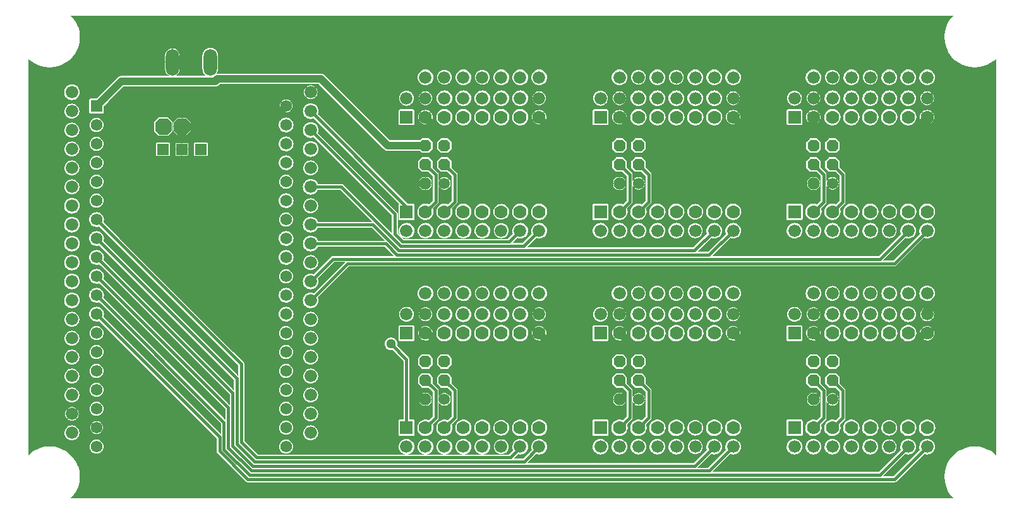
<source format=gbr>
%TF.GenerationSoftware,KiCad,Pcbnew,6.0.4-6f826c9f35~116~ubuntu20.04.1*%
%TF.CreationDate,2022-11-05T12:05:41+01:00*%
%TF.ProjectId,OST,4f53542e-6b69-4636-9164-5f7063625858,rev?*%
%TF.SameCoordinates,Original*%
%TF.FileFunction,Copper,L2,Bot*%
%TF.FilePolarity,Positive*%
%FSLAX46Y46*%
G04 Gerber Fmt 4.6, Leading zero omitted, Abs format (unit mm)*
G04 Created by KiCad (PCBNEW 6.0.4-6f826c9f35~116~ubuntu20.04.1) date 2022-11-05 12:05:41*
%MOMM*%
%LPD*%
G01*
G04 APERTURE LIST*
G04 Aperture macros list*
%AMOutline5P*
0 Free polygon, 5 corners , with rotation*
0 The origin of the aperture is its center*
0 number of corners: always 5*
0 $1 to $10 corner X, Y*
0 $11 Rotation angle, in degrees counterclockwise*
0 create outline with 5 corners*
4,1,5,$1,$2,$3,$4,$5,$6,$7,$8,$9,$10,$1,$2,$11*%
%AMOutline6P*
0 Free polygon, 6 corners , with rotation*
0 The origin of the aperture is its center*
0 number of corners: always 6*
0 $1 to $12 corner X, Y*
0 $13 Rotation angle, in degrees counterclockwise*
0 create outline with 6 corners*
4,1,6,$1,$2,$3,$4,$5,$6,$7,$8,$9,$10,$11,$12,$1,$2,$13*%
%AMOutline7P*
0 Free polygon, 7 corners , with rotation*
0 The origin of the aperture is its center*
0 number of corners: always 7*
0 $1 to $14 corner X, Y*
0 $15 Rotation angle, in degrees counterclockwise*
0 create outline with 7 corners*
4,1,7,$1,$2,$3,$4,$5,$6,$7,$8,$9,$10,$11,$12,$13,$14,$1,$2,$15*%
%AMOutline8P*
0 Free polygon, 8 corners , with rotation*
0 The origin of the aperture is its center*
0 number of corners: always 8*
0 $1 to $16 corner X, Y*
0 $17 Rotation angle, in degrees counterclockwise*
0 create outline with 8 corners*
4,1,8,$1,$2,$3,$4,$5,$6,$7,$8,$9,$10,$11,$12,$13,$14,$15,$16,$1,$2,$17*%
G04 Aperture macros list end*
%TA.AperFunction,ComponentPad*%
%ADD10R,1.530000X1.530000*%
%TD*%
%TA.AperFunction,ComponentPad*%
%ADD11R,1.778000X1.778000*%
%TD*%
%TA.AperFunction,ComponentPad*%
%ADD12C,1.778000*%
%TD*%
%TA.AperFunction,ComponentPad*%
%ADD13Outline8P,-1.079500X0.539750X-0.539750X1.079500X0.539750X1.079500X1.079500X0.539750X1.079500X-0.539750X0.539750X-1.079500X-0.539750X-1.079500X-1.079500X-0.539750X0.000000*%
%TD*%
%TA.AperFunction,ComponentPad*%
%ADD14C,1.560000*%
%TD*%
%TA.AperFunction,ComponentPad*%
%ADD15R,1.560000X1.560000*%
%TD*%
%TA.AperFunction,ComponentPad*%
%ADD16O,1.790700X3.581400*%
%TD*%
%TA.AperFunction,ComponentPad*%
%ADD17C,1.676400*%
%TD*%
%TA.AperFunction,ComponentPad*%
%ADD18Outline8P,-0.762000X0.381000X-0.381000X0.762000X0.381000X0.762000X0.762000X0.381000X0.762000X-0.381000X0.381000X-0.762000X-0.381000X-0.762000X-0.762000X-0.381000X90.000000*%
%TD*%
%TA.AperFunction,ComponentPad*%
%ADD19C,1.524000*%
%TD*%
%TA.AperFunction,ViaPad*%
%ADD20C,1.295400*%
%TD*%
%TA.AperFunction,Conductor*%
%ADD21C,0.381000*%
%TD*%
%TA.AperFunction,Conductor*%
%ADD22C,1.000000*%
%TD*%
G04 APERTURE END LIST*
D10*
%TO.P,T_MCU0,P1*%
%TO.N,VIN*%
X106771100Y-90548600D03*
%TO.P,T_MCU0,P2*%
%TO.N,GND*%
X104231100Y-90548600D03*
%TO.P,T_MCU0,P3*%
%TO.N,5V*%
X101691100Y-90548600D03*
%TD*%
D11*
%TO.P,U1,P$VM*%
%TO.N,VIN*%
X134341100Y-86243600D03*
D12*
%TO.P,U1,P$GND@IO*%
%TO.N,GND*%
X152121100Y-86243600D03*
%TO.P,U1,P$VIO*%
%TO.N,3V3*%
X149581100Y-86243600D03*
%TO.P,U1,P$B2*%
%TO.N,B2*%
X147041100Y-86243600D03*
%TO.P,U1,P$B1*%
%TO.N,B1*%
X144501100Y-86243600D03*
%TO.P,U1,P$A1*%
%TO.N,A1*%
X141961100Y-86243600D03*
%TO.P,U1,P$A2*%
%TO.N,A2*%
X139421100Y-86243600D03*
%TO.P,U1,P$GND@M*%
%TO.N,GND*%
X136881100Y-86243600D03*
%TO.P,U1,P$DIR*%
%TO.N,A_DIR*%
X152121100Y-98943600D03*
%TO.P,U1,P$STEP*%
%TO.N,A_STEP*%
X149581100Y-98943600D03*
%TO.P,U1,P$CLK*%
%TO.N,N$4*%
X147041100Y-98943600D03*
%TO.P,U1,P$RX*%
%TO.N,RX*%
X144501100Y-98943600D03*
%TO.P,U1,P$TX*%
%TO.N,TX*%
X141961100Y-98943600D03*
%TO.P,U1,P$MS2*%
%TO.N,A_MS2*%
X139421100Y-98943600D03*
%TO.P,U1,P$MS1*%
%TO.N,A_MS1*%
X136881100Y-98943600D03*
D11*
%TO.P,U1,P$EN*%
%TO.N,EN*%
X134341100Y-98943600D03*
%TD*%
D13*
%TO.P,PAD16,1*%
%TO.N,GND*%
X104251100Y-87503600D03*
%TD*%
%TO.P,PAD17,1*%
%TO.N,5V*%
X101751100Y-87503600D03*
%TD*%
D14*
%TO.P,MCU0,38*%
%TO.N,N$5*%
X118201100Y-130463600D03*
%TO.P,MCU0,37*%
%TO.N,N$25*%
X118201100Y-127923600D03*
%TO.P,MCU0,36*%
%TO.N,N$26*%
X118201100Y-125383600D03*
%TO.P,MCU0,35*%
%TO.N,N$27*%
X118201100Y-122843600D03*
%TO.P,MCU0,34*%
%TO.N,N$28*%
X118201100Y-120303600D03*
%TO.P,MCU0,33*%
%TO.N,N$29*%
X118201100Y-117763600D03*
%TO.P,MCU0,32*%
%TO.N,N$30*%
X118201100Y-115223600D03*
%TO.P,MCU0,31*%
%TO.N,E_DIR*%
X118201100Y-112683600D03*
%TO.P,MCU0,30*%
%TO.N,E_STEP*%
X118201100Y-110143600D03*
%TO.P,MCU0,29*%
%TO.N,N$33*%
X118201100Y-107603600D03*
%TO.P,MCU0,28*%
%TO.N,C_DIR*%
X118201100Y-105063600D03*
%TO.P,MCU0,27*%
%TO.N,C_STEP*%
X118201100Y-102523600D03*
%TO.P,MCU0,26*%
%TO.N,N$36*%
X118201100Y-99983600D03*
%TO.P,MCU0,25*%
%TO.N,A_DIR*%
X118201100Y-97443600D03*
%TO.P,MCU0,24*%
%TO.N,N$38*%
X118201100Y-94903600D03*
%TO.P,MCU0,23*%
%TO.N,P$444*%
X118201100Y-92363600D03*
%TO.P,MCU0,22*%
%TO.N,A_STEP*%
X118201100Y-89823600D03*
%TO.P,MCU0,21*%
%TO.N,EN*%
X118201100Y-87283600D03*
%TO.P,MCU0,20*%
%TO.N,GND*%
X118201100Y-84743600D03*
%TO.P,MCU0,18*%
X92801100Y-127923600D03*
%TO.P,MCU0,17*%
%TO.N,N$23*%
X92801100Y-125383600D03*
%TO.P,MCU0,16*%
%TO.N,N$22*%
X92801100Y-122843600D03*
%TO.P,MCU0,15*%
%TO.N,N$21*%
X92801100Y-120303600D03*
%TO.P,MCU0,14*%
%TO.N,N$20*%
X92801100Y-117763600D03*
%TO.P,MCU0,13*%
%TO.N,N$19*%
X92801100Y-115223600D03*
%TO.P,MCU0,12*%
%TO.N,F_DIR*%
X92801100Y-112683600D03*
%TO.P,MCU0,11*%
%TO.N,F_STEP*%
X92801100Y-110143600D03*
%TO.P,MCU0,10*%
%TO.N,D_DIR*%
X92801100Y-107603600D03*
%TO.P,MCU0,9*%
%TO.N,D_STEP*%
X92801100Y-105063600D03*
%TO.P,MCU0,8*%
%TO.N,B_DIR*%
X92801100Y-102523600D03*
%TO.P,MCU0,7*%
%TO.N,B_STEP*%
X92801100Y-99983600D03*
%TO.P,MCU0,6*%
%TO.N,N$12*%
X92801100Y-97443600D03*
%TO.P,MCU0,5*%
%TO.N,N$11*%
X92801100Y-94903600D03*
%TO.P,MCU0,4*%
%TO.N,N$10*%
X92801100Y-92363600D03*
%TO.P,MCU0,3*%
%TO.N,N$9*%
X92801100Y-89823600D03*
%TO.P,MCU0,19*%
%TO.N,5V*%
X92801100Y-130463600D03*
%TO.P,MCU0,2*%
%TO.N,N$8*%
X92801100Y-87283600D03*
D15*
%TO.P,MCU0,1*%
%TO.N,3V3*%
X92801100Y-84743600D03*
%TD*%
D16*
%TO.P,X1,2*%
%TO.N,GND*%
X102961100Y-78868600D03*
%TO.P,X1,1*%
%TO.N,VIN*%
X108041100Y-78868600D03*
%TD*%
D17*
%TO.P,U$1,P$19*%
%TO.N,N$5*%
X121501100Y-128613600D03*
%TO.P,U$1,P$18*%
%TO.N,N$25*%
X121501100Y-126073600D03*
%TO.P,U$1,P$17*%
%TO.N,N$26*%
X121501100Y-123533600D03*
%TO.P,U$1,P$16*%
%TO.N,N$27*%
X121501100Y-120993600D03*
%TO.P,U$1,P$15*%
%TO.N,N$28*%
X121501100Y-118453600D03*
%TO.P,U$1,P$14*%
%TO.N,N$29*%
X121501100Y-115913600D03*
%TO.P,U$1,P$13*%
%TO.N,N$30*%
X121501100Y-113373600D03*
%TO.P,U$1,P$12*%
%TO.N,E_DIR*%
X121501100Y-110833600D03*
%TO.P,U$1,P$11*%
%TO.N,E_STEP*%
X121501100Y-108293600D03*
%TO.P,U$1,P$10*%
%TO.N,N$33*%
X121501100Y-105753600D03*
%TO.P,U$1,P$9*%
%TO.N,C_DIR*%
X121501100Y-103213600D03*
%TO.P,U$1,P$8*%
%TO.N,C_STEP*%
X121501100Y-100673600D03*
%TO.P,U$1,P$7*%
%TO.N,N$36*%
X121501100Y-98133600D03*
%TO.P,U$1,P$6*%
%TO.N,A_DIR*%
X121501100Y-95593600D03*
%TO.P,U$1,P$5*%
%TO.N,N$38*%
X121501100Y-93053600D03*
%TO.P,U$1,P$4*%
%TO.N,P$444*%
X121501100Y-90513600D03*
%TO.P,U$1,P$3*%
%TO.N,A_STEP*%
X121501100Y-87973600D03*
%TO.P,U$1,P$2*%
%TO.N,EN*%
X121501100Y-85433600D03*
%TO.P,U$1,P$1*%
%TO.N,GND*%
X121501100Y-82893600D03*
%TD*%
%TO.P,U$2,P$19*%
%TO.N,3V3*%
X89501100Y-82893600D03*
%TO.P,U$2,P$18*%
%TO.N,N$8*%
X89501100Y-85433600D03*
%TO.P,U$2,P$17*%
%TO.N,N$9*%
X89501100Y-87973600D03*
%TO.P,U$2,P$16*%
%TO.N,N$10*%
X89501100Y-90513600D03*
%TO.P,U$2,P$15*%
%TO.N,N$11*%
X89501100Y-93053600D03*
%TO.P,U$2,P$14*%
%TO.N,N$12*%
X89501100Y-95593600D03*
%TO.P,U$2,P$13*%
%TO.N,B_STEP*%
X89501100Y-98133600D03*
%TO.P,U$2,P$12*%
%TO.N,B_DIR*%
X89501100Y-100673600D03*
%TO.P,U$2,P$11*%
%TO.N,D_STEP*%
X89501100Y-103213600D03*
%TO.P,U$2,P$10*%
%TO.N,D_DIR*%
X89501100Y-105753600D03*
%TO.P,U$2,P$9*%
%TO.N,F_STEP*%
X89501100Y-108293600D03*
%TO.P,U$2,P$8*%
%TO.N,F_DIR*%
X89501100Y-110833600D03*
%TO.P,U$2,P$7*%
%TO.N,N$19*%
X89501100Y-113373600D03*
%TO.P,U$2,P$6*%
%TO.N,N$20*%
X89501100Y-115913600D03*
%TO.P,U$2,P$5*%
%TO.N,N$21*%
X89501100Y-118453600D03*
%TO.P,U$2,P$4*%
%TO.N,N$22*%
X89501100Y-120993600D03*
%TO.P,U$2,P$3*%
%TO.N,N$23*%
X89501100Y-123533600D03*
%TO.P,U$2,P$2*%
%TO.N,GND*%
X89501100Y-126073600D03*
%TO.P,U$2,P$1*%
%TO.N,5V*%
X89501100Y-128613600D03*
%TD*%
%TO.P,U$3,P$8*%
%TO.N,GND*%
X152121100Y-83703600D03*
%TO.P,U$3,P$7*%
%TO.N,3V3*%
X149581100Y-83703600D03*
%TO.P,U$3,P$6*%
%TO.N,B2*%
X147041100Y-83703600D03*
%TO.P,U$3,P$5*%
%TO.N,B1*%
X144501100Y-83703600D03*
%TO.P,U$3,P$4*%
%TO.N,A1*%
X141961100Y-83703600D03*
%TO.P,U$3,P$3*%
%TO.N,A2*%
X139421100Y-83703600D03*
%TO.P,U$3,P$2*%
%TO.N,GND*%
X136881100Y-83703600D03*
%TO.P,U$3,P$1*%
%TO.N,VIN*%
X134341100Y-83703600D03*
%TD*%
%TO.P,U$4,P$8*%
%TO.N,EN*%
X134341100Y-101483600D03*
%TO.P,U$4,P$7*%
%TO.N,A_MS1*%
X136881100Y-101483600D03*
%TO.P,U$4,P$6*%
%TO.N,A_MS2*%
X139421100Y-101483600D03*
%TO.P,U$4,P$5*%
%TO.N,TX*%
X141961100Y-101483600D03*
%TO.P,U$4,P$4*%
%TO.N,RX*%
X144501100Y-101483600D03*
%TO.P,U$4,P$3*%
%TO.N,N$4*%
X147041100Y-101483600D03*
%TO.P,U$4,P$2*%
%TO.N,A_STEP*%
X149581100Y-101483600D03*
%TO.P,U$4,P$1*%
%TO.N,A_DIR*%
X152121100Y-101483600D03*
%TD*%
D18*
%TO.P,U$5,6*%
%TO.N,3V3*%
X136881100Y-90053600D03*
%TO.P,U$5,4*%
%TO.N,A_MS1*%
X136881100Y-92593600D03*
%TO.P,U$5,2*%
%TO.N,GND*%
X136881100Y-95133600D03*
%TO.P,U$5,5*%
%TO.N,3V3*%
X139421100Y-90053600D03*
%TO.P,U$5,3*%
%TO.N,A_MS2*%
X139421100Y-92593600D03*
D19*
%TO.P,U$5,1*%
%TO.N,GND*%
X139421100Y-95133600D03*
%TD*%
D17*
%TO.P,U$6,P$7*%
%TO.N,B2*%
X152121100Y-80893600D03*
%TO.P,U$6,P$6*%
X149581100Y-80893600D03*
%TO.P,U$6,P$5*%
%TO.N,B1*%
X147041100Y-80893600D03*
%TO.P,U$6,P$4*%
%TO.N,N/C*%
X144501100Y-80893600D03*
%TO.P,U$6,P$3*%
%TO.N,A1*%
X141961100Y-80893600D03*
%TO.P,U$6,P$2*%
%TO.N,N/C*%
X139421100Y-80893600D03*
%TO.P,U$6,P$1*%
%TO.N,A2*%
X136881100Y-80893600D03*
%TD*%
D11*
%TO.P,U2,P$VM*%
%TO.N,VIN*%
X134341100Y-115243600D03*
D12*
%TO.P,U2,P$GND@IO*%
%TO.N,GND*%
X152121100Y-115243600D03*
%TO.P,U2,P$VIO*%
%TO.N,3V3*%
X149581100Y-115243600D03*
%TO.P,U2,P$B2*%
%TO.N,B6*%
X147041100Y-115243600D03*
%TO.P,U2,P$B1*%
%TO.N,B5*%
X144501100Y-115243600D03*
%TO.P,U2,P$A1*%
%TO.N,A6*%
X141961100Y-115243600D03*
%TO.P,U2,P$A2*%
%TO.N,A5*%
X139421100Y-115243600D03*
%TO.P,U2,P$GND@M*%
%TO.N,GND*%
X136881100Y-115243600D03*
%TO.P,U2,P$DIR*%
%TO.N,B_DIR*%
X152121100Y-127943600D03*
%TO.P,U2,P$STEP*%
%TO.N,B_STEP*%
X149581100Y-127943600D03*
%TO.P,U2,P$CLK*%
%TO.N,N$7*%
X147041100Y-127943600D03*
%TO.P,U2,P$RX*%
%TO.N,RX2*%
X144501100Y-127943600D03*
%TO.P,U2,P$TX*%
%TO.N,TX2*%
X141961100Y-127943600D03*
%TO.P,U2,P$MS2*%
%TO.N,B_MS2*%
X139421100Y-127943600D03*
%TO.P,U2,P$MS1*%
%TO.N,B_MS1*%
X136881100Y-127943600D03*
D11*
%TO.P,U2,P$EN*%
%TO.N,EN*%
X134341100Y-127943600D03*
%TD*%
D17*
%TO.P,U$11,P$8*%
%TO.N,GND*%
X152121100Y-112703600D03*
%TO.P,U$11,P$7*%
%TO.N,3V3*%
X149581100Y-112703600D03*
%TO.P,U$11,P$6*%
%TO.N,B6*%
X147041100Y-112703600D03*
%TO.P,U$11,P$5*%
%TO.N,B5*%
X144501100Y-112703600D03*
%TO.P,U$11,P$4*%
%TO.N,A6*%
X141961100Y-112703600D03*
%TO.P,U$11,P$3*%
%TO.N,A5*%
X139421100Y-112703600D03*
%TO.P,U$11,P$2*%
%TO.N,GND*%
X136881100Y-112703600D03*
%TO.P,U$11,P$1*%
%TO.N,VIN*%
X134341100Y-112703600D03*
%TD*%
%TO.P,U$12,P$8*%
%TO.N,EN*%
X134341100Y-130483600D03*
%TO.P,U$12,P$7*%
%TO.N,B_MS1*%
X136881100Y-130483600D03*
%TO.P,U$12,P$6*%
%TO.N,B_MS2*%
X139421100Y-130483600D03*
%TO.P,U$12,P$5*%
%TO.N,TX2*%
X141961100Y-130483600D03*
%TO.P,U$12,P$4*%
%TO.N,RX2*%
X144501100Y-130483600D03*
%TO.P,U$12,P$3*%
%TO.N,N$7*%
X147041100Y-130483600D03*
%TO.P,U$12,P$2*%
%TO.N,B_STEP*%
X149581100Y-130483600D03*
%TO.P,U$12,P$1*%
%TO.N,B_DIR*%
X152121100Y-130483600D03*
%TD*%
D18*
%TO.P,U$13,6*%
%TO.N,3V3*%
X136881100Y-119053600D03*
%TO.P,U$13,4*%
%TO.N,B_MS1*%
X136881100Y-121593600D03*
%TO.P,U$13,2*%
%TO.N,GND*%
X136881100Y-124133600D03*
%TO.P,U$13,5*%
%TO.N,3V3*%
X139421100Y-119053600D03*
%TO.P,U$13,3*%
%TO.N,B_MS2*%
X139421100Y-121593600D03*
D19*
%TO.P,U$13,1*%
%TO.N,GND*%
X139421100Y-124133600D03*
%TD*%
D17*
%TO.P,U$14,P$7*%
%TO.N,B6*%
X152121100Y-109893600D03*
%TO.P,U$14,P$6*%
X149581100Y-109893600D03*
%TO.P,U$14,P$5*%
%TO.N,B5*%
X147041100Y-109893600D03*
%TO.P,U$14,P$4*%
%TO.N,N/C*%
X144501100Y-109893600D03*
%TO.P,U$14,P$3*%
%TO.N,A6*%
X141961100Y-109893600D03*
%TO.P,U$14,P$2*%
%TO.N,N/C*%
X139421100Y-109893600D03*
%TO.P,U$14,P$1*%
%TO.N,A5*%
X136881100Y-109893600D03*
%TD*%
D11*
%TO.P,U3,P$VM*%
%TO.N,VIN*%
X160341100Y-86243600D03*
D12*
%TO.P,U3,P$GND@IO*%
%TO.N,GND*%
X178121100Y-86243600D03*
%TO.P,U3,P$VIO*%
%TO.N,3V3*%
X175581100Y-86243600D03*
%TO.P,U3,P$B2*%
%TO.N,B8*%
X173041100Y-86243600D03*
%TO.P,U3,P$B1*%
%TO.N,B7*%
X170501100Y-86243600D03*
%TO.P,U3,P$A1*%
%TO.N,A8*%
X167961100Y-86243600D03*
%TO.P,U3,P$A2*%
%TO.N,A7*%
X165421100Y-86243600D03*
%TO.P,U3,P$GND@M*%
%TO.N,GND*%
X162881100Y-86243600D03*
%TO.P,U3,P$DIR*%
%TO.N,C_DIR*%
X178121100Y-98943600D03*
%TO.P,U3,P$STEP*%
%TO.N,C_STEP*%
X175581100Y-98943600D03*
%TO.P,U3,P$CLK*%
%TO.N,N$24*%
X173041100Y-98943600D03*
%TO.P,U3,P$RX*%
%TO.N,RX3*%
X170501100Y-98943600D03*
%TO.P,U3,P$TX*%
%TO.N,TX3*%
X167961100Y-98943600D03*
%TO.P,U3,P$MS2*%
%TO.N,C_MS2*%
X165421100Y-98943600D03*
%TO.P,U3,P$MS1*%
%TO.N,C_MS1*%
X162881100Y-98943600D03*
D11*
%TO.P,U3,P$EN*%
%TO.N,EN*%
X160341100Y-98943600D03*
%TD*%
D17*
%TO.P,U$15,P$8*%
%TO.N,GND*%
X178121100Y-83703600D03*
%TO.P,U$15,P$7*%
%TO.N,3V3*%
X175581100Y-83703600D03*
%TO.P,U$15,P$6*%
%TO.N,B8*%
X173041100Y-83703600D03*
%TO.P,U$15,P$5*%
%TO.N,B7*%
X170501100Y-83703600D03*
%TO.P,U$15,P$4*%
%TO.N,A8*%
X167961100Y-83703600D03*
%TO.P,U$15,P$3*%
%TO.N,A7*%
X165421100Y-83703600D03*
%TO.P,U$15,P$2*%
%TO.N,GND*%
X162881100Y-83703600D03*
%TO.P,U$15,P$1*%
%TO.N,VIN*%
X160341100Y-83703600D03*
%TD*%
%TO.P,U$16,P$8*%
%TO.N,EN*%
X160341100Y-101483600D03*
%TO.P,U$16,P$7*%
%TO.N,C_MS1*%
X162881100Y-101483600D03*
%TO.P,U$16,P$6*%
%TO.N,C_MS2*%
X165421100Y-101483600D03*
%TO.P,U$16,P$5*%
%TO.N,TX3*%
X167961100Y-101483600D03*
%TO.P,U$16,P$4*%
%TO.N,RX3*%
X170501100Y-101483600D03*
%TO.P,U$16,P$3*%
%TO.N,N$24*%
X173041100Y-101483600D03*
%TO.P,U$16,P$2*%
%TO.N,C_STEP*%
X175581100Y-101483600D03*
%TO.P,U$16,P$1*%
%TO.N,C_DIR*%
X178121100Y-101483600D03*
%TD*%
D18*
%TO.P,U$17,6*%
%TO.N,3V3*%
X162881100Y-90053600D03*
%TO.P,U$17,4*%
%TO.N,C_MS1*%
X162881100Y-92593600D03*
%TO.P,U$17,2*%
%TO.N,GND*%
X162881100Y-95133600D03*
%TO.P,U$17,5*%
%TO.N,3V3*%
X165421100Y-90053600D03*
%TO.P,U$17,3*%
%TO.N,C_MS2*%
X165421100Y-92593600D03*
D19*
%TO.P,U$17,1*%
%TO.N,GND*%
X165421100Y-95133600D03*
%TD*%
D17*
%TO.P,U$18,P$7*%
%TO.N,B8*%
X178121100Y-80893600D03*
%TO.P,U$18,P$6*%
X175581100Y-80893600D03*
%TO.P,U$18,P$5*%
%TO.N,B7*%
X173041100Y-80893600D03*
%TO.P,U$18,P$4*%
%TO.N,N/C*%
X170501100Y-80893600D03*
%TO.P,U$18,P$3*%
%TO.N,A8*%
X167961100Y-80893600D03*
%TO.P,U$18,P$2*%
%TO.N,N/C*%
X165421100Y-80893600D03*
%TO.P,U$18,P$1*%
%TO.N,A7*%
X162881100Y-80893600D03*
%TD*%
D11*
%TO.P,U5,P$VM*%
%TO.N,VIN*%
X186341100Y-86243600D03*
D12*
%TO.P,U5,P$GND@IO*%
%TO.N,GND*%
X204121100Y-86243600D03*
%TO.P,U5,P$VIO*%
%TO.N,3V3*%
X201581100Y-86243600D03*
%TO.P,U5,P$B2*%
%TO.N,B12*%
X199041100Y-86243600D03*
%TO.P,U5,P$B1*%
%TO.N,B11*%
X196501100Y-86243600D03*
%TO.P,U5,P$A1*%
%TO.N,A12*%
X193961100Y-86243600D03*
%TO.P,U5,P$A2*%
%TO.N,A11*%
X191421100Y-86243600D03*
%TO.P,U5,P$GND@M*%
%TO.N,GND*%
X188881100Y-86243600D03*
%TO.P,U5,P$DIR*%
%TO.N,E_DIR*%
X204121100Y-98943600D03*
%TO.P,U5,P$STEP*%
%TO.N,E_STEP*%
X201581100Y-98943600D03*
%TO.P,U5,P$CLK*%
%TO.N,N$43*%
X199041100Y-98943600D03*
%TO.P,U5,P$RX*%
%TO.N,RX5*%
X196501100Y-98943600D03*
%TO.P,U5,P$TX*%
%TO.N,TX5*%
X193961100Y-98943600D03*
%TO.P,U5,P$MS2*%
%TO.N,E_MS2*%
X191421100Y-98943600D03*
%TO.P,U5,P$MS1*%
%TO.N,E_MS1*%
X188881100Y-98943600D03*
D11*
%TO.P,U5,P$EN*%
%TO.N,EN*%
X186341100Y-98943600D03*
%TD*%
D17*
%TO.P,U$23,P$8*%
%TO.N,GND*%
X204121100Y-83703600D03*
%TO.P,U$23,P$7*%
%TO.N,3V3*%
X201581100Y-83703600D03*
%TO.P,U$23,P$6*%
%TO.N,B12*%
X199041100Y-83703600D03*
%TO.P,U$23,P$5*%
%TO.N,B11*%
X196501100Y-83703600D03*
%TO.P,U$23,P$4*%
%TO.N,A12*%
X193961100Y-83703600D03*
%TO.P,U$23,P$3*%
%TO.N,A11*%
X191421100Y-83703600D03*
%TO.P,U$23,P$2*%
%TO.N,GND*%
X188881100Y-83703600D03*
%TO.P,U$23,P$1*%
%TO.N,VIN*%
X186341100Y-83703600D03*
%TD*%
%TO.P,U$24,P$8*%
%TO.N,EN*%
X186341100Y-101483600D03*
%TO.P,U$24,P$7*%
%TO.N,E_MS1*%
X188881100Y-101483600D03*
%TO.P,U$24,P$6*%
%TO.N,E_MS2*%
X191421100Y-101483600D03*
%TO.P,U$24,P$5*%
%TO.N,TX5*%
X193961100Y-101483600D03*
%TO.P,U$24,P$4*%
%TO.N,RX5*%
X196501100Y-101483600D03*
%TO.P,U$24,P$3*%
%TO.N,N$43*%
X199041100Y-101483600D03*
%TO.P,U$24,P$2*%
%TO.N,E_STEP*%
X201581100Y-101483600D03*
%TO.P,U$24,P$1*%
%TO.N,E_DIR*%
X204121100Y-101483600D03*
%TD*%
D18*
%TO.P,U$25,6*%
%TO.N,3V3*%
X188881100Y-90053600D03*
%TO.P,U$25,4*%
%TO.N,E_MS1*%
X188881100Y-92593600D03*
%TO.P,U$25,2*%
%TO.N,GND*%
X188881100Y-95133600D03*
%TO.P,U$25,5*%
%TO.N,3V3*%
X191421100Y-90053600D03*
%TO.P,U$25,3*%
%TO.N,E_MS2*%
X191421100Y-92593600D03*
D19*
%TO.P,U$25,1*%
%TO.N,GND*%
X191421100Y-95133600D03*
%TD*%
D17*
%TO.P,U$26,P$7*%
%TO.N,B12*%
X204121100Y-80893600D03*
%TO.P,U$26,P$6*%
X201581100Y-80893600D03*
%TO.P,U$26,P$5*%
%TO.N,B11*%
X199041100Y-80893600D03*
%TO.P,U$26,P$4*%
%TO.N,N/C*%
X196501100Y-80893600D03*
%TO.P,U$26,P$3*%
%TO.N,A12*%
X193961100Y-80893600D03*
%TO.P,U$26,P$2*%
%TO.N,N/C*%
X191421100Y-80893600D03*
%TO.P,U$26,P$1*%
%TO.N,A11*%
X188881100Y-80893600D03*
%TD*%
D11*
%TO.P,U4,P$VM*%
%TO.N,VIN*%
X160341100Y-115243600D03*
D12*
%TO.P,U4,P$GND@IO*%
%TO.N,GND*%
X178121100Y-115243600D03*
%TO.P,U4,P$VIO*%
%TO.N,3V3*%
X175581100Y-115243600D03*
%TO.P,U4,P$B2*%
%TO.N,B16*%
X173041100Y-115243600D03*
%TO.P,U4,P$B1*%
%TO.N,B15*%
X170501100Y-115243600D03*
%TO.P,U4,P$A1*%
%TO.N,A16*%
X167961100Y-115243600D03*
%TO.P,U4,P$A2*%
%TO.N,A15*%
X165421100Y-115243600D03*
%TO.P,U4,P$GND@M*%
%TO.N,GND*%
X162881100Y-115243600D03*
%TO.P,U4,P$DIR*%
%TO.N,D_DIR*%
X178121100Y-127943600D03*
%TO.P,U4,P$STEP*%
%TO.N,D_STEP*%
X175581100Y-127943600D03*
%TO.P,U4,P$CLK*%
%TO.N,N$45*%
X173041100Y-127943600D03*
%TO.P,U4,P$RX*%
%TO.N,RX7*%
X170501100Y-127943600D03*
%TO.P,U4,P$TX*%
%TO.N,TX7*%
X167961100Y-127943600D03*
%TO.P,U4,P$MS2*%
%TO.N,D_MS2*%
X165421100Y-127943600D03*
%TO.P,U4,P$MS1*%
%TO.N,D_MS1*%
X162881100Y-127943600D03*
D11*
%TO.P,U4,P$EN*%
%TO.N,EN*%
X160341100Y-127943600D03*
%TD*%
D17*
%TO.P,U$31,P$8*%
%TO.N,GND*%
X178121100Y-112703600D03*
%TO.P,U$31,P$7*%
%TO.N,3V3*%
X175581100Y-112703600D03*
%TO.P,U$31,P$6*%
%TO.N,B16*%
X173041100Y-112703600D03*
%TO.P,U$31,P$5*%
%TO.N,B15*%
X170501100Y-112703600D03*
%TO.P,U$31,P$4*%
%TO.N,A16*%
X167961100Y-112703600D03*
%TO.P,U$31,P$3*%
%TO.N,A15*%
X165421100Y-112703600D03*
%TO.P,U$31,P$2*%
%TO.N,GND*%
X162881100Y-112703600D03*
%TO.P,U$31,P$1*%
%TO.N,VIN*%
X160341100Y-112703600D03*
%TD*%
%TO.P,U$32,P$8*%
%TO.N,EN*%
X160341100Y-130483600D03*
%TO.P,U$32,P$7*%
%TO.N,D_MS1*%
X162881100Y-130483600D03*
%TO.P,U$32,P$6*%
%TO.N,D_MS2*%
X165421100Y-130483600D03*
%TO.P,U$32,P$5*%
%TO.N,TX7*%
X167961100Y-130483600D03*
%TO.P,U$32,P$4*%
%TO.N,RX7*%
X170501100Y-130483600D03*
%TO.P,U$32,P$3*%
%TO.N,N$45*%
X173041100Y-130483600D03*
%TO.P,U$32,P$2*%
%TO.N,D_STEP*%
X175581100Y-130483600D03*
%TO.P,U$32,P$1*%
%TO.N,D_DIR*%
X178121100Y-130483600D03*
%TD*%
D18*
%TO.P,U$33,6*%
%TO.N,3V3*%
X162881100Y-119053600D03*
%TO.P,U$33,4*%
%TO.N,D_MS1*%
X162881100Y-121593600D03*
%TO.P,U$33,2*%
%TO.N,GND*%
X162881100Y-124133600D03*
%TO.P,U$33,5*%
%TO.N,3V3*%
X165421100Y-119053600D03*
%TO.P,U$33,3*%
%TO.N,D_MS2*%
X165421100Y-121593600D03*
D19*
%TO.P,U$33,1*%
%TO.N,GND*%
X165421100Y-124133600D03*
%TD*%
D17*
%TO.P,U$34,P$7*%
%TO.N,B16*%
X178121100Y-109893600D03*
%TO.P,U$34,P$6*%
X175581100Y-109893600D03*
%TO.P,U$34,P$5*%
%TO.N,B15*%
X173041100Y-109893600D03*
%TO.P,U$34,P$4*%
%TO.N,N/C*%
X170501100Y-109893600D03*
%TO.P,U$34,P$3*%
%TO.N,A16*%
X167961100Y-109893600D03*
%TO.P,U$34,P$2*%
%TO.N,N/C*%
X165421100Y-109893600D03*
%TO.P,U$34,P$1*%
%TO.N,A15*%
X162881100Y-109893600D03*
%TD*%
D11*
%TO.P,U6,P$VM*%
%TO.N,VIN*%
X186341100Y-115243600D03*
D12*
%TO.P,U6,P$GND@IO*%
%TO.N,GND*%
X204121100Y-115243600D03*
%TO.P,U6,P$VIO*%
%TO.N,3V3*%
X201581100Y-115243600D03*
%TO.P,U6,P$B2*%
%TO.N,B20*%
X199041100Y-115243600D03*
%TO.P,U6,P$B1*%
%TO.N,B19*%
X196501100Y-115243600D03*
%TO.P,U6,P$A1*%
%TO.N,A20*%
X193961100Y-115243600D03*
%TO.P,U6,P$A2*%
%TO.N,A19*%
X191421100Y-115243600D03*
%TO.P,U6,P$GND@M*%
%TO.N,GND*%
X188881100Y-115243600D03*
%TO.P,U6,P$DIR*%
%TO.N,F_DIR*%
X204121100Y-127943600D03*
%TO.P,U6,P$STEP*%
%TO.N,F_STEP*%
X201581100Y-127943600D03*
%TO.P,U6,P$CLK*%
%TO.N,N$47*%
X199041100Y-127943600D03*
%TO.P,U6,P$RX*%
%TO.N,RX9*%
X196501100Y-127943600D03*
%TO.P,U6,P$TX*%
%TO.N,TX9*%
X193961100Y-127943600D03*
%TO.P,U6,P$MS2*%
%TO.N,F_MS2*%
X191421100Y-127943600D03*
%TO.P,U6,P$MS1*%
%TO.N,F_MS1*%
X188881100Y-127943600D03*
D11*
%TO.P,U6,P$EN*%
%TO.N,EN*%
X186341100Y-127943600D03*
%TD*%
D17*
%TO.P,U$39,P$8*%
%TO.N,GND*%
X204121100Y-112703600D03*
%TO.P,U$39,P$7*%
%TO.N,3V3*%
X201581100Y-112703600D03*
%TO.P,U$39,P$6*%
%TO.N,B20*%
X199041100Y-112703600D03*
%TO.P,U$39,P$5*%
%TO.N,B19*%
X196501100Y-112703600D03*
%TO.P,U$39,P$4*%
%TO.N,A20*%
X193961100Y-112703600D03*
%TO.P,U$39,P$3*%
%TO.N,A19*%
X191421100Y-112703600D03*
%TO.P,U$39,P$2*%
%TO.N,GND*%
X188881100Y-112703600D03*
%TO.P,U$39,P$1*%
%TO.N,VIN*%
X186341100Y-112703600D03*
%TD*%
%TO.P,U$40,P$8*%
%TO.N,EN*%
X186341100Y-130483600D03*
%TO.P,U$40,P$7*%
%TO.N,F_MS1*%
X188881100Y-130483600D03*
%TO.P,U$40,P$6*%
%TO.N,F_MS2*%
X191421100Y-130483600D03*
%TO.P,U$40,P$5*%
%TO.N,TX9*%
X193961100Y-130483600D03*
%TO.P,U$40,P$4*%
%TO.N,RX9*%
X196501100Y-130483600D03*
%TO.P,U$40,P$3*%
%TO.N,N$47*%
X199041100Y-130483600D03*
%TO.P,U$40,P$2*%
%TO.N,F_STEP*%
X201581100Y-130483600D03*
%TO.P,U$40,P$1*%
%TO.N,F_DIR*%
X204121100Y-130483600D03*
%TD*%
D18*
%TO.P,U$41,6*%
%TO.N,3V3*%
X188881100Y-119053600D03*
%TO.P,U$41,4*%
%TO.N,F_MS1*%
X188881100Y-121593600D03*
%TO.P,U$41,2*%
%TO.N,GND*%
X188881100Y-124133600D03*
%TO.P,U$41,5*%
%TO.N,3V3*%
X191421100Y-119053600D03*
%TO.P,U$41,3*%
%TO.N,F_MS2*%
X191421100Y-121593600D03*
D19*
%TO.P,U$41,1*%
%TO.N,GND*%
X191421100Y-124133600D03*
%TD*%
D17*
%TO.P,U$42,P$7*%
%TO.N,B20*%
X204121100Y-109893600D03*
%TO.P,U$42,P$6*%
X201581100Y-109893600D03*
%TO.P,U$42,P$5*%
%TO.N,B19*%
X199041100Y-109893600D03*
%TO.P,U$42,P$4*%
%TO.N,N/C*%
X196501100Y-109893600D03*
%TO.P,U$42,P$3*%
%TO.N,A20*%
X193961100Y-109893600D03*
%TO.P,U$42,P$2*%
%TO.N,N/C*%
X191421100Y-109893600D03*
%TO.P,U$42,P$1*%
%TO.N,A19*%
X188881100Y-109893600D03*
%TD*%
D20*
%TO.N,EN*%
X132269100Y-116675600D03*
%TD*%
D21*
%TO.N,F_MS2*%
X191421100Y-121593600D02*
X192786100Y-122958600D01*
X192786100Y-122958600D02*
X192786100Y-126578600D01*
X191421100Y-127943600D02*
X192786100Y-126578600D01*
%TO.N,F_MS1*%
X188881100Y-121593600D02*
X190246100Y-122958600D01*
X190246100Y-122958600D02*
X190246100Y-126578600D01*
X190246100Y-126578600D02*
X188881100Y-127943600D01*
%TO.N,E_DIR*%
X199724100Y-105880600D02*
X204121100Y-101483600D01*
X126454100Y-105880600D02*
X199724100Y-105880600D01*
X121501100Y-110833600D02*
X126454100Y-105880600D01*
%TO.N,E_STEP*%
X197768300Y-105296400D02*
X201581100Y-101483600D01*
X124498300Y-105296400D02*
X197768300Y-105296400D01*
X121501100Y-108293600D02*
X124498300Y-105296400D01*
%TO.N,E_MS2*%
X191421100Y-92593600D02*
X192786100Y-93958600D01*
X192786100Y-93958600D02*
X192786100Y-97578600D01*
X191421100Y-98943600D02*
X192786100Y-97578600D01*
%TO.N,E_MS1*%
X188881100Y-92593600D02*
X190246100Y-93958600D01*
X190246100Y-93958600D02*
X190246100Y-97578600D01*
X190246100Y-97578600D02*
X188881100Y-98943600D01*
%TO.N,C_DIR*%
X174892500Y-104712200D02*
X178121100Y-101483600D01*
X133067137Y-104712200D02*
X174892500Y-104712200D01*
X131568537Y-103213600D02*
X133067137Y-104712200D01*
X121501100Y-103213600D02*
X131568537Y-103213600D01*
%TO.N,C_STEP*%
X172936700Y-104128000D02*
X175581100Y-101483600D01*
X133309125Y-104128000D02*
X172936700Y-104128000D01*
X129854725Y-100673600D02*
X133309125Y-104128000D01*
X121501100Y-100673600D02*
X129854725Y-100673600D01*
%TO.N,C_MS2*%
X165421100Y-98943600D02*
X166786100Y-97578600D01*
X166786100Y-97578600D02*
X166786100Y-93958600D01*
X166786100Y-93958600D02*
X165421100Y-92593600D01*
%TO.N,C_MS1*%
X162881100Y-98943600D02*
X164246100Y-97578600D01*
X164246100Y-97578600D02*
X164246100Y-93958600D01*
X162881100Y-92593600D02*
X164246100Y-93958600D01*
%TO.N,D_DIR*%
X113534537Y-133693600D02*
X174911100Y-133693600D01*
X174911100Y-133693600D02*
X178121100Y-130483600D01*
X110450500Y-130609563D02*
X113534537Y-133693600D01*
X110450500Y-125253000D02*
X110450500Y-130609563D01*
X92801100Y-107603600D02*
X110450500Y-125253000D01*
%TO.N,D_STEP*%
X113751125Y-133084000D02*
X172980700Y-133084000D01*
X172980700Y-133084000D02*
X175581100Y-130483600D01*
X111034700Y-130367575D02*
X113751125Y-133084000D01*
X111034700Y-123297200D02*
X111034700Y-130367575D01*
X92801100Y-105063600D02*
X111034700Y-123297200D01*
%TO.N,D_MS2*%
X165421100Y-127943600D02*
X166786100Y-126578600D01*
X166786100Y-126578600D02*
X166786100Y-122958600D01*
X166786100Y-122958600D02*
X165421100Y-121593600D01*
%TO.N,D_MS1*%
X162881100Y-127943600D02*
X164246100Y-126578600D01*
X164246100Y-126578600D02*
X164246100Y-122958600D01*
X162881100Y-121593600D02*
X164246100Y-122958600D01*
%TO.N,B_DIR*%
X113993112Y-132499800D02*
X150104900Y-132499800D01*
X150104900Y-132499800D02*
X152121100Y-130483600D01*
X111618900Y-130125588D02*
X113993112Y-132499800D01*
X111618900Y-121341400D02*
X111618900Y-130125588D01*
X92801100Y-102523600D02*
X111618900Y-121341400D01*
%TO.N,B_STEP*%
X149581100Y-130605600D02*
X149581100Y-130483600D01*
X148271100Y-131915600D02*
X149581100Y-130605600D01*
X114235100Y-131915600D02*
X148271100Y-131915600D01*
X112203100Y-129883600D02*
X114235100Y-131915600D01*
X112203100Y-119385600D02*
X112203100Y-129883600D01*
X92801100Y-99983600D02*
X112203100Y-119385600D01*
%TO.N,B_MS2*%
X139421100Y-121593600D02*
X140786100Y-122958600D01*
X140786100Y-122958600D02*
X140786100Y-126578600D01*
X139421100Y-127943600D02*
X140786100Y-126578600D01*
%TO.N,B_MS1*%
X136881100Y-127943600D02*
X138246100Y-126578600D01*
X138246100Y-126578600D02*
X138246100Y-122958600D01*
X136881100Y-121593600D02*
X138246100Y-122958600D01*
%TO.N,A_DIR*%
X125600912Y-95593600D02*
X133551112Y-103543800D01*
X121501100Y-95593600D02*
X125600912Y-95593600D01*
X133551112Y-103543800D02*
X150060900Y-103543800D01*
X150060900Y-103543800D02*
X152121100Y-101483600D01*
%TO.N,A_STEP*%
X133793100Y-102959600D02*
X148105100Y-102959600D01*
X148105100Y-102959600D02*
X149581100Y-101483600D01*
X132777100Y-101943600D02*
X133793100Y-102959600D01*
X132777100Y-99249600D02*
X132777100Y-101943600D01*
X121501100Y-87973600D02*
X132777100Y-99249600D01*
%TO.N,A_MS2*%
X139421100Y-98943600D02*
X140786100Y-97578600D01*
X140786100Y-97578600D02*
X140786100Y-93958600D01*
X140786100Y-93958600D02*
X139421100Y-92593600D01*
%TO.N,A_MS1*%
X136881100Y-98943600D02*
X138246100Y-97578600D01*
X138246100Y-97578600D02*
X138246100Y-93958600D01*
X136881100Y-92593600D02*
X138246100Y-93958600D01*
D22*
%TO.N,3V3*%
X131809100Y-90053600D02*
X136881100Y-90053600D01*
X122871100Y-81115600D02*
X131809100Y-90053600D01*
X96131400Y-81413300D02*
X108724287Y-81413300D01*
X92801100Y-84743600D02*
X96131400Y-81413300D01*
X109021987Y-81115600D02*
X122871100Y-81115600D01*
X108724287Y-81413300D02*
X109021987Y-81115600D01*
D21*
%TO.N,F_DIR*%
X113052162Y-134863600D02*
X199741100Y-134863600D01*
X199741100Y-134863600D02*
X204121100Y-130483600D01*
X109282100Y-131093538D02*
X113052162Y-134863600D01*
X109282100Y-129164600D02*
X109282100Y-131093538D01*
X92801100Y-112683600D02*
X109282100Y-129164600D01*
%TO.N,F_STEP*%
X113292550Y-134277800D02*
X197786900Y-134277800D01*
X197786900Y-134277800D02*
X201581100Y-130483600D01*
X109866300Y-130851550D02*
X113292550Y-134277800D01*
X109866300Y-127208800D02*
X109866300Y-130851550D01*
X92801100Y-110143600D02*
X109866300Y-127208800D01*
%TO.N,EN*%
X134341100Y-118747600D02*
X134341100Y-127943600D01*
X132269100Y-116675600D02*
X134341100Y-118747600D01*
X134341100Y-98273600D02*
X134341100Y-98943600D01*
X121501100Y-85433600D02*
X134341100Y-98273600D01*
D22*
%TO.N,GND*%
X205713300Y-110481275D02*
X205713300Y-98284088D01*
X204121100Y-112073475D02*
X205713300Y-110481275D01*
X205713300Y-98284088D02*
X204121100Y-96691888D01*
X204121100Y-96691888D02*
X204121100Y-86243600D01*
X204121100Y-112703600D02*
X204121100Y-112073475D01*
X190524100Y-116886600D02*
X188881100Y-115243600D01*
X179764100Y-116886600D02*
X178121100Y-115243600D01*
X164524100Y-116886600D02*
X162881100Y-115243600D01*
X153764100Y-116886600D02*
X152121100Y-115243600D01*
X190524100Y-116886600D02*
X202189812Y-116886600D01*
X179764100Y-116886600D02*
X190524100Y-116886600D01*
X164524100Y-116886600D02*
X179764100Y-116886600D01*
X153764100Y-116886600D02*
X164524100Y-116886600D01*
X138812387Y-116886600D02*
X153764100Y-116886600D01*
X202189812Y-116886600D02*
X203832812Y-115243600D01*
X137169387Y-115243600D02*
X138812387Y-116886600D01*
X203832812Y-115243600D02*
X204121100Y-115243600D01*
X136881100Y-115243600D02*
X137169387Y-115243600D01*
X115441100Y-87503600D02*
X118201100Y-84743600D01*
X104251100Y-87503600D02*
X115441100Y-87503600D01*
X202478100Y-87886600D02*
X204121100Y-86243600D01*
X187982100Y-87886600D02*
X202478100Y-87886600D01*
X153764100Y-87886600D02*
X152121100Y-86243600D01*
X138524100Y-87886600D02*
X136881100Y-86243600D01*
X153764100Y-87886600D02*
X138524100Y-87886600D01*
X164812387Y-87886600D02*
X153764100Y-87886600D01*
X179764100Y-87886600D02*
X178121100Y-86243600D01*
X179764100Y-87886600D02*
X187982100Y-87886600D01*
X164812387Y-87886600D02*
X179764100Y-87886600D01*
X163169387Y-86243600D02*
X164812387Y-87886600D01*
X162881100Y-86243600D02*
X163169387Y-86243600D01*
X188881100Y-86987600D02*
X187982100Y-87886600D01*
X188881100Y-86243600D02*
X188881100Y-86987600D01*
%TD*%
%TA.AperFunction,Conductor*%
%TO.N,GND*%
G36*
X207628133Y-72634527D02*
G01*
X207631560Y-72642800D01*
X207628133Y-72651073D01*
X207387895Y-72891311D01*
X206981573Y-73471600D01*
X206890184Y-73667584D01*
X206707246Y-74059896D01*
X206682189Y-74113630D01*
X206682056Y-74114126D01*
X206682055Y-74114129D01*
X206508788Y-74760772D01*
X206498841Y-74797894D01*
X206498797Y-74798398D01*
X206498796Y-74798403D01*
X206464134Y-75194596D01*
X206437100Y-75503600D01*
X206437145Y-75504114D01*
X206497984Y-76199509D01*
X206498841Y-76209306D01*
X206498972Y-76209796D01*
X206498973Y-76209800D01*
X206682055Y-76893071D01*
X206682189Y-76893570D01*
X206682404Y-76894030D01*
X206682405Y-76894034D01*
X206839761Y-77231483D01*
X206981573Y-77535600D01*
X206981868Y-77536021D01*
X206981869Y-77536023D01*
X207081053Y-77677673D01*
X207387895Y-78115889D01*
X207888811Y-78616805D01*
X208469100Y-79023127D01*
X208757725Y-79157715D01*
X209110666Y-79322295D01*
X209110670Y-79322296D01*
X209111130Y-79322511D01*
X209111626Y-79322644D01*
X209111629Y-79322645D01*
X209794900Y-79505727D01*
X209794904Y-79505728D01*
X209795394Y-79505859D01*
X209795898Y-79505903D01*
X209795903Y-79505904D01*
X210500586Y-79567555D01*
X210501100Y-79567600D01*
X210501614Y-79567555D01*
X211206297Y-79505904D01*
X211206302Y-79505903D01*
X211206806Y-79505859D01*
X211207296Y-79505728D01*
X211207300Y-79505727D01*
X211890571Y-79322645D01*
X211890574Y-79322644D01*
X211891070Y-79322511D01*
X211891530Y-79322296D01*
X211891534Y-79322295D01*
X212244475Y-79157715D01*
X212533100Y-79023127D01*
X213113389Y-78616805D01*
X213353627Y-78376567D01*
X213361900Y-78373140D01*
X213370173Y-78376567D01*
X213373600Y-78384840D01*
X213373600Y-131622360D01*
X213370173Y-131630633D01*
X213361900Y-131634060D01*
X213353627Y-131630633D01*
X213113389Y-131390395D01*
X212679518Y-131086596D01*
X212533523Y-130984369D01*
X212533521Y-130984368D01*
X212533100Y-130984073D01*
X212233892Y-130844550D01*
X211891534Y-130684905D01*
X211891530Y-130684904D01*
X211891070Y-130684689D01*
X211890574Y-130684556D01*
X211890571Y-130684555D01*
X211207300Y-130501473D01*
X211207296Y-130501472D01*
X211206806Y-130501341D01*
X211206302Y-130501297D01*
X211206297Y-130501296D01*
X210501614Y-130439645D01*
X210501100Y-130439600D01*
X210500586Y-130439645D01*
X209795903Y-130501296D01*
X209795898Y-130501297D01*
X209795394Y-130501341D01*
X209794904Y-130501472D01*
X209794900Y-130501473D01*
X209111629Y-130684555D01*
X209111626Y-130684556D01*
X209111130Y-130684689D01*
X209110670Y-130684904D01*
X209110666Y-130684905D01*
X208768308Y-130844550D01*
X208469100Y-130984073D01*
X208468679Y-130984368D01*
X208468677Y-130984369D01*
X208322682Y-131086596D01*
X207888811Y-131390395D01*
X207387895Y-131891311D01*
X206981573Y-132471600D01*
X206890184Y-132667584D01*
X206707246Y-133059896D01*
X206682189Y-133113630D01*
X206682056Y-133114126D01*
X206682055Y-133114129D01*
X206508788Y-133760772D01*
X206498841Y-133797894D01*
X206498797Y-133798398D01*
X206498796Y-133798403D01*
X206441116Y-134457700D01*
X206437100Y-134503600D01*
X206437145Y-134504114D01*
X206497984Y-135199509D01*
X206498841Y-135209306D01*
X206498972Y-135209796D01*
X206498973Y-135209800D01*
X206682055Y-135893071D01*
X206682189Y-135893570D01*
X206682404Y-135894030D01*
X206682405Y-135894034D01*
X206759553Y-136059477D01*
X206981573Y-136535600D01*
X207387895Y-137115889D01*
X207628133Y-137356127D01*
X207631560Y-137364400D01*
X207628133Y-137372673D01*
X207619860Y-137376100D01*
X89382340Y-137376100D01*
X89374067Y-137372673D01*
X89370640Y-137364400D01*
X89374067Y-137356127D01*
X89614305Y-137115889D01*
X90020627Y-136535600D01*
X90242647Y-136059477D01*
X90319795Y-135894034D01*
X90319796Y-135894030D01*
X90320011Y-135893570D01*
X90320145Y-135893071D01*
X90503227Y-135209800D01*
X90503228Y-135209796D01*
X90503359Y-135209306D01*
X90504217Y-135199509D01*
X90565055Y-134504114D01*
X90565100Y-134503600D01*
X90561084Y-134457700D01*
X90503404Y-133798403D01*
X90503403Y-133798398D01*
X90503359Y-133797894D01*
X90493413Y-133760772D01*
X90320145Y-133114129D01*
X90320144Y-133114126D01*
X90320011Y-133113630D01*
X90294955Y-133059896D01*
X90112016Y-132667584D01*
X90020627Y-132471600D01*
X89614305Y-131891311D01*
X89113389Y-131390395D01*
X88679518Y-131086596D01*
X88533523Y-130984369D01*
X88533521Y-130984368D01*
X88533100Y-130984073D01*
X88233892Y-130844550D01*
X87891534Y-130684905D01*
X87891530Y-130684904D01*
X87891070Y-130684689D01*
X87890574Y-130684556D01*
X87890571Y-130684555D01*
X87207300Y-130501473D01*
X87207296Y-130501472D01*
X87206806Y-130501341D01*
X87206302Y-130501297D01*
X87206297Y-130501296D01*
X86775424Y-130463600D01*
X91863061Y-130463600D01*
X91883559Y-130658629D01*
X91944159Y-130845135D01*
X92042211Y-131014965D01*
X92173429Y-131160699D01*
X92250743Y-131216871D01*
X92330382Y-131274732D01*
X92332080Y-131275966D01*
X92332645Y-131276217D01*
X92332644Y-131276217D01*
X92449246Y-131328131D01*
X92511230Y-131355728D01*
X92565249Y-131367210D01*
X92702444Y-131396372D01*
X92702448Y-131396372D01*
X92703048Y-131396500D01*
X92899152Y-131396500D01*
X92899752Y-131396372D01*
X92899756Y-131396372D01*
X93036951Y-131367210D01*
X93090970Y-131355728D01*
X93152955Y-131328131D01*
X93269556Y-131276217D01*
X93269555Y-131276217D01*
X93270120Y-131275966D01*
X93271819Y-131274732D01*
X93351457Y-131216871D01*
X93428771Y-131160699D01*
X93559989Y-131014965D01*
X93658041Y-130845135D01*
X93718641Y-130658629D01*
X93739139Y-130463600D01*
X93718641Y-130268571D01*
X93658041Y-130082065D01*
X93559989Y-129912235D01*
X93428771Y-129766501D01*
X93279883Y-129658327D01*
X93270620Y-129651597D01*
X93270618Y-129651596D01*
X93270120Y-129651234D01*
X93090970Y-129571472D01*
X93031584Y-129558849D01*
X92899756Y-129530828D01*
X92899752Y-129530828D01*
X92899152Y-129530700D01*
X92703048Y-129530700D01*
X92702448Y-129530828D01*
X92702444Y-129530828D01*
X92570616Y-129558849D01*
X92511230Y-129571472D01*
X92510667Y-129571723D01*
X92510666Y-129571723D01*
X92477856Y-129586331D01*
X92332081Y-129651234D01*
X92331589Y-129651591D01*
X92331588Y-129651592D01*
X92322318Y-129658327D01*
X92173429Y-129766501D01*
X92042211Y-129912235D01*
X91944159Y-130082065D01*
X91883559Y-130268571D01*
X91863061Y-130463600D01*
X86775424Y-130463600D01*
X86501614Y-130439645D01*
X86501100Y-130439600D01*
X86500586Y-130439645D01*
X85795903Y-130501296D01*
X85795898Y-130501297D01*
X85795394Y-130501341D01*
X85794904Y-130501472D01*
X85794900Y-130501473D01*
X85111629Y-130684555D01*
X85111626Y-130684556D01*
X85111130Y-130684689D01*
X85110670Y-130684904D01*
X85110666Y-130684905D01*
X84768308Y-130844550D01*
X84469100Y-130984073D01*
X84468679Y-130984368D01*
X84468677Y-130984369D01*
X84322682Y-131086596D01*
X83888811Y-131390395D01*
X83648573Y-131630633D01*
X83640300Y-131634060D01*
X83632027Y-131630633D01*
X83628600Y-131622360D01*
X83628600Y-128599695D01*
X88505301Y-128599695D01*
X88505349Y-128600267D01*
X88520490Y-128780571D01*
X88521565Y-128793378D01*
X88575139Y-128980214D01*
X88663983Y-129153085D01*
X88784712Y-129305407D01*
X88785149Y-129305779D01*
X88785150Y-129305780D01*
X88811121Y-129327883D01*
X88932729Y-129431379D01*
X89102394Y-129526202D01*
X89287246Y-129586264D01*
X89480244Y-129609278D01*
X89480804Y-129609235D01*
X89480806Y-129609235D01*
X89673466Y-129594410D01*
X89673467Y-129594410D01*
X89674036Y-129594366D01*
X89861240Y-129542098D01*
X89892359Y-129526379D01*
X90027641Y-129458043D01*
X90034728Y-129454463D01*
X90063915Y-129431660D01*
X90082603Y-129417058D01*
X90187889Y-129334800D01*
X90314891Y-129187667D01*
X90343453Y-129137389D01*
X90410613Y-129019166D01*
X90410615Y-129019162D01*
X90410896Y-129018667D01*
X90413618Y-129010486D01*
X90472068Y-128834778D01*
X90472069Y-128834775D01*
X90472247Y-128834239D01*
X90479027Y-128780571D01*
X90496567Y-128641735D01*
X90496608Y-128641407D01*
X90496996Y-128613600D01*
X90491496Y-128557509D01*
X92221568Y-128557509D01*
X92222124Y-128558956D01*
X92225158Y-128562327D01*
X92226075Y-128563152D01*
X92370544Y-128668116D01*
X92371608Y-128668730D01*
X92534747Y-128741364D01*
X92535914Y-128741743D01*
X92710590Y-128778872D01*
X92711810Y-128779000D01*
X92890390Y-128779000D01*
X92891610Y-128778872D01*
X93066286Y-128741743D01*
X93067453Y-128741364D01*
X93230592Y-128668730D01*
X93231656Y-128668116D01*
X93376125Y-128563152D01*
X93377042Y-128562327D01*
X93379971Y-128559074D01*
X93380625Y-128557226D01*
X93379995Y-128555811D01*
X92802746Y-127978562D01*
X92801100Y-127977880D01*
X92799454Y-127978562D01*
X92222318Y-128555698D01*
X92221568Y-128557509D01*
X90491496Y-128557509D01*
X90478029Y-128420163D01*
X90474089Y-128407110D01*
X90422018Y-128234645D01*
X90421852Y-128234094D01*
X90403879Y-128200291D01*
X90330873Y-128062987D01*
X90330871Y-128062984D01*
X90330603Y-128062480D01*
X90320847Y-128050517D01*
X90217832Y-127924209D01*
X91941052Y-127924209D01*
X91959720Y-128101815D01*
X91959975Y-128103015D01*
X92015160Y-128272858D01*
X92015652Y-128273964D01*
X92104950Y-128428632D01*
X92105664Y-128429615D01*
X92168593Y-128499505D01*
X92170037Y-128500194D01*
X92171909Y-128499475D01*
X92746138Y-127925246D01*
X92746820Y-127923600D01*
X92855380Y-127923600D01*
X92856062Y-127925246D01*
X93430404Y-128499588D01*
X93431883Y-128500201D01*
X93433715Y-128499385D01*
X93496536Y-128429615D01*
X93497250Y-128428632D01*
X93586548Y-128273964D01*
X93587040Y-128272858D01*
X93642225Y-128103015D01*
X93642480Y-128101815D01*
X93661148Y-127924209D01*
X93661148Y-127922991D01*
X93642480Y-127745385D01*
X93642225Y-127744185D01*
X93587040Y-127574342D01*
X93586548Y-127573236D01*
X93497250Y-127418568D01*
X93496536Y-127417585D01*
X93433607Y-127347695D01*
X93432163Y-127347006D01*
X93430291Y-127347725D01*
X92856062Y-127921954D01*
X92855380Y-127923600D01*
X92746820Y-127923600D01*
X92746138Y-127921954D01*
X92171796Y-127347612D01*
X92170317Y-127346999D01*
X92168485Y-127347815D01*
X92105664Y-127417585D01*
X92104950Y-127418568D01*
X92015652Y-127573236D01*
X92015160Y-127574342D01*
X91959975Y-127744185D01*
X91959720Y-127745385D01*
X91941052Y-127922991D01*
X91941052Y-127924209D01*
X90217832Y-127924209D01*
X90208118Y-127912298D01*
X90208117Y-127912297D01*
X90207759Y-127911858D01*
X90057998Y-127787965D01*
X90043767Y-127780270D01*
X89887532Y-127695794D01*
X89887531Y-127695794D01*
X89887025Y-127695520D01*
X89701353Y-127638045D01*
X89508053Y-127617728D01*
X89314488Y-127635344D01*
X89231431Y-127659789D01*
X89128577Y-127690060D01*
X89128574Y-127690061D01*
X89128031Y-127690221D01*
X89127533Y-127690482D01*
X89127529Y-127690483D01*
X88956287Y-127780007D01*
X88955784Y-127780270D01*
X88955342Y-127780625D01*
X88955338Y-127780628D01*
X88845028Y-127869320D01*
X88804308Y-127902060D01*
X88803948Y-127902489D01*
X88803943Y-127902494D01*
X88720972Y-128001376D01*
X88679373Y-128050952D01*
X88679100Y-128051448D01*
X88679099Y-128051450D01*
X88597555Y-128199779D01*
X88585737Y-128221275D01*
X88585566Y-128221815D01*
X88585564Y-128221819D01*
X88559135Y-128305135D01*
X88526967Y-128406542D01*
X88526904Y-128407107D01*
X88526903Y-128407110D01*
X88509400Y-128563152D01*
X88505301Y-128599695D01*
X83628600Y-128599695D01*
X83628600Y-127289974D01*
X92221575Y-127289974D01*
X92222205Y-127291389D01*
X92799454Y-127868638D01*
X92801100Y-127869320D01*
X92802746Y-127868638D01*
X93379882Y-127291502D01*
X93380632Y-127289691D01*
X93380076Y-127288244D01*
X93377042Y-127284873D01*
X93376125Y-127284048D01*
X93231656Y-127179084D01*
X93230592Y-127178470D01*
X93067453Y-127105836D01*
X93066286Y-127105457D01*
X92891610Y-127068328D01*
X92890390Y-127068200D01*
X92711810Y-127068200D01*
X92710590Y-127068328D01*
X92535914Y-127105457D01*
X92534747Y-127105836D01*
X92371608Y-127178470D01*
X92370544Y-127179084D01*
X92226075Y-127284048D01*
X92225158Y-127284873D01*
X92222229Y-127288126D01*
X92221575Y-127289974D01*
X83628600Y-127289974D01*
X83628600Y-126748719D01*
X88880358Y-126748719D01*
X88880914Y-126750166D01*
X88886003Y-126755819D01*
X88886911Y-126756637D01*
X89041291Y-126868801D01*
X89042344Y-126869408D01*
X89216663Y-126947020D01*
X89217830Y-126947399D01*
X89404473Y-126987072D01*
X89405693Y-126987200D01*
X89596507Y-126987200D01*
X89597727Y-126987072D01*
X89784370Y-126947399D01*
X89785537Y-126947020D01*
X89959856Y-126869408D01*
X89960909Y-126868801D01*
X90115289Y-126756637D01*
X90116197Y-126755819D01*
X90121181Y-126750284D01*
X90121835Y-126748436D01*
X90121205Y-126747021D01*
X89502746Y-126128562D01*
X89501100Y-126127880D01*
X89499454Y-126128562D01*
X88881108Y-126746908D01*
X88880358Y-126748719D01*
X83628600Y-126748719D01*
X83628600Y-126074209D01*
X88582532Y-126074209D01*
X88602478Y-126263984D01*
X88602732Y-126265178D01*
X88661698Y-126446656D01*
X88662194Y-126447771D01*
X88757606Y-126613029D01*
X88758320Y-126614012D01*
X88827383Y-126690715D01*
X88828827Y-126691404D01*
X88830699Y-126690685D01*
X89446138Y-126075246D01*
X89446820Y-126073600D01*
X89555380Y-126073600D01*
X89556062Y-126075246D01*
X90171614Y-126690798D01*
X90173093Y-126691411D01*
X90174925Y-126690595D01*
X90243880Y-126614012D01*
X90244594Y-126613029D01*
X90340006Y-126447771D01*
X90340502Y-126446656D01*
X90399468Y-126265178D01*
X90399722Y-126263984D01*
X90419668Y-126074209D01*
X90419668Y-126072991D01*
X90399722Y-125883216D01*
X90399468Y-125882022D01*
X90340502Y-125700544D01*
X90340006Y-125699429D01*
X90244594Y-125534171D01*
X90243880Y-125533188D01*
X90174817Y-125456485D01*
X90173373Y-125455796D01*
X90171501Y-125456515D01*
X89556062Y-126071954D01*
X89555380Y-126073600D01*
X89446820Y-126073600D01*
X89446138Y-126071954D01*
X88830586Y-125456402D01*
X88829107Y-125455789D01*
X88827275Y-125456605D01*
X88758320Y-125533188D01*
X88757606Y-125534171D01*
X88662194Y-125699429D01*
X88661698Y-125700544D01*
X88602732Y-125882022D01*
X88602478Y-125883216D01*
X88582532Y-126072991D01*
X88582532Y-126074209D01*
X83628600Y-126074209D01*
X83628600Y-125398764D01*
X88880365Y-125398764D01*
X88880995Y-125400179D01*
X89499454Y-126018638D01*
X89501100Y-126019320D01*
X89502746Y-126018638D01*
X90121092Y-125400292D01*
X90121842Y-125398481D01*
X90121286Y-125397034D01*
X90116197Y-125391381D01*
X90115289Y-125390563D01*
X90105705Y-125383600D01*
X91863061Y-125383600D01*
X91883559Y-125578629D01*
X91944159Y-125765135D01*
X92042211Y-125934965D01*
X92173429Y-126080699D01*
X92332080Y-126195966D01*
X92511230Y-126275728D01*
X92570616Y-126288351D01*
X92702444Y-126316372D01*
X92702448Y-126316372D01*
X92703048Y-126316500D01*
X92899152Y-126316500D01*
X92899752Y-126316372D01*
X92899756Y-126316372D01*
X93031584Y-126288351D01*
X93090970Y-126275728D01*
X93270120Y-126195966D01*
X93428771Y-126080699D01*
X93559989Y-125934965D01*
X93658041Y-125765135D01*
X93718641Y-125578629D01*
X93739139Y-125383600D01*
X93718641Y-125188571D01*
X93658041Y-125002065D01*
X93559989Y-124832235D01*
X93438636Y-124697457D01*
X93429179Y-124686954D01*
X93429178Y-124686953D01*
X93428771Y-124686501D01*
X93270120Y-124571234D01*
X93090970Y-124491472D01*
X93015813Y-124475497D01*
X92899756Y-124450828D01*
X92899752Y-124450828D01*
X92899152Y-124450700D01*
X92703048Y-124450700D01*
X92702448Y-124450828D01*
X92702444Y-124450828D01*
X92586387Y-124475497D01*
X92511230Y-124491472D01*
X92510667Y-124491723D01*
X92510666Y-124491723D01*
X92477856Y-124506331D01*
X92332081Y-124571234D01*
X92173429Y-124686501D01*
X92042211Y-124832235D01*
X91944159Y-125002065D01*
X91883559Y-125188571D01*
X91863061Y-125383600D01*
X90105705Y-125383600D01*
X89960909Y-125278399D01*
X89959856Y-125277792D01*
X89785537Y-125200180D01*
X89784370Y-125199801D01*
X89597727Y-125160128D01*
X89596507Y-125160000D01*
X89405693Y-125160000D01*
X89404473Y-125160128D01*
X89217830Y-125199801D01*
X89216663Y-125200180D01*
X89042344Y-125277792D01*
X89041291Y-125278399D01*
X88886911Y-125390563D01*
X88886003Y-125391381D01*
X88881019Y-125396916D01*
X88880365Y-125398764D01*
X83628600Y-125398764D01*
X83628600Y-123519695D01*
X88505301Y-123519695D01*
X88505349Y-123520267D01*
X88516714Y-123655603D01*
X88521565Y-123713378D01*
X88521722Y-123713925D01*
X88521722Y-123713926D01*
X88530840Y-123745724D01*
X88575139Y-123900214D01*
X88663983Y-124073085D01*
X88784712Y-124225407D01*
X88932729Y-124351379D01*
X89102394Y-124446202D01*
X89287246Y-124506264D01*
X89480244Y-124529278D01*
X89480804Y-124529235D01*
X89480806Y-124529235D01*
X89673466Y-124514410D01*
X89673467Y-124514410D01*
X89674036Y-124514366D01*
X89861240Y-124462098D01*
X89892359Y-124446379D01*
X90034215Y-124374722D01*
X90034728Y-124374463D01*
X90063915Y-124351660D01*
X90118194Y-124309252D01*
X90187889Y-124254800D01*
X90259964Y-124171300D01*
X90314520Y-124108097D01*
X90314521Y-124108096D01*
X90314891Y-124107667D01*
X90343453Y-124057389D01*
X90410613Y-123939166D01*
X90410615Y-123939162D01*
X90410896Y-123938667D01*
X90423872Y-123899662D01*
X90472068Y-123754778D01*
X90472069Y-123754775D01*
X90472247Y-123754239D01*
X90478575Y-123704148D01*
X90496567Y-123561735D01*
X90496608Y-123561407D01*
X90496996Y-123533600D01*
X90478029Y-123340163D01*
X90475882Y-123333049D01*
X90422018Y-123154645D01*
X90421852Y-123154094D01*
X90330603Y-122982480D01*
X90320847Y-122970517D01*
X90217336Y-122843600D01*
X91863061Y-122843600D01*
X91883559Y-123038629D01*
X91944159Y-123225135D01*
X92042211Y-123394965D01*
X92042617Y-123395416D01*
X92051029Y-123404758D01*
X92173429Y-123540699D01*
X92214404Y-123570469D01*
X92309022Y-123639213D01*
X92332080Y-123655966D01*
X92332645Y-123656217D01*
X92332644Y-123656217D01*
X92481176Y-123722347D01*
X92511230Y-123735728D01*
X92552857Y-123744576D01*
X92702444Y-123776372D01*
X92702448Y-123776372D01*
X92703048Y-123776500D01*
X92899152Y-123776500D01*
X92899752Y-123776372D01*
X92899756Y-123776372D01*
X93049343Y-123744576D01*
X93090970Y-123735728D01*
X93121025Y-123722347D01*
X93269556Y-123656217D01*
X93269555Y-123656217D01*
X93270120Y-123655966D01*
X93293179Y-123639213D01*
X93387796Y-123570469D01*
X93428771Y-123540699D01*
X93551172Y-123404758D01*
X93559583Y-123395416D01*
X93559989Y-123394965D01*
X93658041Y-123225135D01*
X93718641Y-123038629D01*
X93739139Y-122843600D01*
X93718641Y-122648571D01*
X93658041Y-122462065D01*
X93559989Y-122292235D01*
X93428771Y-122146501D01*
X93337860Y-122080450D01*
X93270620Y-122031597D01*
X93270618Y-122031596D01*
X93270120Y-122031234D01*
X93090970Y-121951472D01*
X93031584Y-121938849D01*
X92899756Y-121910828D01*
X92899752Y-121910828D01*
X92899152Y-121910700D01*
X92703048Y-121910700D01*
X92702448Y-121910828D01*
X92702444Y-121910828D01*
X92570616Y-121938849D01*
X92511230Y-121951472D01*
X92510667Y-121951723D01*
X92510666Y-121951723D01*
X92477856Y-121966331D01*
X92332081Y-122031234D01*
X92173429Y-122146501D01*
X92042211Y-122292235D01*
X91944159Y-122462065D01*
X91883559Y-122648571D01*
X91863061Y-122843600D01*
X90217336Y-122843600D01*
X90208118Y-122832298D01*
X90208117Y-122832297D01*
X90207759Y-122831858D01*
X90057998Y-122707965D01*
X90043767Y-122700270D01*
X89887532Y-122615794D01*
X89887531Y-122615794D01*
X89887025Y-122615520D01*
X89713322Y-122561750D01*
X89701896Y-122558213D01*
X89701895Y-122558213D01*
X89701353Y-122558045D01*
X89508053Y-122537728D01*
X89314488Y-122555344D01*
X89231431Y-122579789D01*
X89128577Y-122610060D01*
X89128574Y-122610061D01*
X89128031Y-122610221D01*
X89127533Y-122610482D01*
X89127529Y-122610483D01*
X88956287Y-122700007D01*
X88955784Y-122700270D01*
X88955342Y-122700625D01*
X88955338Y-122700628D01*
X88822687Y-122807283D01*
X88804308Y-122822060D01*
X88803948Y-122822489D01*
X88803943Y-122822494D01*
X88727857Y-122913171D01*
X88679373Y-122970952D01*
X88679100Y-122971448D01*
X88679099Y-122971450D01*
X88642503Y-123038019D01*
X88585737Y-123141275D01*
X88585566Y-123141815D01*
X88585564Y-123141819D01*
X88559135Y-123225135D01*
X88526967Y-123326542D01*
X88526904Y-123327107D01*
X88526903Y-123327110D01*
X88525439Y-123340163D01*
X88505301Y-123519695D01*
X83628600Y-123519695D01*
X83628600Y-120979695D01*
X88505301Y-120979695D01*
X88505349Y-120980267D01*
X88518213Y-121133455D01*
X88521565Y-121173378D01*
X88575139Y-121360214D01*
X88663983Y-121533085D01*
X88784712Y-121685407D01*
X88932729Y-121811379D01*
X89102394Y-121906202D01*
X89287246Y-121966264D01*
X89480244Y-121989278D01*
X89480804Y-121989235D01*
X89480806Y-121989235D01*
X89673466Y-121974410D01*
X89673467Y-121974410D01*
X89674036Y-121974366D01*
X89861240Y-121922098D01*
X89892359Y-121906379D01*
X90034215Y-121834722D01*
X90034728Y-121834463D01*
X90063915Y-121811660D01*
X90082603Y-121797058D01*
X90187889Y-121714800D01*
X90314891Y-121567667D01*
X90410896Y-121398667D01*
X90423872Y-121359662D01*
X90472068Y-121214778D01*
X90472069Y-121214775D01*
X90472247Y-121214239D01*
X90482658Y-121131827D01*
X90496567Y-121021735D01*
X90496608Y-121021407D01*
X90496996Y-120993600D01*
X90478029Y-120800163D01*
X90474089Y-120787110D01*
X90429562Y-120639631D01*
X90421852Y-120614094D01*
X90330603Y-120442480D01*
X90320847Y-120430517D01*
X90217336Y-120303600D01*
X91863061Y-120303600D01*
X91883559Y-120498629D01*
X91944159Y-120685135D01*
X92042211Y-120854965D01*
X92173429Y-121000699D01*
X92332080Y-121115966D01*
X92373897Y-121134584D01*
X92505157Y-121193024D01*
X92511230Y-121195728D01*
X92570616Y-121208351D01*
X92702444Y-121236372D01*
X92702448Y-121236372D01*
X92703048Y-121236500D01*
X92899152Y-121236500D01*
X92899752Y-121236372D01*
X92899756Y-121236372D01*
X93031584Y-121208351D01*
X93090970Y-121195728D01*
X93097044Y-121193024D01*
X93228303Y-121134584D01*
X93270120Y-121115966D01*
X93428771Y-121000699D01*
X93559989Y-120854965D01*
X93658041Y-120685135D01*
X93718641Y-120498629D01*
X93739139Y-120303600D01*
X93718641Y-120108571D01*
X93658041Y-119922065D01*
X93559989Y-119752235D01*
X93428771Y-119606501D01*
X93337860Y-119540450D01*
X93270620Y-119491597D01*
X93270618Y-119491596D01*
X93270120Y-119491234D01*
X93090970Y-119411472D01*
X93031584Y-119398849D01*
X92899756Y-119370828D01*
X92899752Y-119370828D01*
X92899152Y-119370700D01*
X92703048Y-119370700D01*
X92702448Y-119370828D01*
X92702444Y-119370828D01*
X92570616Y-119398849D01*
X92511230Y-119411472D01*
X92510667Y-119411723D01*
X92510666Y-119411723D01*
X92477856Y-119426331D01*
X92332081Y-119491234D01*
X92173429Y-119606501D01*
X92042211Y-119752235D01*
X91944159Y-119922065D01*
X91883559Y-120108571D01*
X91863061Y-120303600D01*
X90217336Y-120303600D01*
X90208118Y-120292298D01*
X90208117Y-120292297D01*
X90207759Y-120291858D01*
X90057998Y-120167965D01*
X90043767Y-120160270D01*
X89887532Y-120075794D01*
X89887531Y-120075794D01*
X89887025Y-120075520D01*
X89748829Y-120032741D01*
X89701896Y-120018213D01*
X89701895Y-120018213D01*
X89701353Y-120018045D01*
X89508053Y-119997728D01*
X89314488Y-120015344D01*
X89301424Y-120019189D01*
X89128577Y-120070060D01*
X89128574Y-120070061D01*
X89128031Y-120070221D01*
X89127533Y-120070482D01*
X89127529Y-120070483D01*
X88956287Y-120160007D01*
X88955784Y-120160270D01*
X88955342Y-120160625D01*
X88955338Y-120160628D01*
X88804753Y-120281702D01*
X88804308Y-120282060D01*
X88803948Y-120282489D01*
X88803943Y-120282494D01*
X88679738Y-120430517D01*
X88679373Y-120430952D01*
X88679100Y-120431448D01*
X88679099Y-120431450D01*
X88642503Y-120498019D01*
X88585737Y-120601275D01*
X88585566Y-120601815D01*
X88585564Y-120601819D01*
X88559135Y-120685135D01*
X88526967Y-120786542D01*
X88526904Y-120787107D01*
X88526903Y-120787110D01*
X88525439Y-120800163D01*
X88505301Y-120979695D01*
X83628600Y-120979695D01*
X83628600Y-118439695D01*
X88505301Y-118439695D01*
X88505349Y-118440267D01*
X88518519Y-118597099D01*
X88521565Y-118633378D01*
X88575139Y-118820214D01*
X88663983Y-118993085D01*
X88784712Y-119145407D01*
X88932729Y-119271379D01*
X89102394Y-119366202D01*
X89287246Y-119426264D01*
X89480244Y-119449278D01*
X89480804Y-119449235D01*
X89480806Y-119449235D01*
X89673466Y-119434410D01*
X89673467Y-119434410D01*
X89674036Y-119434366D01*
X89861240Y-119382098D01*
X89892359Y-119366379D01*
X90034215Y-119294722D01*
X90034728Y-119294463D01*
X90063915Y-119271660D01*
X90110710Y-119235099D01*
X90187889Y-119174800D01*
X90314891Y-119027667D01*
X90343453Y-118977389D01*
X90410613Y-118859166D01*
X90410615Y-118859162D01*
X90410896Y-118858667D01*
X90423872Y-118819662D01*
X90472068Y-118674778D01*
X90472069Y-118674775D01*
X90472247Y-118674239D01*
X90482658Y-118591827D01*
X90496567Y-118481735D01*
X90496608Y-118481407D01*
X90496996Y-118453600D01*
X90478029Y-118260163D01*
X90474089Y-118247110D01*
X90429562Y-118099631D01*
X90421852Y-118074094D01*
X90330603Y-117902480D01*
X90320847Y-117890517D01*
X90217336Y-117763600D01*
X91863061Y-117763600D01*
X91883559Y-117958629D01*
X91944159Y-118145135D01*
X92042211Y-118314965D01*
X92173429Y-118460699D01*
X92332080Y-118575966D01*
X92373897Y-118594584D01*
X92510251Y-118655292D01*
X92511230Y-118655728D01*
X92570616Y-118668351D01*
X92702444Y-118696372D01*
X92702448Y-118696372D01*
X92703048Y-118696500D01*
X92899152Y-118696500D01*
X92899752Y-118696372D01*
X92899756Y-118696372D01*
X93031584Y-118668351D01*
X93090970Y-118655728D01*
X93091950Y-118655292D01*
X93228303Y-118594584D01*
X93270120Y-118575966D01*
X93428771Y-118460699D01*
X93559989Y-118314965D01*
X93658041Y-118145135D01*
X93718641Y-117958629D01*
X93739139Y-117763600D01*
X93718641Y-117568571D01*
X93658041Y-117382065D01*
X93559989Y-117212235D01*
X93428771Y-117066501D01*
X93270120Y-116951234D01*
X93090970Y-116871472D01*
X93031584Y-116858849D01*
X92899756Y-116830828D01*
X92899752Y-116830828D01*
X92899152Y-116830700D01*
X92703048Y-116830700D01*
X92702448Y-116830828D01*
X92702444Y-116830828D01*
X92570616Y-116858849D01*
X92511230Y-116871472D01*
X92510667Y-116871723D01*
X92510666Y-116871723D01*
X92477856Y-116886331D01*
X92332081Y-116951234D01*
X92173429Y-117066501D01*
X92042211Y-117212235D01*
X91944159Y-117382065D01*
X91883559Y-117568571D01*
X91863061Y-117763600D01*
X90217336Y-117763600D01*
X90208118Y-117752298D01*
X90208117Y-117752297D01*
X90207759Y-117751858D01*
X90057998Y-117627965D01*
X90043767Y-117620270D01*
X89887532Y-117535794D01*
X89887531Y-117535794D01*
X89887025Y-117535520D01*
X89701353Y-117478045D01*
X89508053Y-117457728D01*
X89314488Y-117475344D01*
X89231431Y-117499789D01*
X89128577Y-117530060D01*
X89128574Y-117530061D01*
X89128031Y-117530221D01*
X89127533Y-117530482D01*
X89127529Y-117530483D01*
X88956287Y-117620007D01*
X88955784Y-117620270D01*
X88955342Y-117620625D01*
X88955338Y-117620628D01*
X88804753Y-117741702D01*
X88804308Y-117742060D01*
X88803948Y-117742489D01*
X88803943Y-117742494D01*
X88679738Y-117890517D01*
X88679373Y-117890952D01*
X88679100Y-117891448D01*
X88679099Y-117891450D01*
X88642503Y-117958019D01*
X88585737Y-118061275D01*
X88585566Y-118061815D01*
X88585564Y-118061819D01*
X88559135Y-118145135D01*
X88526967Y-118246542D01*
X88526904Y-118247107D01*
X88526903Y-118247110D01*
X88525439Y-118260163D01*
X88505301Y-118439695D01*
X83628600Y-118439695D01*
X83628600Y-115899695D01*
X88505301Y-115899695D01*
X88505349Y-115900267D01*
X88518885Y-116061457D01*
X88521565Y-116093378D01*
X88575139Y-116280214D01*
X88663983Y-116453085D01*
X88784712Y-116605407D01*
X88932729Y-116731379D01*
X89102394Y-116826202D01*
X89287246Y-116886264D01*
X89480244Y-116909278D01*
X89480804Y-116909235D01*
X89480806Y-116909235D01*
X89673466Y-116894410D01*
X89673467Y-116894410D01*
X89674036Y-116894366D01*
X89861240Y-116842098D01*
X89892359Y-116826379D01*
X90034215Y-116754722D01*
X90034728Y-116754463D01*
X90063915Y-116731660D01*
X90134888Y-116676209D01*
X90187889Y-116634800D01*
X90314891Y-116487667D01*
X90343453Y-116437389D01*
X90410613Y-116319166D01*
X90410615Y-116319162D01*
X90410896Y-116318667D01*
X90413618Y-116310486D01*
X90472068Y-116134778D01*
X90472069Y-116134775D01*
X90472247Y-116134239D01*
X90484282Y-116038975D01*
X90496567Y-115941735D01*
X90496608Y-115941407D01*
X90496704Y-115934567D01*
X90496991Y-115913932D01*
X90496996Y-115913600D01*
X90478029Y-115720163D01*
X90474089Y-115707110D01*
X90422018Y-115534645D01*
X90421852Y-115534094D01*
X90403879Y-115500291D01*
X90330873Y-115362987D01*
X90330871Y-115362984D01*
X90330603Y-115362480D01*
X90320847Y-115350517D01*
X90217336Y-115223600D01*
X91863061Y-115223600D01*
X91883559Y-115418629D01*
X91944159Y-115605135D01*
X92042211Y-115774965D01*
X92042617Y-115775416D01*
X92153483Y-115898546D01*
X92173429Y-115920699D01*
X92222928Y-115956662D01*
X92309984Y-116019912D01*
X92332080Y-116035966D01*
X92340813Y-116039854D01*
X92467037Y-116096052D01*
X92511230Y-116115728D01*
X92570616Y-116128351D01*
X92702444Y-116156372D01*
X92702448Y-116156372D01*
X92703048Y-116156500D01*
X92899152Y-116156500D01*
X92899752Y-116156372D01*
X92899756Y-116156372D01*
X93031584Y-116128351D01*
X93090970Y-116115728D01*
X93135164Y-116096052D01*
X93261387Y-116039854D01*
X93270120Y-116035966D01*
X93292217Y-116019912D01*
X93379272Y-115956662D01*
X93428771Y-115920699D01*
X93448718Y-115898546D01*
X93559583Y-115775416D01*
X93559989Y-115774965D01*
X93658041Y-115605135D01*
X93718641Y-115418629D01*
X93739139Y-115223600D01*
X93718641Y-115028571D01*
X93658041Y-114842065D01*
X93559989Y-114672235D01*
X93484552Y-114588453D01*
X93429179Y-114526954D01*
X93429178Y-114526953D01*
X93428771Y-114526501D01*
X93337860Y-114460450D01*
X93270620Y-114411597D01*
X93270618Y-114411596D01*
X93270120Y-114411234D01*
X93175734Y-114369211D01*
X93091534Y-114331723D01*
X93091533Y-114331723D01*
X93090970Y-114331472D01*
X93031584Y-114318849D01*
X92899756Y-114290828D01*
X92899752Y-114290828D01*
X92899152Y-114290700D01*
X92703048Y-114290700D01*
X92702448Y-114290828D01*
X92702444Y-114290828D01*
X92570616Y-114318849D01*
X92511230Y-114331472D01*
X92510667Y-114331723D01*
X92510666Y-114331723D01*
X92477856Y-114346331D01*
X92332081Y-114411234D01*
X92173429Y-114526501D01*
X92042211Y-114672235D01*
X91944159Y-114842065D01*
X91883559Y-115028571D01*
X91863061Y-115223600D01*
X90217336Y-115223600D01*
X90208118Y-115212298D01*
X90208117Y-115212297D01*
X90207759Y-115211858D01*
X90057998Y-115087965D01*
X90043767Y-115080270D01*
X89887532Y-114995794D01*
X89887531Y-114995794D01*
X89887025Y-114995520D01*
X89701353Y-114938045D01*
X89508053Y-114917728D01*
X89314488Y-114935344D01*
X89231431Y-114959789D01*
X89128577Y-114990060D01*
X89128574Y-114990061D01*
X89128031Y-114990221D01*
X89127533Y-114990482D01*
X89127529Y-114990483D01*
X89002311Y-115055946D01*
X88955784Y-115080270D01*
X88955342Y-115080625D01*
X88955338Y-115080628D01*
X88820153Y-115189320D01*
X88804308Y-115202060D01*
X88803948Y-115202489D01*
X88803943Y-115202494D01*
X88720972Y-115301376D01*
X88679373Y-115350952D01*
X88679100Y-115351448D01*
X88679099Y-115351450D01*
X88597555Y-115499779D01*
X88585737Y-115521275D01*
X88585566Y-115521815D01*
X88585564Y-115521819D01*
X88559135Y-115605135D01*
X88526967Y-115706542D01*
X88526904Y-115707107D01*
X88526903Y-115707110D01*
X88505365Y-115899124D01*
X88505301Y-115899695D01*
X83628600Y-115899695D01*
X83628600Y-113359695D01*
X88505301Y-113359695D01*
X88505349Y-113360267D01*
X88518902Y-113521660D01*
X88521565Y-113553378D01*
X88575139Y-113740214D01*
X88663983Y-113913085D01*
X88784712Y-114065407D01*
X88932729Y-114191379D01*
X89102394Y-114286202D01*
X89287246Y-114346264D01*
X89480244Y-114369278D01*
X89480804Y-114369235D01*
X89480806Y-114369235D01*
X89673466Y-114354410D01*
X89673467Y-114354410D01*
X89674036Y-114354366D01*
X89861240Y-114302098D01*
X89873170Y-114296072D01*
X89958564Y-114252936D01*
X90034728Y-114214463D01*
X90039709Y-114210572D01*
X90082603Y-114177058D01*
X90187889Y-114094800D01*
X90314891Y-113947667D01*
X90410896Y-113778667D01*
X90423872Y-113739662D01*
X90472068Y-113594778D01*
X90472069Y-113594775D01*
X90472247Y-113594239D01*
X90488983Y-113461765D01*
X90496567Y-113401735D01*
X90496608Y-113401407D01*
X90496996Y-113373600D01*
X90478029Y-113180163D01*
X90474089Y-113167110D01*
X90437802Y-113046924D01*
X90421852Y-112994094D01*
X90391009Y-112936087D01*
X90330873Y-112822987D01*
X90330871Y-112822984D01*
X90330603Y-112822480D01*
X90320847Y-112810517D01*
X90208118Y-112672298D01*
X90208117Y-112672297D01*
X90207759Y-112671858D01*
X90205270Y-112669799D01*
X91812736Y-112669799D01*
X91812784Y-112670371D01*
X91820133Y-112757880D01*
X91828879Y-112862036D01*
X91882053Y-113047476D01*
X91970234Y-113219057D01*
X92090061Y-113370242D01*
X92090498Y-113370614D01*
X92090499Y-113370615D01*
X92119630Y-113395407D01*
X92236972Y-113495273D01*
X92405371Y-113589388D01*
X92588843Y-113649001D01*
X92780399Y-113671843D01*
X92780959Y-113671800D01*
X92780961Y-113671800D01*
X92972174Y-113657087D01*
X92972175Y-113657087D01*
X92972744Y-113657043D01*
X93157150Y-113605556D01*
X93166040Y-113606632D01*
X93168569Y-113608552D01*
X108884473Y-129324456D01*
X108887900Y-129332729D01*
X108887900Y-131155973D01*
X108888185Y-131156849D01*
X108888185Y-131156851D01*
X108891074Y-131165741D01*
X108897323Y-131184973D01*
X108897749Y-131186748D01*
X108902520Y-131216871D01*
X108902938Y-131217691D01*
X108916365Y-131244043D01*
X108917067Y-131245740D01*
X108926487Y-131274732D01*
X108927031Y-131275480D01*
X108927031Y-131275481D01*
X108944406Y-131299395D01*
X108945365Y-131300958D01*
X108959210Y-131328131D01*
X112817569Y-135186490D01*
X112844740Y-135200334D01*
X112846303Y-135201293D01*
X112870968Y-135219213D01*
X112885905Y-135224066D01*
X112899960Y-135228633D01*
X112901657Y-135229335D01*
X112928829Y-135243180D01*
X112958952Y-135247951D01*
X112960727Y-135248377D01*
X112979959Y-135254626D01*
X112988849Y-135257515D01*
X112988851Y-135257515D01*
X112989727Y-135257800D01*
X199803535Y-135257800D01*
X199804411Y-135257515D01*
X199804413Y-135257515D01*
X199813303Y-135254626D01*
X199832535Y-135248377D01*
X199834310Y-135247951D01*
X199864433Y-135243180D01*
X199891605Y-135229335D01*
X199893302Y-135228633D01*
X199907357Y-135224066D01*
X199922294Y-135219213D01*
X199946959Y-135201293D01*
X199948522Y-135200334D01*
X199975693Y-135186490D01*
X203709906Y-131452277D01*
X203718179Y-131448850D01*
X203721790Y-131449422D01*
X203896285Y-131506118D01*
X204099175Y-131530311D01*
X204099735Y-131530268D01*
X204099737Y-131530268D01*
X204302329Y-131514680D01*
X204302330Y-131514680D01*
X204302899Y-131514636D01*
X204482945Y-131464366D01*
X204499145Y-131459843D01*
X204499700Y-131459688D01*
X204506479Y-131456264D01*
X204681566Y-131367821D01*
X204682079Y-131367562D01*
X204843091Y-131241765D01*
X204976602Y-131087091D01*
X205034956Y-130984369D01*
X205077245Y-130909928D01*
X205077247Y-130909924D01*
X205077528Y-130909429D01*
X205082260Y-130895206D01*
X205141845Y-130716087D01*
X205141846Y-130716084D01*
X205142024Y-130715548D01*
X205167633Y-130512832D01*
X205167649Y-130511735D01*
X205168036Y-130483932D01*
X205168041Y-130483600D01*
X205148102Y-130280248D01*
X205146984Y-130276542D01*
X205091212Y-130091819D01*
X205089045Y-130084642D01*
X205081615Y-130070668D01*
X204993389Y-129904739D01*
X204993387Y-129904736D01*
X204993119Y-129904232D01*
X204982881Y-129891678D01*
X204864338Y-129746330D01*
X204864337Y-129746329D01*
X204863979Y-129745890D01*
X204706542Y-129615647D01*
X204694684Y-129609235D01*
X204527313Y-129518738D01*
X204527312Y-129518738D01*
X204526806Y-129518464D01*
X204331617Y-129458043D01*
X204128409Y-129436685D01*
X203924923Y-129455203D01*
X203914703Y-129458211D01*
X203729455Y-129512732D01*
X203729452Y-129512733D01*
X203728909Y-129512893D01*
X203728411Y-129513154D01*
X203728407Y-129513155D01*
X203588435Y-129586331D01*
X203547834Y-129607557D01*
X203547392Y-129607912D01*
X203547388Y-129607915D01*
X203403326Y-129723744D01*
X203388594Y-129735589D01*
X203388234Y-129736018D01*
X203388229Y-129736023D01*
X203257620Y-129891678D01*
X203257255Y-129892113D01*
X203256982Y-129892609D01*
X203256981Y-129892611D01*
X203241640Y-129920517D01*
X203158820Y-130071166D01*
X203158649Y-130071706D01*
X203158647Y-130071710D01*
X203110076Y-130224824D01*
X203097037Y-130265929D01*
X203096974Y-130266494D01*
X203096973Y-130266497D01*
X203077557Y-130439600D01*
X203074261Y-130468982D01*
X203074309Y-130469554D01*
X203076975Y-130501296D01*
X203091359Y-130672593D01*
X203147679Y-130869005D01*
X203147943Y-130869518D01*
X203154144Y-130881585D01*
X203154878Y-130890510D01*
X203152011Y-130895206D01*
X199581244Y-134465973D01*
X199572971Y-134469400D01*
X198181029Y-134469400D01*
X198172756Y-134465973D01*
X198169329Y-134457700D01*
X198172756Y-134449427D01*
X201169906Y-131452277D01*
X201178179Y-131448850D01*
X201181790Y-131449422D01*
X201356285Y-131506118D01*
X201559175Y-131530311D01*
X201559735Y-131530268D01*
X201559737Y-131530268D01*
X201762329Y-131514680D01*
X201762330Y-131514680D01*
X201762899Y-131514636D01*
X201942945Y-131464366D01*
X201959145Y-131459843D01*
X201959700Y-131459688D01*
X201966479Y-131456264D01*
X202141566Y-131367821D01*
X202142079Y-131367562D01*
X202303091Y-131241765D01*
X202436602Y-131087091D01*
X202494956Y-130984369D01*
X202537245Y-130909928D01*
X202537247Y-130909924D01*
X202537528Y-130909429D01*
X202542260Y-130895206D01*
X202601845Y-130716087D01*
X202601846Y-130716084D01*
X202602024Y-130715548D01*
X202627633Y-130512832D01*
X202627649Y-130511735D01*
X202628036Y-130483932D01*
X202628041Y-130483600D01*
X202608102Y-130280248D01*
X202606984Y-130276542D01*
X202551212Y-130091819D01*
X202549045Y-130084642D01*
X202541615Y-130070668D01*
X202453389Y-129904739D01*
X202453387Y-129904736D01*
X202453119Y-129904232D01*
X202442881Y-129891678D01*
X202324338Y-129746330D01*
X202324337Y-129746329D01*
X202323979Y-129745890D01*
X202166542Y-129615647D01*
X202154684Y-129609235D01*
X201987313Y-129518738D01*
X201987312Y-129518738D01*
X201986806Y-129518464D01*
X201791617Y-129458043D01*
X201588409Y-129436685D01*
X201384923Y-129455203D01*
X201374703Y-129458211D01*
X201189455Y-129512732D01*
X201189452Y-129512733D01*
X201188909Y-129512893D01*
X201188411Y-129513154D01*
X201188407Y-129513155D01*
X201048435Y-129586331D01*
X201007834Y-129607557D01*
X201007392Y-129607912D01*
X201007388Y-129607915D01*
X200863326Y-129723744D01*
X200848594Y-129735589D01*
X200848234Y-129736018D01*
X200848229Y-129736023D01*
X200717620Y-129891678D01*
X200717255Y-129892113D01*
X200716982Y-129892609D01*
X200716981Y-129892611D01*
X200701640Y-129920517D01*
X200618820Y-130071166D01*
X200618649Y-130071706D01*
X200618647Y-130071710D01*
X200570076Y-130224824D01*
X200557037Y-130265929D01*
X200556974Y-130266494D01*
X200556973Y-130266497D01*
X200537557Y-130439600D01*
X200534261Y-130468982D01*
X200534309Y-130469554D01*
X200536975Y-130501296D01*
X200551359Y-130672593D01*
X200607679Y-130869005D01*
X200607943Y-130869518D01*
X200614144Y-130881585D01*
X200614878Y-130890510D01*
X200612011Y-130895206D01*
X197627044Y-133880173D01*
X197618771Y-133883600D01*
X175306829Y-133883600D01*
X175298556Y-133880173D01*
X175295129Y-133871900D01*
X175298556Y-133863627D01*
X177709906Y-131452277D01*
X177718179Y-131448850D01*
X177721790Y-131449422D01*
X177896285Y-131506118D01*
X178099175Y-131530311D01*
X178099735Y-131530268D01*
X178099737Y-131530268D01*
X178302329Y-131514680D01*
X178302330Y-131514680D01*
X178302899Y-131514636D01*
X178482945Y-131464366D01*
X178499145Y-131459843D01*
X178499700Y-131459688D01*
X178506479Y-131456264D01*
X178681566Y-131367821D01*
X178682079Y-131367562D01*
X178843091Y-131241765D01*
X178976602Y-131087091D01*
X179034956Y-130984369D01*
X179077245Y-130909928D01*
X179077247Y-130909924D01*
X179077528Y-130909429D01*
X179082260Y-130895206D01*
X179141845Y-130716087D01*
X179141846Y-130716084D01*
X179142024Y-130715548D01*
X179167633Y-130512832D01*
X179167649Y-130511735D01*
X179168036Y-130483932D01*
X179168041Y-130483600D01*
X179166608Y-130468982D01*
X185294261Y-130468982D01*
X185294309Y-130469554D01*
X185296975Y-130501296D01*
X185311359Y-130672593D01*
X185367679Y-130869005D01*
X185412627Y-130956465D01*
X185447097Y-131023536D01*
X185461076Y-131050737D01*
X185587994Y-131210866D01*
X185588431Y-131211238D01*
X185588432Y-131211239D01*
X185595050Y-131216871D01*
X185743597Y-131343295D01*
X185921958Y-131442978D01*
X186116285Y-131506118D01*
X186319175Y-131530311D01*
X186319735Y-131530268D01*
X186319737Y-131530268D01*
X186522329Y-131514680D01*
X186522330Y-131514680D01*
X186522899Y-131514636D01*
X186702945Y-131464366D01*
X186719145Y-131459843D01*
X186719700Y-131459688D01*
X186726479Y-131456264D01*
X186901566Y-131367821D01*
X186902079Y-131367562D01*
X187063091Y-131241765D01*
X187196602Y-131087091D01*
X187254956Y-130984369D01*
X187297245Y-130909928D01*
X187297247Y-130909924D01*
X187297528Y-130909429D01*
X187302260Y-130895206D01*
X187361845Y-130716087D01*
X187361846Y-130716084D01*
X187362024Y-130715548D01*
X187387633Y-130512832D01*
X187387649Y-130511735D01*
X187388036Y-130483932D01*
X187388041Y-130483600D01*
X187386608Y-130468982D01*
X187834261Y-130468982D01*
X187834309Y-130469554D01*
X187836975Y-130501296D01*
X187851359Y-130672593D01*
X187907679Y-130869005D01*
X187952627Y-130956465D01*
X187987097Y-131023536D01*
X188001076Y-131050737D01*
X188127994Y-131210866D01*
X188128431Y-131211238D01*
X188128432Y-131211239D01*
X188135050Y-131216871D01*
X188283597Y-131343295D01*
X188461958Y-131442978D01*
X188656285Y-131506118D01*
X188859175Y-131530311D01*
X188859735Y-131530268D01*
X188859737Y-131530268D01*
X189062329Y-131514680D01*
X189062330Y-131514680D01*
X189062899Y-131514636D01*
X189242945Y-131464366D01*
X189259145Y-131459843D01*
X189259700Y-131459688D01*
X189266479Y-131456264D01*
X189441566Y-131367821D01*
X189442079Y-131367562D01*
X189603091Y-131241765D01*
X189736602Y-131087091D01*
X189794956Y-130984369D01*
X189837245Y-130909928D01*
X189837247Y-130909924D01*
X189837528Y-130909429D01*
X189842260Y-130895206D01*
X189901845Y-130716087D01*
X189901846Y-130716084D01*
X189902024Y-130715548D01*
X189927633Y-130512832D01*
X189927649Y-130511735D01*
X189928036Y-130483932D01*
X189928041Y-130483600D01*
X189926608Y-130468982D01*
X190374261Y-130468982D01*
X190374309Y-130469554D01*
X190376975Y-130501296D01*
X190391359Y-130672593D01*
X190447679Y-130869005D01*
X190492627Y-130956465D01*
X190527097Y-131023536D01*
X190541076Y-131050737D01*
X190667994Y-131210866D01*
X190668431Y-131211238D01*
X190668432Y-131211239D01*
X190675050Y-131216871D01*
X190823597Y-131343295D01*
X191001958Y-131442978D01*
X191196285Y-131506118D01*
X191399175Y-131530311D01*
X191399735Y-131530268D01*
X191399737Y-131530268D01*
X191602329Y-131514680D01*
X191602330Y-131514680D01*
X191602899Y-131514636D01*
X191782945Y-131464366D01*
X191799145Y-131459843D01*
X191799700Y-131459688D01*
X191806479Y-131456264D01*
X191981566Y-131367821D01*
X191982079Y-131367562D01*
X192143091Y-131241765D01*
X192276602Y-131087091D01*
X192334956Y-130984369D01*
X192377245Y-130909928D01*
X192377247Y-130909924D01*
X192377528Y-130909429D01*
X192382260Y-130895206D01*
X192441845Y-130716087D01*
X192441846Y-130716084D01*
X192442024Y-130715548D01*
X192467633Y-130512832D01*
X192467649Y-130511735D01*
X192468036Y-130483932D01*
X192468041Y-130483600D01*
X192466608Y-130468982D01*
X192914261Y-130468982D01*
X192914309Y-130469554D01*
X192916975Y-130501296D01*
X192931359Y-130672593D01*
X192987679Y-130869005D01*
X193032627Y-130956465D01*
X193067097Y-131023536D01*
X193081076Y-131050737D01*
X193207994Y-131210866D01*
X193208431Y-131211238D01*
X193208432Y-131211239D01*
X193215050Y-131216871D01*
X193363597Y-131343295D01*
X193541958Y-131442978D01*
X193736285Y-131506118D01*
X193939175Y-131530311D01*
X193939735Y-131530268D01*
X193939737Y-131530268D01*
X194142329Y-131514680D01*
X194142330Y-131514680D01*
X194142899Y-131514636D01*
X194322945Y-131464366D01*
X194339145Y-131459843D01*
X194339700Y-131459688D01*
X194346479Y-131456264D01*
X194521566Y-131367821D01*
X194522079Y-131367562D01*
X194683091Y-131241765D01*
X194816602Y-131087091D01*
X194874956Y-130984369D01*
X194917245Y-130909928D01*
X194917247Y-130909924D01*
X194917528Y-130909429D01*
X194922260Y-130895206D01*
X194981845Y-130716087D01*
X194981846Y-130716084D01*
X194982024Y-130715548D01*
X195007633Y-130512832D01*
X195007649Y-130511735D01*
X195008036Y-130483932D01*
X195008041Y-130483600D01*
X195006608Y-130468982D01*
X195454261Y-130468982D01*
X195454309Y-130469554D01*
X195456975Y-130501296D01*
X195471359Y-130672593D01*
X195527679Y-130869005D01*
X195572627Y-130956465D01*
X195607097Y-131023536D01*
X195621076Y-131050737D01*
X195747994Y-131210866D01*
X195748431Y-131211238D01*
X195748432Y-131211239D01*
X195755050Y-131216871D01*
X195903597Y-131343295D01*
X196081958Y-131442978D01*
X196276285Y-131506118D01*
X196479175Y-131530311D01*
X196479735Y-131530268D01*
X196479737Y-131530268D01*
X196682329Y-131514680D01*
X196682330Y-131514680D01*
X196682899Y-131514636D01*
X196862945Y-131464366D01*
X196879145Y-131459843D01*
X196879700Y-131459688D01*
X196886479Y-131456264D01*
X197061566Y-131367821D01*
X197062079Y-131367562D01*
X197223091Y-131241765D01*
X197356602Y-131087091D01*
X197414956Y-130984369D01*
X197457245Y-130909928D01*
X197457247Y-130909924D01*
X197457528Y-130909429D01*
X197462260Y-130895206D01*
X197521845Y-130716087D01*
X197521846Y-130716084D01*
X197522024Y-130715548D01*
X197547633Y-130512832D01*
X197547649Y-130511735D01*
X197548036Y-130483932D01*
X197548041Y-130483600D01*
X197546678Y-130469695D01*
X198045301Y-130469695D01*
X198045349Y-130470267D01*
X198046497Y-130483932D01*
X198061565Y-130663378D01*
X198115139Y-130850214D01*
X198145572Y-130909429D01*
X198200042Y-131015416D01*
X198203983Y-131023085D01*
X198324712Y-131175407D01*
X198325149Y-131175779D01*
X198325150Y-131175780D01*
X198372363Y-131215961D01*
X198472729Y-131301379D01*
X198642394Y-131396202D01*
X198827246Y-131456264D01*
X199020244Y-131479278D01*
X199020804Y-131479235D01*
X199020806Y-131479235D01*
X199213466Y-131464410D01*
X199213467Y-131464410D01*
X199214036Y-131464366D01*
X199401240Y-131412098D01*
X199432359Y-131396379D01*
X199566178Y-131328782D01*
X199574728Y-131324463D01*
X199603915Y-131301660D01*
X199637422Y-131275481D01*
X199727889Y-131204800D01*
X199854891Y-131057667D01*
X199909141Y-130962170D01*
X199950613Y-130889166D01*
X199950615Y-130889162D01*
X199950896Y-130888667D01*
X199957621Y-130868453D01*
X200012068Y-130704778D01*
X200012069Y-130704775D01*
X200012247Y-130704239D01*
X200036608Y-130511407D01*
X200036749Y-130501341D01*
X200036991Y-130483932D01*
X200036996Y-130483600D01*
X200018029Y-130290163D01*
X200015209Y-130280820D01*
X199962018Y-130104645D01*
X199961852Y-130104094D01*
X199870603Y-129932480D01*
X199860847Y-129920517D01*
X199748118Y-129782298D01*
X199748117Y-129782297D01*
X199747759Y-129781858D01*
X199597998Y-129657965D01*
X199586212Y-129651592D01*
X199427532Y-129565794D01*
X199427531Y-129565794D01*
X199427025Y-129565520D01*
X199257861Y-129513155D01*
X199241896Y-129508213D01*
X199241895Y-129508213D01*
X199241353Y-129508045D01*
X199048053Y-129487728D01*
X198854488Y-129505344D01*
X198809910Y-129518464D01*
X198668577Y-129560060D01*
X198668574Y-129560061D01*
X198668031Y-129560221D01*
X198667533Y-129560482D01*
X198667529Y-129560483D01*
X198562011Y-129615647D01*
X198495784Y-129650270D01*
X198495342Y-129650625D01*
X198495338Y-129650628D01*
X198350655Y-129766957D01*
X198344308Y-129772060D01*
X198343948Y-129772489D01*
X198343943Y-129772494D01*
X198335717Y-129782298D01*
X198219373Y-129920952D01*
X198219100Y-129921448D01*
X198219099Y-129921450D01*
X198129081Y-130085193D01*
X198125737Y-130091275D01*
X198125566Y-130091815D01*
X198125564Y-130091819D01*
X198079496Y-130237045D01*
X198066967Y-130276542D01*
X198066904Y-130277107D01*
X198066903Y-130277110D01*
X198065439Y-130290163D01*
X198045301Y-130469695D01*
X197546678Y-130469695D01*
X197528102Y-130280248D01*
X197526984Y-130276542D01*
X197471212Y-130091819D01*
X197469045Y-130084642D01*
X197461615Y-130070668D01*
X197373389Y-129904739D01*
X197373387Y-129904736D01*
X197373119Y-129904232D01*
X197362881Y-129891678D01*
X197244338Y-129746330D01*
X197244337Y-129746329D01*
X197243979Y-129745890D01*
X197086542Y-129615647D01*
X197074684Y-129609235D01*
X196907313Y-129518738D01*
X196907312Y-129518738D01*
X196906806Y-129518464D01*
X196711617Y-129458043D01*
X196508409Y-129436685D01*
X196304923Y-129455203D01*
X196294703Y-129458211D01*
X196109455Y-129512732D01*
X196109452Y-129512733D01*
X196108909Y-129512893D01*
X196108411Y-129513154D01*
X196108407Y-129513155D01*
X195968435Y-129586331D01*
X195927834Y-129607557D01*
X195927392Y-129607912D01*
X195927388Y-129607915D01*
X195783326Y-129723744D01*
X195768594Y-129735589D01*
X195768234Y-129736018D01*
X195768229Y-129736023D01*
X195637620Y-129891678D01*
X195637255Y-129892113D01*
X195636982Y-129892609D01*
X195636981Y-129892611D01*
X195621640Y-129920517D01*
X195538820Y-130071166D01*
X195538649Y-130071706D01*
X195538647Y-130071710D01*
X195490076Y-130224824D01*
X195477037Y-130265929D01*
X195476974Y-130266494D01*
X195476973Y-130266497D01*
X195457557Y-130439600D01*
X195454261Y-130468982D01*
X195006608Y-130468982D01*
X194988102Y-130280248D01*
X194986984Y-130276542D01*
X194931212Y-130091819D01*
X194929045Y-130084642D01*
X194921615Y-130070668D01*
X194833389Y-129904739D01*
X194833387Y-129904736D01*
X194833119Y-129904232D01*
X194822881Y-129891678D01*
X194704338Y-129746330D01*
X194704337Y-129746329D01*
X194703979Y-129745890D01*
X194546542Y-129615647D01*
X194534684Y-129609235D01*
X194367313Y-129518738D01*
X194367312Y-129518738D01*
X194366806Y-129518464D01*
X194171617Y-129458043D01*
X193968409Y-129436685D01*
X193764923Y-129455203D01*
X193754703Y-129458211D01*
X193569455Y-129512732D01*
X193569452Y-129512733D01*
X193568909Y-129512893D01*
X193568411Y-129513154D01*
X193568407Y-129513155D01*
X193428435Y-129586331D01*
X193387834Y-129607557D01*
X193387392Y-129607912D01*
X193387388Y-129607915D01*
X193243326Y-129723744D01*
X193228594Y-129735589D01*
X193228234Y-129736018D01*
X193228229Y-129736023D01*
X193097620Y-129891678D01*
X193097255Y-129892113D01*
X193096982Y-129892609D01*
X193096981Y-129892611D01*
X193081640Y-129920517D01*
X192998820Y-130071166D01*
X192998649Y-130071706D01*
X192998647Y-130071710D01*
X192950076Y-130224824D01*
X192937037Y-130265929D01*
X192936974Y-130266494D01*
X192936973Y-130266497D01*
X192917557Y-130439600D01*
X192914261Y-130468982D01*
X192466608Y-130468982D01*
X192448102Y-130280248D01*
X192446984Y-130276542D01*
X192391212Y-130091819D01*
X192389045Y-130084642D01*
X192381615Y-130070668D01*
X192293389Y-129904739D01*
X192293387Y-129904736D01*
X192293119Y-129904232D01*
X192282881Y-129891678D01*
X192164338Y-129746330D01*
X192164337Y-129746329D01*
X192163979Y-129745890D01*
X192006542Y-129615647D01*
X191994684Y-129609235D01*
X191827313Y-129518738D01*
X191827312Y-129518738D01*
X191826806Y-129518464D01*
X191631617Y-129458043D01*
X191428409Y-129436685D01*
X191224923Y-129455203D01*
X191214703Y-129458211D01*
X191029455Y-129512732D01*
X191029452Y-129512733D01*
X191028909Y-129512893D01*
X191028411Y-129513154D01*
X191028407Y-129513155D01*
X190888435Y-129586331D01*
X190847834Y-129607557D01*
X190847392Y-129607912D01*
X190847388Y-129607915D01*
X190703326Y-129723744D01*
X190688594Y-129735589D01*
X190688234Y-129736018D01*
X190688229Y-129736023D01*
X190557620Y-129891678D01*
X190557255Y-129892113D01*
X190556982Y-129892609D01*
X190556981Y-129892611D01*
X190541640Y-129920517D01*
X190458820Y-130071166D01*
X190458649Y-130071706D01*
X190458647Y-130071710D01*
X190410076Y-130224824D01*
X190397037Y-130265929D01*
X190396974Y-130266494D01*
X190396973Y-130266497D01*
X190377557Y-130439600D01*
X190374261Y-130468982D01*
X189926608Y-130468982D01*
X189908102Y-130280248D01*
X189906984Y-130276542D01*
X189851212Y-130091819D01*
X189849045Y-130084642D01*
X189841615Y-130070668D01*
X189753389Y-129904739D01*
X189753387Y-129904736D01*
X189753119Y-129904232D01*
X189742881Y-129891678D01*
X189624338Y-129746330D01*
X189624337Y-129746329D01*
X189623979Y-129745890D01*
X189466542Y-129615647D01*
X189454684Y-129609235D01*
X189287313Y-129518738D01*
X189287312Y-129518738D01*
X189286806Y-129518464D01*
X189091617Y-129458043D01*
X188888409Y-129436685D01*
X188684923Y-129455203D01*
X188674703Y-129458211D01*
X188489455Y-129512732D01*
X188489452Y-129512733D01*
X188488909Y-129512893D01*
X188488411Y-129513154D01*
X188488407Y-129513155D01*
X188348435Y-129586331D01*
X188307834Y-129607557D01*
X188307392Y-129607912D01*
X188307388Y-129607915D01*
X188163326Y-129723744D01*
X188148594Y-129735589D01*
X188148234Y-129736018D01*
X188148229Y-129736023D01*
X188017620Y-129891678D01*
X188017255Y-129892113D01*
X188016982Y-129892609D01*
X188016981Y-129892611D01*
X188001640Y-129920517D01*
X187918820Y-130071166D01*
X187918649Y-130071706D01*
X187918647Y-130071710D01*
X187870076Y-130224824D01*
X187857037Y-130265929D01*
X187856974Y-130266494D01*
X187856973Y-130266497D01*
X187837557Y-130439600D01*
X187834261Y-130468982D01*
X187386608Y-130468982D01*
X187368102Y-130280248D01*
X187366984Y-130276542D01*
X187311212Y-130091819D01*
X187309045Y-130084642D01*
X187301615Y-130070668D01*
X187213389Y-129904739D01*
X187213387Y-129904736D01*
X187213119Y-129904232D01*
X187202881Y-129891678D01*
X187084338Y-129746330D01*
X187084337Y-129746329D01*
X187083979Y-129745890D01*
X186926542Y-129615647D01*
X186914684Y-129609235D01*
X186747313Y-129518738D01*
X186747312Y-129518738D01*
X186746806Y-129518464D01*
X186551617Y-129458043D01*
X186348409Y-129436685D01*
X186144923Y-129455203D01*
X186134703Y-129458211D01*
X185949455Y-129512732D01*
X185949452Y-129512733D01*
X185948909Y-129512893D01*
X185948411Y-129513154D01*
X185948407Y-129513155D01*
X185808435Y-129586331D01*
X185767834Y-129607557D01*
X185767392Y-129607912D01*
X185767388Y-129607915D01*
X185623326Y-129723744D01*
X185608594Y-129735589D01*
X185608234Y-129736018D01*
X185608229Y-129736023D01*
X185477620Y-129891678D01*
X185477255Y-129892113D01*
X185476982Y-129892609D01*
X185476981Y-129892611D01*
X185461640Y-129920517D01*
X185378820Y-130071166D01*
X185378649Y-130071706D01*
X185378647Y-130071710D01*
X185330076Y-130224824D01*
X185317037Y-130265929D01*
X185316974Y-130266494D01*
X185316973Y-130266497D01*
X185297557Y-130439600D01*
X185294261Y-130468982D01*
X179166608Y-130468982D01*
X179148102Y-130280248D01*
X179146984Y-130276542D01*
X179091212Y-130091819D01*
X179089045Y-130084642D01*
X179081615Y-130070668D01*
X178993389Y-129904739D01*
X178993387Y-129904736D01*
X178993119Y-129904232D01*
X178982881Y-129891678D01*
X178864338Y-129746330D01*
X178864337Y-129746329D01*
X178863979Y-129745890D01*
X178706542Y-129615647D01*
X178694684Y-129609235D01*
X178527313Y-129518738D01*
X178527312Y-129518738D01*
X178526806Y-129518464D01*
X178331617Y-129458043D01*
X178128409Y-129436685D01*
X177924923Y-129455203D01*
X177914703Y-129458211D01*
X177729455Y-129512732D01*
X177729452Y-129512733D01*
X177728909Y-129512893D01*
X177728411Y-129513154D01*
X177728407Y-129513155D01*
X177588435Y-129586331D01*
X177547834Y-129607557D01*
X177547392Y-129607912D01*
X177547388Y-129607915D01*
X177403326Y-129723744D01*
X177388594Y-129735589D01*
X177388234Y-129736018D01*
X177388229Y-129736023D01*
X177257620Y-129891678D01*
X177257255Y-129892113D01*
X177256982Y-129892609D01*
X177256981Y-129892611D01*
X177241640Y-129920517D01*
X177158820Y-130071166D01*
X177158649Y-130071706D01*
X177158647Y-130071710D01*
X177110076Y-130224824D01*
X177097037Y-130265929D01*
X177096974Y-130266494D01*
X177096973Y-130266497D01*
X177077557Y-130439600D01*
X177074261Y-130468982D01*
X177074309Y-130469554D01*
X177076975Y-130501296D01*
X177091359Y-130672593D01*
X177147679Y-130869005D01*
X177147943Y-130869518D01*
X177154144Y-130881585D01*
X177154878Y-130890510D01*
X177152011Y-130895206D01*
X174751244Y-133295973D01*
X174742971Y-133299400D01*
X173351029Y-133299400D01*
X173342756Y-133295973D01*
X173339329Y-133287700D01*
X173342756Y-133279427D01*
X175169906Y-131452277D01*
X175178179Y-131448850D01*
X175181790Y-131449422D01*
X175356285Y-131506118D01*
X175559175Y-131530311D01*
X175559735Y-131530268D01*
X175559737Y-131530268D01*
X175762329Y-131514680D01*
X175762330Y-131514680D01*
X175762899Y-131514636D01*
X175942945Y-131464366D01*
X175959145Y-131459843D01*
X175959700Y-131459688D01*
X175966479Y-131456264D01*
X176141566Y-131367821D01*
X176142079Y-131367562D01*
X176303091Y-131241765D01*
X176436602Y-131087091D01*
X176494956Y-130984369D01*
X176537245Y-130909928D01*
X176537247Y-130909924D01*
X176537528Y-130909429D01*
X176542260Y-130895206D01*
X176601845Y-130716087D01*
X176601846Y-130716084D01*
X176602024Y-130715548D01*
X176627633Y-130512832D01*
X176627649Y-130511735D01*
X176628036Y-130483932D01*
X176628041Y-130483600D01*
X176608102Y-130280248D01*
X176606984Y-130276542D01*
X176551212Y-130091819D01*
X176549045Y-130084642D01*
X176541615Y-130070668D01*
X176453389Y-129904739D01*
X176453387Y-129904736D01*
X176453119Y-129904232D01*
X176442881Y-129891678D01*
X176324338Y-129746330D01*
X176324337Y-129746329D01*
X176323979Y-129745890D01*
X176166542Y-129615647D01*
X176154684Y-129609235D01*
X175987313Y-129518738D01*
X175987312Y-129518738D01*
X175986806Y-129518464D01*
X175791617Y-129458043D01*
X175588409Y-129436685D01*
X175384923Y-129455203D01*
X175374703Y-129458211D01*
X175189455Y-129512732D01*
X175189452Y-129512733D01*
X175188909Y-129512893D01*
X175188411Y-129513154D01*
X175188407Y-129513155D01*
X175048435Y-129586331D01*
X175007834Y-129607557D01*
X175007392Y-129607912D01*
X175007388Y-129607915D01*
X174863326Y-129723744D01*
X174848594Y-129735589D01*
X174848234Y-129736018D01*
X174848229Y-129736023D01*
X174717620Y-129891678D01*
X174717255Y-129892113D01*
X174716982Y-129892609D01*
X174716981Y-129892611D01*
X174701640Y-129920517D01*
X174618820Y-130071166D01*
X174618649Y-130071706D01*
X174618647Y-130071710D01*
X174570076Y-130224824D01*
X174557037Y-130265929D01*
X174556974Y-130266494D01*
X174556973Y-130266497D01*
X174537557Y-130439600D01*
X174534261Y-130468982D01*
X174534309Y-130469554D01*
X174536975Y-130501296D01*
X174551359Y-130672593D01*
X174607679Y-130869005D01*
X174607943Y-130869518D01*
X174614144Y-130881585D01*
X174614878Y-130890510D01*
X174612011Y-130895206D01*
X172820844Y-132686373D01*
X172812571Y-132689800D01*
X150500629Y-132689800D01*
X150492356Y-132686373D01*
X150488929Y-132678100D01*
X150492356Y-132669827D01*
X151709906Y-131452277D01*
X151718179Y-131448850D01*
X151721790Y-131449422D01*
X151896285Y-131506118D01*
X152099175Y-131530311D01*
X152099735Y-131530268D01*
X152099737Y-131530268D01*
X152302329Y-131514680D01*
X152302330Y-131514680D01*
X152302899Y-131514636D01*
X152482945Y-131464366D01*
X152499145Y-131459843D01*
X152499700Y-131459688D01*
X152506479Y-131456264D01*
X152681566Y-131367821D01*
X152682079Y-131367562D01*
X152843091Y-131241765D01*
X152976602Y-131087091D01*
X153034956Y-130984369D01*
X153077245Y-130909928D01*
X153077247Y-130909924D01*
X153077528Y-130909429D01*
X153082260Y-130895206D01*
X153141845Y-130716087D01*
X153141846Y-130716084D01*
X153142024Y-130715548D01*
X153167633Y-130512832D01*
X153167649Y-130511735D01*
X153168036Y-130483932D01*
X153168041Y-130483600D01*
X153166608Y-130468982D01*
X159294261Y-130468982D01*
X159294309Y-130469554D01*
X159296975Y-130501296D01*
X159311359Y-130672593D01*
X159367679Y-130869005D01*
X159412627Y-130956465D01*
X159447097Y-131023536D01*
X159461076Y-131050737D01*
X159587994Y-131210866D01*
X159588431Y-131211238D01*
X159588432Y-131211239D01*
X159595050Y-131216871D01*
X159743597Y-131343295D01*
X159921958Y-131442978D01*
X160116285Y-131506118D01*
X160319175Y-131530311D01*
X160319735Y-131530268D01*
X160319737Y-131530268D01*
X160522329Y-131514680D01*
X160522330Y-131514680D01*
X160522899Y-131514636D01*
X160702945Y-131464366D01*
X160719145Y-131459843D01*
X160719700Y-131459688D01*
X160726479Y-131456264D01*
X160901566Y-131367821D01*
X160902079Y-131367562D01*
X161063091Y-131241765D01*
X161196602Y-131087091D01*
X161254956Y-130984369D01*
X161297245Y-130909928D01*
X161297247Y-130909924D01*
X161297528Y-130909429D01*
X161302260Y-130895206D01*
X161361845Y-130716087D01*
X161361846Y-130716084D01*
X161362024Y-130715548D01*
X161387633Y-130512832D01*
X161387649Y-130511735D01*
X161388036Y-130483932D01*
X161388041Y-130483600D01*
X161386608Y-130468982D01*
X161834261Y-130468982D01*
X161834309Y-130469554D01*
X161836975Y-130501296D01*
X161851359Y-130672593D01*
X161907679Y-130869005D01*
X161952627Y-130956465D01*
X161987097Y-131023536D01*
X162001076Y-131050737D01*
X162127994Y-131210866D01*
X162128431Y-131211238D01*
X162128432Y-131211239D01*
X162135050Y-131216871D01*
X162283597Y-131343295D01*
X162461958Y-131442978D01*
X162656285Y-131506118D01*
X162859175Y-131530311D01*
X162859735Y-131530268D01*
X162859737Y-131530268D01*
X163062329Y-131514680D01*
X163062330Y-131514680D01*
X163062899Y-131514636D01*
X163242945Y-131464366D01*
X163259145Y-131459843D01*
X163259700Y-131459688D01*
X163266479Y-131456264D01*
X163441566Y-131367821D01*
X163442079Y-131367562D01*
X163603091Y-131241765D01*
X163736602Y-131087091D01*
X163794956Y-130984369D01*
X163837245Y-130909928D01*
X163837247Y-130909924D01*
X163837528Y-130909429D01*
X163842260Y-130895206D01*
X163901845Y-130716087D01*
X163901846Y-130716084D01*
X163902024Y-130715548D01*
X163927633Y-130512832D01*
X163927649Y-130511735D01*
X163928036Y-130483932D01*
X163928041Y-130483600D01*
X163926608Y-130468982D01*
X164374261Y-130468982D01*
X164374309Y-130469554D01*
X164376975Y-130501296D01*
X164391359Y-130672593D01*
X164447679Y-130869005D01*
X164492627Y-130956465D01*
X164527097Y-131023536D01*
X164541076Y-131050737D01*
X164667994Y-131210866D01*
X164668431Y-131211238D01*
X164668432Y-131211239D01*
X164675050Y-131216871D01*
X164823597Y-131343295D01*
X165001958Y-131442978D01*
X165196285Y-131506118D01*
X165399175Y-131530311D01*
X165399735Y-131530268D01*
X165399737Y-131530268D01*
X165602329Y-131514680D01*
X165602330Y-131514680D01*
X165602899Y-131514636D01*
X165782945Y-131464366D01*
X165799145Y-131459843D01*
X165799700Y-131459688D01*
X165806479Y-131456264D01*
X165981566Y-131367821D01*
X165982079Y-131367562D01*
X166143091Y-131241765D01*
X166276602Y-131087091D01*
X166334956Y-130984369D01*
X166377245Y-130909928D01*
X166377247Y-130909924D01*
X166377528Y-130909429D01*
X166382260Y-130895206D01*
X166441845Y-130716087D01*
X166441846Y-130716084D01*
X166442024Y-130715548D01*
X166467633Y-130512832D01*
X166467649Y-130511735D01*
X166468036Y-130483932D01*
X166468041Y-130483600D01*
X166466608Y-130468982D01*
X166914261Y-130468982D01*
X166914309Y-130469554D01*
X166916975Y-130501296D01*
X166931359Y-130672593D01*
X166987679Y-130869005D01*
X167032627Y-130956465D01*
X167067097Y-131023536D01*
X167081076Y-131050737D01*
X167207994Y-131210866D01*
X167208431Y-131211238D01*
X167208432Y-131211239D01*
X167215050Y-131216871D01*
X167363597Y-131343295D01*
X167541958Y-131442978D01*
X167736285Y-131506118D01*
X167939175Y-131530311D01*
X167939735Y-131530268D01*
X167939737Y-131530268D01*
X168142329Y-131514680D01*
X168142330Y-131514680D01*
X168142899Y-131514636D01*
X168322945Y-131464366D01*
X168339145Y-131459843D01*
X168339700Y-131459688D01*
X168346479Y-131456264D01*
X168521566Y-131367821D01*
X168522079Y-131367562D01*
X168683091Y-131241765D01*
X168816602Y-131087091D01*
X168874956Y-130984369D01*
X168917245Y-130909928D01*
X168917247Y-130909924D01*
X168917528Y-130909429D01*
X168922260Y-130895206D01*
X168981845Y-130716087D01*
X168981846Y-130716084D01*
X168982024Y-130715548D01*
X169007633Y-130512832D01*
X169007649Y-130511735D01*
X169008036Y-130483932D01*
X169008041Y-130483600D01*
X169006608Y-130468982D01*
X169454261Y-130468982D01*
X169454309Y-130469554D01*
X169456975Y-130501296D01*
X169471359Y-130672593D01*
X169527679Y-130869005D01*
X169572627Y-130956465D01*
X169607097Y-131023536D01*
X169621076Y-131050737D01*
X169747994Y-131210866D01*
X169748431Y-131211238D01*
X169748432Y-131211239D01*
X169755050Y-131216871D01*
X169903597Y-131343295D01*
X170081958Y-131442978D01*
X170276285Y-131506118D01*
X170479175Y-131530311D01*
X170479735Y-131530268D01*
X170479737Y-131530268D01*
X170682329Y-131514680D01*
X170682330Y-131514680D01*
X170682899Y-131514636D01*
X170862945Y-131464366D01*
X170879145Y-131459843D01*
X170879700Y-131459688D01*
X170886479Y-131456264D01*
X171061566Y-131367821D01*
X171062079Y-131367562D01*
X171223091Y-131241765D01*
X171356602Y-131087091D01*
X171414956Y-130984369D01*
X171457245Y-130909928D01*
X171457247Y-130909924D01*
X171457528Y-130909429D01*
X171462260Y-130895206D01*
X171521845Y-130716087D01*
X171521846Y-130716084D01*
X171522024Y-130715548D01*
X171547633Y-130512832D01*
X171547649Y-130511735D01*
X171548036Y-130483932D01*
X171548041Y-130483600D01*
X171546678Y-130469695D01*
X172045301Y-130469695D01*
X172045349Y-130470267D01*
X172046497Y-130483932D01*
X172061565Y-130663378D01*
X172115139Y-130850214D01*
X172145572Y-130909429D01*
X172200042Y-131015416D01*
X172203983Y-131023085D01*
X172324712Y-131175407D01*
X172325149Y-131175779D01*
X172325150Y-131175780D01*
X172372363Y-131215961D01*
X172472729Y-131301379D01*
X172642394Y-131396202D01*
X172827246Y-131456264D01*
X173020244Y-131479278D01*
X173020804Y-131479235D01*
X173020806Y-131479235D01*
X173213466Y-131464410D01*
X173213467Y-131464410D01*
X173214036Y-131464366D01*
X173401240Y-131412098D01*
X173432359Y-131396379D01*
X173566178Y-131328782D01*
X173574728Y-131324463D01*
X173603915Y-131301660D01*
X173637422Y-131275481D01*
X173727889Y-131204800D01*
X173854891Y-131057667D01*
X173909141Y-130962170D01*
X173950613Y-130889166D01*
X173950615Y-130889162D01*
X173950896Y-130888667D01*
X173957621Y-130868453D01*
X174012068Y-130704778D01*
X174012069Y-130704775D01*
X174012247Y-130704239D01*
X174036608Y-130511407D01*
X174036749Y-130501341D01*
X174036991Y-130483932D01*
X174036996Y-130483600D01*
X174018029Y-130290163D01*
X174015209Y-130280820D01*
X173962018Y-130104645D01*
X173961852Y-130104094D01*
X173870603Y-129932480D01*
X173860847Y-129920517D01*
X173748118Y-129782298D01*
X173748117Y-129782297D01*
X173747759Y-129781858D01*
X173597998Y-129657965D01*
X173586212Y-129651592D01*
X173427532Y-129565794D01*
X173427531Y-129565794D01*
X173427025Y-129565520D01*
X173257861Y-129513155D01*
X173241896Y-129508213D01*
X173241895Y-129508213D01*
X173241353Y-129508045D01*
X173048053Y-129487728D01*
X172854488Y-129505344D01*
X172809910Y-129518464D01*
X172668577Y-129560060D01*
X172668574Y-129560061D01*
X172668031Y-129560221D01*
X172667533Y-129560482D01*
X172667529Y-129560483D01*
X172562011Y-129615647D01*
X172495784Y-129650270D01*
X172495342Y-129650625D01*
X172495338Y-129650628D01*
X172350655Y-129766957D01*
X172344308Y-129772060D01*
X172343948Y-129772489D01*
X172343943Y-129772494D01*
X172335717Y-129782298D01*
X172219373Y-129920952D01*
X172219100Y-129921448D01*
X172219099Y-129921450D01*
X172129081Y-130085193D01*
X172125737Y-130091275D01*
X172125566Y-130091815D01*
X172125564Y-130091819D01*
X172079496Y-130237045D01*
X172066967Y-130276542D01*
X172066904Y-130277107D01*
X172066903Y-130277110D01*
X172065439Y-130290163D01*
X172045301Y-130469695D01*
X171546678Y-130469695D01*
X171528102Y-130280248D01*
X171526984Y-130276542D01*
X171471212Y-130091819D01*
X171469045Y-130084642D01*
X171461615Y-130070668D01*
X171373389Y-129904739D01*
X171373387Y-129904736D01*
X171373119Y-129904232D01*
X171362881Y-129891678D01*
X171244338Y-129746330D01*
X171244337Y-129746329D01*
X171243979Y-129745890D01*
X171086542Y-129615647D01*
X171074684Y-129609235D01*
X170907313Y-129518738D01*
X170907312Y-129518738D01*
X170906806Y-129518464D01*
X170711617Y-129458043D01*
X170508409Y-129436685D01*
X170304923Y-129455203D01*
X170294703Y-129458211D01*
X170109455Y-129512732D01*
X170109452Y-129512733D01*
X170108909Y-129512893D01*
X170108411Y-129513154D01*
X170108407Y-129513155D01*
X169968435Y-129586331D01*
X169927834Y-129607557D01*
X169927392Y-129607912D01*
X169927388Y-129607915D01*
X169783326Y-129723744D01*
X169768594Y-129735589D01*
X169768234Y-129736018D01*
X169768229Y-129736023D01*
X169637620Y-129891678D01*
X169637255Y-129892113D01*
X169636982Y-129892609D01*
X169636981Y-129892611D01*
X169621640Y-129920517D01*
X169538820Y-130071166D01*
X169538649Y-130071706D01*
X169538647Y-130071710D01*
X169490076Y-130224824D01*
X169477037Y-130265929D01*
X169476974Y-130266494D01*
X169476973Y-130266497D01*
X169457557Y-130439600D01*
X169454261Y-130468982D01*
X169006608Y-130468982D01*
X168988102Y-130280248D01*
X168986984Y-130276542D01*
X168931212Y-130091819D01*
X168929045Y-130084642D01*
X168921615Y-130070668D01*
X168833389Y-129904739D01*
X168833387Y-129904736D01*
X168833119Y-129904232D01*
X168822881Y-129891678D01*
X168704338Y-129746330D01*
X168704337Y-129746329D01*
X168703979Y-129745890D01*
X168546542Y-129615647D01*
X168534684Y-129609235D01*
X168367313Y-129518738D01*
X168367312Y-129518738D01*
X168366806Y-129518464D01*
X168171617Y-129458043D01*
X167968409Y-129436685D01*
X167764923Y-129455203D01*
X167754703Y-129458211D01*
X167569455Y-129512732D01*
X167569452Y-129512733D01*
X167568909Y-129512893D01*
X167568411Y-129513154D01*
X167568407Y-129513155D01*
X167428435Y-129586331D01*
X167387834Y-129607557D01*
X167387392Y-129607912D01*
X167387388Y-129607915D01*
X167243326Y-129723744D01*
X167228594Y-129735589D01*
X167228234Y-129736018D01*
X167228229Y-129736023D01*
X167097620Y-129891678D01*
X167097255Y-129892113D01*
X167096982Y-129892609D01*
X167096981Y-129892611D01*
X167081640Y-129920517D01*
X166998820Y-130071166D01*
X166998649Y-130071706D01*
X166998647Y-130071710D01*
X166950076Y-130224824D01*
X166937037Y-130265929D01*
X166936974Y-130266494D01*
X166936973Y-130266497D01*
X166917557Y-130439600D01*
X166914261Y-130468982D01*
X166466608Y-130468982D01*
X166448102Y-130280248D01*
X166446984Y-130276542D01*
X166391212Y-130091819D01*
X166389045Y-130084642D01*
X166381615Y-130070668D01*
X166293389Y-129904739D01*
X166293387Y-129904736D01*
X166293119Y-129904232D01*
X166282881Y-129891678D01*
X166164338Y-129746330D01*
X166164337Y-129746329D01*
X166163979Y-129745890D01*
X166006542Y-129615647D01*
X165994684Y-129609235D01*
X165827313Y-129518738D01*
X165827312Y-129518738D01*
X165826806Y-129518464D01*
X165631617Y-129458043D01*
X165428409Y-129436685D01*
X165224923Y-129455203D01*
X165214703Y-129458211D01*
X165029455Y-129512732D01*
X165029452Y-129512733D01*
X165028909Y-129512893D01*
X165028411Y-129513154D01*
X165028407Y-129513155D01*
X164888435Y-129586331D01*
X164847834Y-129607557D01*
X164847392Y-129607912D01*
X164847388Y-129607915D01*
X164703326Y-129723744D01*
X164688594Y-129735589D01*
X164688234Y-129736018D01*
X164688229Y-129736023D01*
X164557620Y-129891678D01*
X164557255Y-129892113D01*
X164556982Y-129892609D01*
X164556981Y-129892611D01*
X164541640Y-129920517D01*
X164458820Y-130071166D01*
X164458649Y-130071706D01*
X164458647Y-130071710D01*
X164410076Y-130224824D01*
X164397037Y-130265929D01*
X164396974Y-130266494D01*
X164396973Y-130266497D01*
X164377557Y-130439600D01*
X164374261Y-130468982D01*
X163926608Y-130468982D01*
X163908102Y-130280248D01*
X163906984Y-130276542D01*
X163851212Y-130091819D01*
X163849045Y-130084642D01*
X163841615Y-130070668D01*
X163753389Y-129904739D01*
X163753387Y-129904736D01*
X163753119Y-129904232D01*
X163742881Y-129891678D01*
X163624338Y-129746330D01*
X163624337Y-129746329D01*
X163623979Y-129745890D01*
X163466542Y-129615647D01*
X163454684Y-129609235D01*
X163287313Y-129518738D01*
X163287312Y-129518738D01*
X163286806Y-129518464D01*
X163091617Y-129458043D01*
X162888409Y-129436685D01*
X162684923Y-129455203D01*
X162674703Y-129458211D01*
X162489455Y-129512732D01*
X162489452Y-129512733D01*
X162488909Y-129512893D01*
X162488411Y-129513154D01*
X162488407Y-129513155D01*
X162348435Y-129586331D01*
X162307834Y-129607557D01*
X162307392Y-129607912D01*
X162307388Y-129607915D01*
X162163326Y-129723744D01*
X162148594Y-129735589D01*
X162148234Y-129736018D01*
X162148229Y-129736023D01*
X162017620Y-129891678D01*
X162017255Y-129892113D01*
X162016982Y-129892609D01*
X162016981Y-129892611D01*
X162001640Y-129920517D01*
X161918820Y-130071166D01*
X161918649Y-130071706D01*
X161918647Y-130071710D01*
X161870076Y-130224824D01*
X161857037Y-130265929D01*
X161856974Y-130266494D01*
X161856973Y-130266497D01*
X161837557Y-130439600D01*
X161834261Y-130468982D01*
X161386608Y-130468982D01*
X161368102Y-130280248D01*
X161366984Y-130276542D01*
X161311212Y-130091819D01*
X161309045Y-130084642D01*
X161301615Y-130070668D01*
X161213389Y-129904739D01*
X161213387Y-129904736D01*
X161213119Y-129904232D01*
X161202881Y-129891678D01*
X161084338Y-129746330D01*
X161084337Y-129746329D01*
X161083979Y-129745890D01*
X160926542Y-129615647D01*
X160914684Y-129609235D01*
X160747313Y-129518738D01*
X160747312Y-129518738D01*
X160746806Y-129518464D01*
X160551617Y-129458043D01*
X160348409Y-129436685D01*
X160144923Y-129455203D01*
X160134703Y-129458211D01*
X159949455Y-129512732D01*
X159949452Y-129512733D01*
X159948909Y-129512893D01*
X159948411Y-129513154D01*
X159948407Y-129513155D01*
X159808435Y-129586331D01*
X159767834Y-129607557D01*
X159767392Y-129607912D01*
X159767388Y-129607915D01*
X159623326Y-129723744D01*
X159608594Y-129735589D01*
X159608234Y-129736018D01*
X159608229Y-129736023D01*
X159477620Y-129891678D01*
X159477255Y-129892113D01*
X159476982Y-129892609D01*
X159476981Y-129892611D01*
X159461640Y-129920517D01*
X159378820Y-130071166D01*
X159378649Y-130071706D01*
X159378647Y-130071710D01*
X159330076Y-130224824D01*
X159317037Y-130265929D01*
X159316974Y-130266494D01*
X159316973Y-130266497D01*
X159297557Y-130439600D01*
X159294261Y-130468982D01*
X153166608Y-130468982D01*
X153148102Y-130280248D01*
X153146984Y-130276542D01*
X153091212Y-130091819D01*
X153089045Y-130084642D01*
X153081615Y-130070668D01*
X152993389Y-129904739D01*
X152993387Y-129904736D01*
X152993119Y-129904232D01*
X152982881Y-129891678D01*
X152864338Y-129746330D01*
X152864337Y-129746329D01*
X152863979Y-129745890D01*
X152706542Y-129615647D01*
X152694684Y-129609235D01*
X152527313Y-129518738D01*
X152527312Y-129518738D01*
X152526806Y-129518464D01*
X152331617Y-129458043D01*
X152128409Y-129436685D01*
X151924923Y-129455203D01*
X151914703Y-129458211D01*
X151729455Y-129512732D01*
X151729452Y-129512733D01*
X151728909Y-129512893D01*
X151728411Y-129513154D01*
X151728407Y-129513155D01*
X151588435Y-129586331D01*
X151547834Y-129607557D01*
X151547392Y-129607912D01*
X151547388Y-129607915D01*
X151403326Y-129723744D01*
X151388594Y-129735589D01*
X151388234Y-129736018D01*
X151388229Y-129736023D01*
X151257620Y-129891678D01*
X151257255Y-129892113D01*
X151256982Y-129892609D01*
X151256981Y-129892611D01*
X151241640Y-129920517D01*
X151158820Y-130071166D01*
X151158649Y-130071706D01*
X151158647Y-130071710D01*
X151110076Y-130224824D01*
X151097037Y-130265929D01*
X151096974Y-130266494D01*
X151096973Y-130266497D01*
X151077557Y-130439600D01*
X151074261Y-130468982D01*
X151074309Y-130469554D01*
X151076975Y-130501296D01*
X151091359Y-130672593D01*
X151147679Y-130869005D01*
X151147943Y-130869518D01*
X151154144Y-130881585D01*
X151154878Y-130890510D01*
X151152011Y-130895206D01*
X149945044Y-132102173D01*
X149936771Y-132105600D01*
X148666829Y-132105600D01*
X148658556Y-132102173D01*
X148655129Y-132093900D01*
X148658556Y-132085627D01*
X149261987Y-131482196D01*
X149270260Y-131478769D01*
X149273875Y-131479342D01*
X149355732Y-131505939D01*
X149355738Y-131505940D01*
X149356285Y-131506118D01*
X149559175Y-131530311D01*
X149559735Y-131530268D01*
X149559737Y-131530268D01*
X149762329Y-131514680D01*
X149762330Y-131514680D01*
X149762899Y-131514636D01*
X149942945Y-131464366D01*
X149959145Y-131459843D01*
X149959700Y-131459688D01*
X149966479Y-131456264D01*
X150141566Y-131367821D01*
X150142079Y-131367562D01*
X150303091Y-131241765D01*
X150436602Y-131087091D01*
X150494956Y-130984369D01*
X150537245Y-130909928D01*
X150537247Y-130909924D01*
X150537528Y-130909429D01*
X150542260Y-130895206D01*
X150601845Y-130716087D01*
X150601846Y-130716084D01*
X150602024Y-130715548D01*
X150627633Y-130512832D01*
X150627649Y-130511735D01*
X150628036Y-130483932D01*
X150628041Y-130483600D01*
X150608102Y-130280248D01*
X150606984Y-130276542D01*
X150551212Y-130091819D01*
X150549045Y-130084642D01*
X150541615Y-130070668D01*
X150453389Y-129904739D01*
X150453387Y-129904736D01*
X150453119Y-129904232D01*
X150442881Y-129891678D01*
X150324338Y-129746330D01*
X150324337Y-129746329D01*
X150323979Y-129745890D01*
X150166542Y-129615647D01*
X150154684Y-129609235D01*
X149987313Y-129518738D01*
X149987312Y-129518738D01*
X149986806Y-129518464D01*
X149791617Y-129458043D01*
X149588409Y-129436685D01*
X149384923Y-129455203D01*
X149374703Y-129458211D01*
X149189455Y-129512732D01*
X149189452Y-129512733D01*
X149188909Y-129512893D01*
X149188411Y-129513154D01*
X149188407Y-129513155D01*
X149048435Y-129586331D01*
X149007834Y-129607557D01*
X149007392Y-129607912D01*
X149007388Y-129607915D01*
X148863326Y-129723744D01*
X148848594Y-129735589D01*
X148848234Y-129736018D01*
X148848229Y-129736023D01*
X148717620Y-129891678D01*
X148717255Y-129892113D01*
X148716982Y-129892609D01*
X148716981Y-129892611D01*
X148701640Y-129920517D01*
X148618820Y-130071166D01*
X148618649Y-130071706D01*
X148618647Y-130071710D01*
X148570076Y-130224824D01*
X148557037Y-130265929D01*
X148556974Y-130266494D01*
X148556973Y-130266497D01*
X148537557Y-130439600D01*
X148534261Y-130468982D01*
X148534309Y-130469554D01*
X148536975Y-130501296D01*
X148551359Y-130672593D01*
X148607679Y-130869005D01*
X148628175Y-130908886D01*
X148655559Y-130962170D01*
X148656293Y-130971095D01*
X148653426Y-130975791D01*
X148111244Y-131517973D01*
X148102971Y-131521400D01*
X144744085Y-131521400D01*
X144735812Y-131517973D01*
X144732385Y-131509700D01*
X144735812Y-131501427D01*
X144740939Y-131498431D01*
X144879145Y-131459843D01*
X144879700Y-131459688D01*
X144886479Y-131456264D01*
X145061566Y-131367821D01*
X145062079Y-131367562D01*
X145223091Y-131241765D01*
X145356602Y-131087091D01*
X145414956Y-130984369D01*
X145457245Y-130909928D01*
X145457247Y-130909924D01*
X145457528Y-130909429D01*
X145462260Y-130895206D01*
X145521845Y-130716087D01*
X145521846Y-130716084D01*
X145522024Y-130715548D01*
X145547633Y-130512832D01*
X145547649Y-130511735D01*
X145548036Y-130483932D01*
X145548041Y-130483600D01*
X145546678Y-130469695D01*
X146045301Y-130469695D01*
X146045349Y-130470267D01*
X146046497Y-130483932D01*
X146061565Y-130663378D01*
X146115139Y-130850214D01*
X146145572Y-130909429D01*
X146200042Y-131015416D01*
X146203983Y-131023085D01*
X146324712Y-131175407D01*
X146325149Y-131175779D01*
X146325150Y-131175780D01*
X146372363Y-131215961D01*
X146472729Y-131301379D01*
X146642394Y-131396202D01*
X146827246Y-131456264D01*
X147020244Y-131479278D01*
X147020804Y-131479235D01*
X147020806Y-131479235D01*
X147213466Y-131464410D01*
X147213467Y-131464410D01*
X147214036Y-131464366D01*
X147401240Y-131412098D01*
X147432359Y-131396379D01*
X147566178Y-131328782D01*
X147574728Y-131324463D01*
X147603915Y-131301660D01*
X147637422Y-131275481D01*
X147727889Y-131204800D01*
X147854891Y-131057667D01*
X147909141Y-130962170D01*
X147950613Y-130889166D01*
X147950615Y-130889162D01*
X147950896Y-130888667D01*
X147957621Y-130868453D01*
X148012068Y-130704778D01*
X148012069Y-130704775D01*
X148012247Y-130704239D01*
X148036608Y-130511407D01*
X148036749Y-130501341D01*
X148036991Y-130483932D01*
X148036996Y-130483600D01*
X148018029Y-130290163D01*
X148015209Y-130280820D01*
X147962018Y-130104645D01*
X147961852Y-130104094D01*
X147870603Y-129932480D01*
X147860847Y-129920517D01*
X147748118Y-129782298D01*
X147748117Y-129782297D01*
X147747759Y-129781858D01*
X147597998Y-129657965D01*
X147586212Y-129651592D01*
X147427532Y-129565794D01*
X147427531Y-129565794D01*
X147427025Y-129565520D01*
X147257861Y-129513155D01*
X147241896Y-129508213D01*
X147241895Y-129508213D01*
X147241353Y-129508045D01*
X147048053Y-129487728D01*
X146854488Y-129505344D01*
X146809910Y-129518464D01*
X146668577Y-129560060D01*
X146668574Y-129560061D01*
X146668031Y-129560221D01*
X146667533Y-129560482D01*
X146667529Y-129560483D01*
X146562011Y-129615647D01*
X146495784Y-129650270D01*
X146495342Y-129650625D01*
X146495338Y-129650628D01*
X146350655Y-129766957D01*
X146344308Y-129772060D01*
X146343948Y-129772489D01*
X146343943Y-129772494D01*
X146335717Y-129782298D01*
X146219373Y-129920952D01*
X146219100Y-129921448D01*
X146219099Y-129921450D01*
X146129081Y-130085193D01*
X146125737Y-130091275D01*
X146125566Y-130091815D01*
X146125564Y-130091819D01*
X146079496Y-130237045D01*
X146066967Y-130276542D01*
X146066904Y-130277107D01*
X146066903Y-130277110D01*
X146065439Y-130290163D01*
X146045301Y-130469695D01*
X145546678Y-130469695D01*
X145528102Y-130280248D01*
X145526984Y-130276542D01*
X145471212Y-130091819D01*
X145469045Y-130084642D01*
X145461615Y-130070668D01*
X145373389Y-129904739D01*
X145373387Y-129904736D01*
X145373119Y-129904232D01*
X145362881Y-129891678D01*
X145244338Y-129746330D01*
X145244337Y-129746329D01*
X145243979Y-129745890D01*
X145086542Y-129615647D01*
X145074684Y-129609235D01*
X144907313Y-129518738D01*
X144907312Y-129518738D01*
X144906806Y-129518464D01*
X144711617Y-129458043D01*
X144508409Y-129436685D01*
X144304923Y-129455203D01*
X144294703Y-129458211D01*
X144109455Y-129512732D01*
X144109452Y-129512733D01*
X144108909Y-129512893D01*
X144108411Y-129513154D01*
X144108407Y-129513155D01*
X143968435Y-129586331D01*
X143927834Y-129607557D01*
X143927392Y-129607912D01*
X143927388Y-129607915D01*
X143783326Y-129723744D01*
X143768594Y-129735589D01*
X143768234Y-129736018D01*
X143768229Y-129736023D01*
X143637620Y-129891678D01*
X143637255Y-129892113D01*
X143636982Y-129892609D01*
X143636981Y-129892611D01*
X143621640Y-129920517D01*
X143538820Y-130071166D01*
X143538649Y-130071706D01*
X143538647Y-130071710D01*
X143490076Y-130224824D01*
X143477037Y-130265929D01*
X143476974Y-130266494D01*
X143476973Y-130266497D01*
X143457557Y-130439600D01*
X143454261Y-130468982D01*
X143454309Y-130469554D01*
X143456975Y-130501296D01*
X143471359Y-130672593D01*
X143527679Y-130869005D01*
X143572627Y-130956465D01*
X143607097Y-131023536D01*
X143621076Y-131050737D01*
X143747994Y-131210866D01*
X143748431Y-131211238D01*
X143748432Y-131211239D01*
X143755050Y-131216871D01*
X143903597Y-131343295D01*
X144081958Y-131442978D01*
X144132587Y-131459428D01*
X144253064Y-131498573D01*
X144259874Y-131504388D01*
X144260576Y-131513315D01*
X144254761Y-131520125D01*
X144249449Y-131521400D01*
X142204085Y-131521400D01*
X142195812Y-131517973D01*
X142192385Y-131509700D01*
X142195812Y-131501427D01*
X142200939Y-131498431D01*
X142339145Y-131459843D01*
X142339700Y-131459688D01*
X142346479Y-131456264D01*
X142521566Y-131367821D01*
X142522079Y-131367562D01*
X142683091Y-131241765D01*
X142816602Y-131087091D01*
X142874956Y-130984369D01*
X142917245Y-130909928D01*
X142917247Y-130909924D01*
X142917528Y-130909429D01*
X142922260Y-130895206D01*
X142981845Y-130716087D01*
X142981846Y-130716084D01*
X142982024Y-130715548D01*
X143007633Y-130512832D01*
X143007649Y-130511735D01*
X143008036Y-130483932D01*
X143008041Y-130483600D01*
X142988102Y-130280248D01*
X142986984Y-130276542D01*
X142931212Y-130091819D01*
X142929045Y-130084642D01*
X142921615Y-130070668D01*
X142833389Y-129904739D01*
X142833387Y-129904736D01*
X142833119Y-129904232D01*
X142822881Y-129891678D01*
X142704338Y-129746330D01*
X142704337Y-129746329D01*
X142703979Y-129745890D01*
X142546542Y-129615647D01*
X142534684Y-129609235D01*
X142367313Y-129518738D01*
X142367312Y-129518738D01*
X142366806Y-129518464D01*
X142171617Y-129458043D01*
X141968409Y-129436685D01*
X141764923Y-129455203D01*
X141754703Y-129458211D01*
X141569455Y-129512732D01*
X141569452Y-129512733D01*
X141568909Y-129512893D01*
X141568411Y-129513154D01*
X141568407Y-129513155D01*
X141428435Y-129586331D01*
X141387834Y-129607557D01*
X141387392Y-129607912D01*
X141387388Y-129607915D01*
X141243326Y-129723744D01*
X141228594Y-129735589D01*
X141228234Y-129736018D01*
X141228229Y-129736023D01*
X141097620Y-129891678D01*
X141097255Y-129892113D01*
X141096982Y-129892609D01*
X141096981Y-129892611D01*
X141081640Y-129920517D01*
X140998820Y-130071166D01*
X140998649Y-130071706D01*
X140998647Y-130071710D01*
X140950076Y-130224824D01*
X140937037Y-130265929D01*
X140936974Y-130266494D01*
X140936973Y-130266497D01*
X140917557Y-130439600D01*
X140914261Y-130468982D01*
X140914309Y-130469554D01*
X140916975Y-130501296D01*
X140931359Y-130672593D01*
X140987679Y-130869005D01*
X141032627Y-130956465D01*
X141067097Y-131023536D01*
X141081076Y-131050737D01*
X141207994Y-131210866D01*
X141208431Y-131211238D01*
X141208432Y-131211239D01*
X141215050Y-131216871D01*
X141363597Y-131343295D01*
X141541958Y-131442978D01*
X141592587Y-131459428D01*
X141713064Y-131498573D01*
X141719874Y-131504388D01*
X141720576Y-131513315D01*
X141714761Y-131520125D01*
X141709449Y-131521400D01*
X139664085Y-131521400D01*
X139655812Y-131517973D01*
X139652385Y-131509700D01*
X139655812Y-131501427D01*
X139660939Y-131498431D01*
X139799145Y-131459843D01*
X139799700Y-131459688D01*
X139806479Y-131456264D01*
X139981566Y-131367821D01*
X139982079Y-131367562D01*
X140143091Y-131241765D01*
X140276602Y-131087091D01*
X140334956Y-130984369D01*
X140377245Y-130909928D01*
X140377247Y-130909924D01*
X140377528Y-130909429D01*
X140382260Y-130895206D01*
X140441845Y-130716087D01*
X140441846Y-130716084D01*
X140442024Y-130715548D01*
X140467633Y-130512832D01*
X140467649Y-130511735D01*
X140468036Y-130483932D01*
X140468041Y-130483600D01*
X140448102Y-130280248D01*
X140446984Y-130276542D01*
X140391212Y-130091819D01*
X140389045Y-130084642D01*
X140381615Y-130070668D01*
X140293389Y-129904739D01*
X140293387Y-129904736D01*
X140293119Y-129904232D01*
X140282881Y-129891678D01*
X140164338Y-129746330D01*
X140164337Y-129746329D01*
X140163979Y-129745890D01*
X140006542Y-129615647D01*
X139994684Y-129609235D01*
X139827313Y-129518738D01*
X139827312Y-129518738D01*
X139826806Y-129518464D01*
X139631617Y-129458043D01*
X139428409Y-129436685D01*
X139224923Y-129455203D01*
X139214703Y-129458211D01*
X139029455Y-129512732D01*
X139029452Y-129512733D01*
X139028909Y-129512893D01*
X139028411Y-129513154D01*
X139028407Y-129513155D01*
X138888435Y-129586331D01*
X138847834Y-129607557D01*
X138847392Y-129607912D01*
X138847388Y-129607915D01*
X138703326Y-129723744D01*
X138688594Y-129735589D01*
X138688234Y-129736018D01*
X138688229Y-129736023D01*
X138557620Y-129891678D01*
X138557255Y-129892113D01*
X138556982Y-129892609D01*
X138556981Y-129892611D01*
X138541640Y-129920517D01*
X138458820Y-130071166D01*
X138458649Y-130071706D01*
X138458647Y-130071710D01*
X138410076Y-130224824D01*
X138397037Y-130265929D01*
X138396974Y-130266494D01*
X138396973Y-130266497D01*
X138377557Y-130439600D01*
X138374261Y-130468982D01*
X138374309Y-130469554D01*
X138376975Y-130501296D01*
X138391359Y-130672593D01*
X138447679Y-130869005D01*
X138492627Y-130956465D01*
X138527097Y-131023536D01*
X138541076Y-131050737D01*
X138667994Y-131210866D01*
X138668431Y-131211238D01*
X138668432Y-131211239D01*
X138675050Y-131216871D01*
X138823597Y-131343295D01*
X139001958Y-131442978D01*
X139052587Y-131459428D01*
X139173064Y-131498573D01*
X139179874Y-131504388D01*
X139180576Y-131513315D01*
X139174761Y-131520125D01*
X139169449Y-131521400D01*
X137124085Y-131521400D01*
X137115812Y-131517973D01*
X137112385Y-131509700D01*
X137115812Y-131501427D01*
X137120939Y-131498431D01*
X137259145Y-131459843D01*
X137259700Y-131459688D01*
X137266479Y-131456264D01*
X137441566Y-131367821D01*
X137442079Y-131367562D01*
X137603091Y-131241765D01*
X137736602Y-131087091D01*
X137794956Y-130984369D01*
X137837245Y-130909928D01*
X137837247Y-130909924D01*
X137837528Y-130909429D01*
X137842260Y-130895206D01*
X137901845Y-130716087D01*
X137901846Y-130716084D01*
X137902024Y-130715548D01*
X137927633Y-130512832D01*
X137927649Y-130511735D01*
X137928036Y-130483932D01*
X137928041Y-130483600D01*
X137908102Y-130280248D01*
X137906984Y-130276542D01*
X137851212Y-130091819D01*
X137849045Y-130084642D01*
X137841615Y-130070668D01*
X137753389Y-129904739D01*
X137753387Y-129904736D01*
X137753119Y-129904232D01*
X137742881Y-129891678D01*
X137624338Y-129746330D01*
X137624337Y-129746329D01*
X137623979Y-129745890D01*
X137466542Y-129615647D01*
X137454684Y-129609235D01*
X137287313Y-129518738D01*
X137287312Y-129518738D01*
X137286806Y-129518464D01*
X137091617Y-129458043D01*
X136888409Y-129436685D01*
X136684923Y-129455203D01*
X136674703Y-129458211D01*
X136489455Y-129512732D01*
X136489452Y-129512733D01*
X136488909Y-129512893D01*
X136488411Y-129513154D01*
X136488407Y-129513155D01*
X136348435Y-129586331D01*
X136307834Y-129607557D01*
X136307392Y-129607912D01*
X136307388Y-129607915D01*
X136163326Y-129723744D01*
X136148594Y-129735589D01*
X136148234Y-129736018D01*
X136148229Y-129736023D01*
X136017620Y-129891678D01*
X136017255Y-129892113D01*
X136016982Y-129892609D01*
X136016981Y-129892611D01*
X136001640Y-129920517D01*
X135918820Y-130071166D01*
X135918649Y-130071706D01*
X135918647Y-130071710D01*
X135870076Y-130224824D01*
X135857037Y-130265929D01*
X135856974Y-130266494D01*
X135856973Y-130266497D01*
X135837557Y-130439600D01*
X135834261Y-130468982D01*
X135834309Y-130469554D01*
X135836975Y-130501296D01*
X135851359Y-130672593D01*
X135907679Y-130869005D01*
X135952627Y-130956465D01*
X135987097Y-131023536D01*
X136001076Y-131050737D01*
X136127994Y-131210866D01*
X136128431Y-131211238D01*
X136128432Y-131211239D01*
X136135050Y-131216871D01*
X136283597Y-131343295D01*
X136461958Y-131442978D01*
X136512587Y-131459428D01*
X136633064Y-131498573D01*
X136639874Y-131504388D01*
X136640576Y-131513315D01*
X136634761Y-131520125D01*
X136629449Y-131521400D01*
X134584085Y-131521400D01*
X134575812Y-131517973D01*
X134572385Y-131509700D01*
X134575812Y-131501427D01*
X134580939Y-131498431D01*
X134719145Y-131459843D01*
X134719700Y-131459688D01*
X134726479Y-131456264D01*
X134901566Y-131367821D01*
X134902079Y-131367562D01*
X135063091Y-131241765D01*
X135196602Y-131087091D01*
X135254956Y-130984369D01*
X135297245Y-130909928D01*
X135297247Y-130909924D01*
X135297528Y-130909429D01*
X135302260Y-130895206D01*
X135361845Y-130716087D01*
X135361846Y-130716084D01*
X135362024Y-130715548D01*
X135387633Y-130512832D01*
X135387649Y-130511735D01*
X135388036Y-130483932D01*
X135388041Y-130483600D01*
X135368102Y-130280248D01*
X135366984Y-130276542D01*
X135311212Y-130091819D01*
X135309045Y-130084642D01*
X135301615Y-130070668D01*
X135213389Y-129904739D01*
X135213387Y-129904736D01*
X135213119Y-129904232D01*
X135202881Y-129891678D01*
X135084338Y-129746330D01*
X135084337Y-129746329D01*
X135083979Y-129745890D01*
X134926542Y-129615647D01*
X134914684Y-129609235D01*
X134747313Y-129518738D01*
X134747312Y-129518738D01*
X134746806Y-129518464D01*
X134551617Y-129458043D01*
X134348409Y-129436685D01*
X134144923Y-129455203D01*
X134134703Y-129458211D01*
X133949455Y-129512732D01*
X133949452Y-129512733D01*
X133948909Y-129512893D01*
X133948411Y-129513154D01*
X133948407Y-129513155D01*
X133808435Y-129586331D01*
X133767834Y-129607557D01*
X133767392Y-129607912D01*
X133767388Y-129607915D01*
X133623326Y-129723744D01*
X133608594Y-129735589D01*
X133608234Y-129736018D01*
X133608229Y-129736023D01*
X133477620Y-129891678D01*
X133477255Y-129892113D01*
X133476982Y-129892609D01*
X133476981Y-129892611D01*
X133461640Y-129920517D01*
X133378820Y-130071166D01*
X133378649Y-130071706D01*
X133378647Y-130071710D01*
X133330076Y-130224824D01*
X133317037Y-130265929D01*
X133316974Y-130266494D01*
X133316973Y-130266497D01*
X133297557Y-130439600D01*
X133294261Y-130468982D01*
X133294309Y-130469554D01*
X133296975Y-130501296D01*
X133311359Y-130672593D01*
X133367679Y-130869005D01*
X133412627Y-130956465D01*
X133447097Y-131023536D01*
X133461076Y-131050737D01*
X133587994Y-131210866D01*
X133588431Y-131211238D01*
X133588432Y-131211239D01*
X133595050Y-131216871D01*
X133743597Y-131343295D01*
X133921958Y-131442978D01*
X133972587Y-131459428D01*
X134093064Y-131498573D01*
X134099874Y-131504388D01*
X134100576Y-131513315D01*
X134094761Y-131520125D01*
X134089449Y-131521400D01*
X114403229Y-131521400D01*
X114394956Y-131517973D01*
X113340583Y-130463600D01*
X117263061Y-130463600D01*
X117283559Y-130658629D01*
X117344159Y-130845135D01*
X117442211Y-131014965D01*
X117573429Y-131160699D01*
X117650743Y-131216871D01*
X117730382Y-131274732D01*
X117732080Y-131275966D01*
X117732645Y-131276217D01*
X117732644Y-131276217D01*
X117849246Y-131328131D01*
X117911230Y-131355728D01*
X117965249Y-131367210D01*
X118102444Y-131396372D01*
X118102448Y-131396372D01*
X118103048Y-131396500D01*
X118299152Y-131396500D01*
X118299752Y-131396372D01*
X118299756Y-131396372D01*
X118436951Y-131367210D01*
X118490970Y-131355728D01*
X118552955Y-131328131D01*
X118669556Y-131276217D01*
X118669555Y-131276217D01*
X118670120Y-131275966D01*
X118671819Y-131274732D01*
X118751457Y-131216871D01*
X118828771Y-131160699D01*
X118959989Y-131014965D01*
X119058041Y-130845135D01*
X119118641Y-130658629D01*
X119139139Y-130463600D01*
X119118641Y-130268571D01*
X119058041Y-130082065D01*
X118959989Y-129912235D01*
X118828771Y-129766501D01*
X118679883Y-129658327D01*
X118670620Y-129651597D01*
X118670618Y-129651596D01*
X118670120Y-129651234D01*
X118490970Y-129571472D01*
X118431584Y-129558849D01*
X118299756Y-129530828D01*
X118299752Y-129530828D01*
X118299152Y-129530700D01*
X118103048Y-129530700D01*
X118102448Y-129530828D01*
X118102444Y-129530828D01*
X117970616Y-129558849D01*
X117911230Y-129571472D01*
X117910667Y-129571723D01*
X117910666Y-129571723D01*
X117877856Y-129586331D01*
X117732081Y-129651234D01*
X117731589Y-129651591D01*
X117731588Y-129651592D01*
X117722318Y-129658327D01*
X117573429Y-129766501D01*
X117442211Y-129912235D01*
X117344159Y-130082065D01*
X117283559Y-130268571D01*
X117263061Y-130463600D01*
X113340583Y-130463600D01*
X112600727Y-129723744D01*
X112597300Y-129715471D01*
X112597300Y-127923600D01*
X117263061Y-127923600D01*
X117283559Y-128118629D01*
X117344159Y-128305135D01*
X117442211Y-128474965D01*
X117573429Y-128620699D01*
X117622928Y-128656662D01*
X117709984Y-128719912D01*
X117732080Y-128735966D01*
X117805987Y-128768871D01*
X117867037Y-128796052D01*
X117911230Y-128815728D01*
X117965249Y-128827210D01*
X118102444Y-128856372D01*
X118102448Y-128856372D01*
X118103048Y-128856500D01*
X118299152Y-128856500D01*
X118299752Y-128856372D01*
X118299756Y-128856372D01*
X118436951Y-128827210D01*
X118490970Y-128815728D01*
X118535164Y-128796052D01*
X118596213Y-128768871D01*
X118670120Y-128735966D01*
X118692217Y-128719912D01*
X118779272Y-128656662D01*
X118828771Y-128620699D01*
X118847683Y-128599695D01*
X120505301Y-128599695D01*
X120505349Y-128600267D01*
X120520490Y-128780571D01*
X120521565Y-128793378D01*
X120575139Y-128980214D01*
X120663983Y-129153085D01*
X120784712Y-129305407D01*
X120785149Y-129305779D01*
X120785150Y-129305780D01*
X120811121Y-129327883D01*
X120932729Y-129431379D01*
X121102394Y-129526202D01*
X121287246Y-129586264D01*
X121480244Y-129609278D01*
X121480804Y-129609235D01*
X121480806Y-129609235D01*
X121673466Y-129594410D01*
X121673467Y-129594410D01*
X121674036Y-129594366D01*
X121861240Y-129542098D01*
X121892359Y-129526379D01*
X122027641Y-129458043D01*
X122034728Y-129454463D01*
X122063915Y-129431660D01*
X122082603Y-129417058D01*
X122187889Y-129334800D01*
X122314891Y-129187667D01*
X122343453Y-129137389D01*
X122410613Y-129019166D01*
X122410615Y-129019162D01*
X122410896Y-129018667D01*
X122413618Y-129010486D01*
X122472068Y-128834778D01*
X122472069Y-128834775D01*
X122472247Y-128834239D01*
X122479027Y-128780571D01*
X122496567Y-128641735D01*
X122496608Y-128641407D01*
X122496996Y-128613600D01*
X122478029Y-128420163D01*
X122474089Y-128407110D01*
X122422018Y-128234645D01*
X122421852Y-128234094D01*
X122403879Y-128200291D01*
X122330873Y-128062987D01*
X122330871Y-128062984D01*
X122330603Y-128062480D01*
X122320847Y-128050517D01*
X122208118Y-127912298D01*
X122208117Y-127912297D01*
X122207759Y-127911858D01*
X122057998Y-127787965D01*
X122043767Y-127780270D01*
X121887532Y-127695794D01*
X121887531Y-127695794D01*
X121887025Y-127695520D01*
X121701353Y-127638045D01*
X121508053Y-127617728D01*
X121314488Y-127635344D01*
X121231431Y-127659789D01*
X121128577Y-127690060D01*
X121128574Y-127690061D01*
X121128031Y-127690221D01*
X121127533Y-127690482D01*
X121127529Y-127690483D01*
X120956287Y-127780007D01*
X120955784Y-127780270D01*
X120955342Y-127780625D01*
X120955338Y-127780628D01*
X120845028Y-127869320D01*
X120804308Y-127902060D01*
X120803948Y-127902489D01*
X120803943Y-127902494D01*
X120720972Y-128001376D01*
X120679373Y-128050952D01*
X120679100Y-128051448D01*
X120679099Y-128051450D01*
X120597555Y-128199779D01*
X120585737Y-128221275D01*
X120585566Y-128221815D01*
X120585564Y-128221819D01*
X120559135Y-128305135D01*
X120526967Y-128406542D01*
X120526904Y-128407107D01*
X120526903Y-128407110D01*
X120509400Y-128563152D01*
X120505301Y-128599695D01*
X118847683Y-128599695D01*
X118959989Y-128474965D01*
X119058041Y-128305135D01*
X119118641Y-128118629D01*
X119139139Y-127923600D01*
X119118641Y-127728571D01*
X119058041Y-127542065D01*
X118959989Y-127372235D01*
X118957786Y-127369788D01*
X118829179Y-127226954D01*
X118829178Y-127226953D01*
X118828771Y-127226501D01*
X118670120Y-127111234D01*
X118571428Y-127067294D01*
X118491534Y-127031723D01*
X118491533Y-127031723D01*
X118490970Y-127031472D01*
X118431584Y-127018849D01*
X118299756Y-126990828D01*
X118299752Y-126990828D01*
X118299152Y-126990700D01*
X118103048Y-126990700D01*
X118102448Y-126990828D01*
X118102444Y-126990828D01*
X117970616Y-127018849D01*
X117911230Y-127031472D01*
X117910667Y-127031723D01*
X117910666Y-127031723D01*
X117877856Y-127046331D01*
X117732081Y-127111234D01*
X117573429Y-127226501D01*
X117466284Y-127345499D01*
X117445434Y-127368656D01*
X117442211Y-127372235D01*
X117344159Y-127542065D01*
X117283559Y-127728571D01*
X117263061Y-127923600D01*
X112597300Y-127923600D01*
X112597300Y-125383600D01*
X117263061Y-125383600D01*
X117283559Y-125578629D01*
X117344159Y-125765135D01*
X117442211Y-125934965D01*
X117573429Y-126080699D01*
X117732080Y-126195966D01*
X117911230Y-126275728D01*
X117970616Y-126288351D01*
X118102444Y-126316372D01*
X118102448Y-126316372D01*
X118103048Y-126316500D01*
X118299152Y-126316500D01*
X118299752Y-126316372D01*
X118299756Y-126316372D01*
X118431584Y-126288351D01*
X118490970Y-126275728D01*
X118670120Y-126195966D01*
X118828771Y-126080699D01*
X118847683Y-126059695D01*
X120505301Y-126059695D01*
X120505349Y-126060267D01*
X120516714Y-126195603D01*
X120521565Y-126253378D01*
X120521722Y-126253925D01*
X120521722Y-126253926D01*
X120527902Y-126275477D01*
X120575139Y-126440214D01*
X120663983Y-126613085D01*
X120784712Y-126765407D01*
X120785149Y-126765779D01*
X120785150Y-126765780D01*
X120841625Y-126813844D01*
X120932729Y-126891379D01*
X121102394Y-126986202D01*
X121287246Y-127046264D01*
X121480244Y-127069278D01*
X121480804Y-127069235D01*
X121480806Y-127069235D01*
X121673466Y-127054410D01*
X121673467Y-127054410D01*
X121674036Y-127054366D01*
X121861240Y-127002098D01*
X121890987Y-126987072D01*
X121981037Y-126941584D01*
X122034728Y-126914463D01*
X122044153Y-126907100D01*
X122082603Y-126877058D01*
X122187889Y-126794800D01*
X122277759Y-126690685D01*
X122314520Y-126648097D01*
X122314521Y-126648096D01*
X122314891Y-126647667D01*
X122410896Y-126478667D01*
X122423872Y-126439662D01*
X122472068Y-126294778D01*
X122472069Y-126294775D01*
X122472247Y-126294239D01*
X122477722Y-126250903D01*
X122496567Y-126101735D01*
X122496608Y-126101407D01*
X122496996Y-126073600D01*
X122478029Y-125880163D01*
X122474089Y-125867110D01*
X122423799Y-125700544D01*
X122421852Y-125694094D01*
X122360134Y-125578019D01*
X122330873Y-125522987D01*
X122330871Y-125522984D01*
X122330603Y-125522480D01*
X122320847Y-125510517D01*
X122208118Y-125372298D01*
X122208117Y-125372297D01*
X122207759Y-125371858D01*
X122057998Y-125247965D01*
X122043767Y-125240270D01*
X121887532Y-125155794D01*
X121887531Y-125155794D01*
X121887025Y-125155520D01*
X121701353Y-125098045D01*
X121508053Y-125077728D01*
X121314488Y-125095344D01*
X121231431Y-125119789D01*
X121128577Y-125150060D01*
X121128574Y-125150061D01*
X121128031Y-125150221D01*
X121127533Y-125150482D01*
X121127529Y-125150483D01*
X120956287Y-125240007D01*
X120955784Y-125240270D01*
X120955342Y-125240625D01*
X120955338Y-125240628D01*
X120909116Y-125277792D01*
X120804308Y-125362060D01*
X120803948Y-125362489D01*
X120803943Y-125362494D01*
X120725076Y-125456485D01*
X120679373Y-125510952D01*
X120679100Y-125511448D01*
X120679099Y-125511450D01*
X120642503Y-125578019D01*
X120585737Y-125681275D01*
X120585566Y-125681815D01*
X120585564Y-125681819D01*
X120559135Y-125765135D01*
X120526967Y-125866542D01*
X120526904Y-125867107D01*
X120526903Y-125867110D01*
X120519351Y-125934437D01*
X120505301Y-126059695D01*
X118847683Y-126059695D01*
X118959989Y-125934965D01*
X119058041Y-125765135D01*
X119118641Y-125578629D01*
X119139139Y-125383600D01*
X119118641Y-125188571D01*
X119058041Y-125002065D01*
X118959989Y-124832235D01*
X118838636Y-124697457D01*
X118829179Y-124686954D01*
X118829178Y-124686953D01*
X118828771Y-124686501D01*
X118670120Y-124571234D01*
X118490970Y-124491472D01*
X118415813Y-124475497D01*
X118299756Y-124450828D01*
X118299752Y-124450828D01*
X118299152Y-124450700D01*
X118103048Y-124450700D01*
X118102448Y-124450828D01*
X118102444Y-124450828D01*
X117986387Y-124475497D01*
X117911230Y-124491472D01*
X117910667Y-124491723D01*
X117910666Y-124491723D01*
X117877856Y-124506331D01*
X117732081Y-124571234D01*
X117573429Y-124686501D01*
X117442211Y-124832235D01*
X117344159Y-125002065D01*
X117283559Y-125188571D01*
X117263061Y-125383600D01*
X112597300Y-125383600D01*
X112597300Y-122843600D01*
X117263061Y-122843600D01*
X117283559Y-123038629D01*
X117344159Y-123225135D01*
X117442211Y-123394965D01*
X117442617Y-123395416D01*
X117451029Y-123404758D01*
X117573429Y-123540699D01*
X117614404Y-123570469D01*
X117709022Y-123639213D01*
X117732080Y-123655966D01*
X117732645Y-123656217D01*
X117732644Y-123656217D01*
X117881176Y-123722347D01*
X117911230Y-123735728D01*
X117952857Y-123744576D01*
X118102444Y-123776372D01*
X118102448Y-123776372D01*
X118103048Y-123776500D01*
X118299152Y-123776500D01*
X118299752Y-123776372D01*
X118299756Y-123776372D01*
X118449343Y-123744576D01*
X118490970Y-123735728D01*
X118521025Y-123722347D01*
X118669556Y-123656217D01*
X118669555Y-123656217D01*
X118670120Y-123655966D01*
X118693179Y-123639213D01*
X118787796Y-123570469D01*
X118828771Y-123540699D01*
X118847683Y-123519695D01*
X120505301Y-123519695D01*
X120505349Y-123520267D01*
X120516714Y-123655603D01*
X120521565Y-123713378D01*
X120521722Y-123713925D01*
X120521722Y-123713926D01*
X120530840Y-123745724D01*
X120575139Y-123900214D01*
X120663983Y-124073085D01*
X120784712Y-124225407D01*
X120932729Y-124351379D01*
X121102394Y-124446202D01*
X121287246Y-124506264D01*
X121480244Y-124529278D01*
X121480804Y-124529235D01*
X121480806Y-124529235D01*
X121673466Y-124514410D01*
X121673467Y-124514410D01*
X121674036Y-124514366D01*
X121861240Y-124462098D01*
X121892359Y-124446379D01*
X122034215Y-124374722D01*
X122034728Y-124374463D01*
X122063915Y-124351660D01*
X122118194Y-124309252D01*
X122187889Y-124254800D01*
X122259964Y-124171300D01*
X122314520Y-124108097D01*
X122314521Y-124108096D01*
X122314891Y-124107667D01*
X122343453Y-124057389D01*
X122410613Y-123939166D01*
X122410615Y-123939162D01*
X122410896Y-123938667D01*
X122423872Y-123899662D01*
X122472068Y-123754778D01*
X122472069Y-123754775D01*
X122472247Y-123754239D01*
X122478575Y-123704148D01*
X122496567Y-123561735D01*
X122496608Y-123561407D01*
X122496996Y-123533600D01*
X122478029Y-123340163D01*
X122475882Y-123333049D01*
X122422018Y-123154645D01*
X122421852Y-123154094D01*
X122330603Y-122982480D01*
X122320847Y-122970517D01*
X122208118Y-122832298D01*
X122208117Y-122832297D01*
X122207759Y-122831858D01*
X122057998Y-122707965D01*
X122043767Y-122700270D01*
X121887532Y-122615794D01*
X121887531Y-122615794D01*
X121887025Y-122615520D01*
X121713322Y-122561750D01*
X121701896Y-122558213D01*
X121701895Y-122558213D01*
X121701353Y-122558045D01*
X121508053Y-122537728D01*
X121314488Y-122555344D01*
X121231431Y-122579789D01*
X121128577Y-122610060D01*
X121128574Y-122610061D01*
X121128031Y-122610221D01*
X121127533Y-122610482D01*
X121127529Y-122610483D01*
X120956287Y-122700007D01*
X120955784Y-122700270D01*
X120955342Y-122700625D01*
X120955338Y-122700628D01*
X120822687Y-122807283D01*
X120804308Y-122822060D01*
X120803948Y-122822489D01*
X120803943Y-122822494D01*
X120727857Y-122913171D01*
X120679373Y-122970952D01*
X120679100Y-122971448D01*
X120679099Y-122971450D01*
X120642503Y-123038019D01*
X120585737Y-123141275D01*
X120585566Y-123141815D01*
X120585564Y-123141819D01*
X120559135Y-123225135D01*
X120526967Y-123326542D01*
X120526904Y-123327107D01*
X120526903Y-123327110D01*
X120525439Y-123340163D01*
X120505301Y-123519695D01*
X118847683Y-123519695D01*
X118951172Y-123404758D01*
X118959583Y-123395416D01*
X118959989Y-123394965D01*
X119058041Y-123225135D01*
X119118641Y-123038629D01*
X119139139Y-122843600D01*
X119118641Y-122648571D01*
X119058041Y-122462065D01*
X118959989Y-122292235D01*
X118828771Y-122146501D01*
X118737860Y-122080450D01*
X118670620Y-122031597D01*
X118670618Y-122031596D01*
X118670120Y-122031234D01*
X118490970Y-121951472D01*
X118431584Y-121938849D01*
X118299756Y-121910828D01*
X118299752Y-121910828D01*
X118299152Y-121910700D01*
X118103048Y-121910700D01*
X118102448Y-121910828D01*
X118102444Y-121910828D01*
X117970616Y-121938849D01*
X117911230Y-121951472D01*
X117910667Y-121951723D01*
X117910666Y-121951723D01*
X117877856Y-121966331D01*
X117732081Y-122031234D01*
X117573429Y-122146501D01*
X117442211Y-122292235D01*
X117344159Y-122462065D01*
X117283559Y-122648571D01*
X117263061Y-122843600D01*
X112597300Y-122843600D01*
X112597300Y-120303600D01*
X117263061Y-120303600D01*
X117283559Y-120498629D01*
X117344159Y-120685135D01*
X117442211Y-120854965D01*
X117573429Y-121000699D01*
X117732080Y-121115966D01*
X117773897Y-121134584D01*
X117905157Y-121193024D01*
X117911230Y-121195728D01*
X117970616Y-121208351D01*
X118102444Y-121236372D01*
X118102448Y-121236372D01*
X118103048Y-121236500D01*
X118299152Y-121236500D01*
X118299752Y-121236372D01*
X118299756Y-121236372D01*
X118431584Y-121208351D01*
X118490970Y-121195728D01*
X118497044Y-121193024D01*
X118628303Y-121134584D01*
X118670120Y-121115966D01*
X118828771Y-121000699D01*
X118847683Y-120979695D01*
X120505301Y-120979695D01*
X120505349Y-120980267D01*
X120518213Y-121133455D01*
X120521565Y-121173378D01*
X120575139Y-121360214D01*
X120663983Y-121533085D01*
X120784712Y-121685407D01*
X120932729Y-121811379D01*
X121102394Y-121906202D01*
X121287246Y-121966264D01*
X121480244Y-121989278D01*
X121480804Y-121989235D01*
X121480806Y-121989235D01*
X121673466Y-121974410D01*
X121673467Y-121974410D01*
X121674036Y-121974366D01*
X121861240Y-121922098D01*
X121892359Y-121906379D01*
X122034215Y-121834722D01*
X122034728Y-121834463D01*
X122063915Y-121811660D01*
X122082603Y-121797058D01*
X122187889Y-121714800D01*
X122314891Y-121567667D01*
X122410896Y-121398667D01*
X122423872Y-121359662D01*
X122472068Y-121214778D01*
X122472069Y-121214775D01*
X122472247Y-121214239D01*
X122482658Y-121131827D01*
X122496567Y-121021735D01*
X122496608Y-121021407D01*
X122496996Y-120993600D01*
X122478029Y-120800163D01*
X122474089Y-120787110D01*
X122429562Y-120639631D01*
X122421852Y-120614094D01*
X122330603Y-120442480D01*
X122320847Y-120430517D01*
X122208118Y-120292298D01*
X122208117Y-120292297D01*
X122207759Y-120291858D01*
X122057998Y-120167965D01*
X122043767Y-120160270D01*
X121887532Y-120075794D01*
X121887531Y-120075794D01*
X121887025Y-120075520D01*
X121748829Y-120032741D01*
X121701896Y-120018213D01*
X121701895Y-120018213D01*
X121701353Y-120018045D01*
X121508053Y-119997728D01*
X121314488Y-120015344D01*
X121301424Y-120019189D01*
X121128577Y-120070060D01*
X121128574Y-120070061D01*
X121128031Y-120070221D01*
X121127533Y-120070482D01*
X121127529Y-120070483D01*
X120956287Y-120160007D01*
X120955784Y-120160270D01*
X120955342Y-120160625D01*
X120955338Y-120160628D01*
X120804753Y-120281702D01*
X120804308Y-120282060D01*
X120803948Y-120282489D01*
X120803943Y-120282494D01*
X120679738Y-120430517D01*
X120679373Y-120430952D01*
X120679100Y-120431448D01*
X120679099Y-120431450D01*
X120642503Y-120498019D01*
X120585737Y-120601275D01*
X120585566Y-120601815D01*
X120585564Y-120601819D01*
X120559135Y-120685135D01*
X120526967Y-120786542D01*
X120526904Y-120787107D01*
X120526903Y-120787110D01*
X120525439Y-120800163D01*
X120505301Y-120979695D01*
X118847683Y-120979695D01*
X118959989Y-120854965D01*
X119058041Y-120685135D01*
X119118641Y-120498629D01*
X119139139Y-120303600D01*
X119118641Y-120108571D01*
X119058041Y-119922065D01*
X118959989Y-119752235D01*
X118828771Y-119606501D01*
X118737860Y-119540450D01*
X118670620Y-119491597D01*
X118670618Y-119491596D01*
X118670120Y-119491234D01*
X118490970Y-119411472D01*
X118431584Y-119398849D01*
X118299756Y-119370828D01*
X118299752Y-119370828D01*
X118299152Y-119370700D01*
X118103048Y-119370700D01*
X118102448Y-119370828D01*
X118102444Y-119370828D01*
X117970616Y-119398849D01*
X117911230Y-119411472D01*
X117910667Y-119411723D01*
X117910666Y-119411723D01*
X117877856Y-119426331D01*
X117732081Y-119491234D01*
X117573429Y-119606501D01*
X117442211Y-119752235D01*
X117344159Y-119922065D01*
X117283559Y-120108571D01*
X117263061Y-120303600D01*
X112597300Y-120303600D01*
X112597300Y-119323165D01*
X112587878Y-119294167D01*
X112587450Y-119292385D01*
X112582824Y-119263177D01*
X112582680Y-119262267D01*
X112568837Y-119235099D01*
X112568135Y-119233402D01*
X112559000Y-119205287D01*
X112558714Y-119204406D01*
X112540791Y-119179737D01*
X112539832Y-119178174D01*
X112526407Y-119151826D01*
X112525990Y-119151007D01*
X111138583Y-117763600D01*
X117263061Y-117763600D01*
X117283559Y-117958629D01*
X117344159Y-118145135D01*
X117442211Y-118314965D01*
X117573429Y-118460699D01*
X117732080Y-118575966D01*
X117773897Y-118594584D01*
X117910251Y-118655292D01*
X117911230Y-118655728D01*
X117970616Y-118668351D01*
X118102444Y-118696372D01*
X118102448Y-118696372D01*
X118103048Y-118696500D01*
X118299152Y-118696500D01*
X118299752Y-118696372D01*
X118299756Y-118696372D01*
X118431584Y-118668351D01*
X118490970Y-118655728D01*
X118491950Y-118655292D01*
X118628303Y-118594584D01*
X118670120Y-118575966D01*
X118828771Y-118460699D01*
X118847683Y-118439695D01*
X120505301Y-118439695D01*
X120505349Y-118440267D01*
X120518519Y-118597099D01*
X120521565Y-118633378D01*
X120575139Y-118820214D01*
X120663983Y-118993085D01*
X120784712Y-119145407D01*
X120932729Y-119271379D01*
X121102394Y-119366202D01*
X121287246Y-119426264D01*
X121480244Y-119449278D01*
X121480804Y-119449235D01*
X121480806Y-119449235D01*
X121673466Y-119434410D01*
X121673467Y-119434410D01*
X121674036Y-119434366D01*
X121861240Y-119382098D01*
X121892359Y-119366379D01*
X122034215Y-119294722D01*
X122034728Y-119294463D01*
X122063915Y-119271660D01*
X122110710Y-119235099D01*
X122187889Y-119174800D01*
X122314891Y-119027667D01*
X122343453Y-118977389D01*
X122410613Y-118859166D01*
X122410615Y-118859162D01*
X122410896Y-118858667D01*
X122423872Y-118819662D01*
X122472068Y-118674778D01*
X122472069Y-118674775D01*
X122472247Y-118674239D01*
X122482658Y-118591827D01*
X122496567Y-118481735D01*
X122496608Y-118481407D01*
X122496996Y-118453600D01*
X122478029Y-118260163D01*
X122474089Y-118247110D01*
X122429562Y-118099631D01*
X122421852Y-118074094D01*
X122330603Y-117902480D01*
X122320847Y-117890517D01*
X122208118Y-117752298D01*
X122208117Y-117752297D01*
X122207759Y-117751858D01*
X122057998Y-117627965D01*
X122043767Y-117620270D01*
X121887532Y-117535794D01*
X121887531Y-117535794D01*
X121887025Y-117535520D01*
X121701353Y-117478045D01*
X121508053Y-117457728D01*
X121314488Y-117475344D01*
X121231431Y-117499789D01*
X121128577Y-117530060D01*
X121128574Y-117530061D01*
X121128031Y-117530221D01*
X121127533Y-117530482D01*
X121127529Y-117530483D01*
X120956287Y-117620007D01*
X120955784Y-117620270D01*
X120955342Y-117620625D01*
X120955338Y-117620628D01*
X120804753Y-117741702D01*
X120804308Y-117742060D01*
X120803948Y-117742489D01*
X120803943Y-117742494D01*
X120679738Y-117890517D01*
X120679373Y-117890952D01*
X120679100Y-117891448D01*
X120679099Y-117891450D01*
X120642503Y-117958019D01*
X120585737Y-118061275D01*
X120585566Y-118061815D01*
X120585564Y-118061819D01*
X120559135Y-118145135D01*
X120526967Y-118246542D01*
X120526904Y-118247107D01*
X120526903Y-118247110D01*
X120525439Y-118260163D01*
X120505301Y-118439695D01*
X118847683Y-118439695D01*
X118959989Y-118314965D01*
X119058041Y-118145135D01*
X119118641Y-117958629D01*
X119139139Y-117763600D01*
X119118641Y-117568571D01*
X119058041Y-117382065D01*
X118959989Y-117212235D01*
X118828771Y-117066501D01*
X118670120Y-116951234D01*
X118490970Y-116871472D01*
X118431584Y-116858849D01*
X118299756Y-116830828D01*
X118299752Y-116830828D01*
X118299152Y-116830700D01*
X118103048Y-116830700D01*
X118102448Y-116830828D01*
X118102444Y-116830828D01*
X117970616Y-116858849D01*
X117911230Y-116871472D01*
X117910667Y-116871723D01*
X117910666Y-116871723D01*
X117877856Y-116886331D01*
X117732081Y-116951234D01*
X117573429Y-117066501D01*
X117442211Y-117212235D01*
X117344159Y-117382065D01*
X117283559Y-117568571D01*
X117263061Y-117763600D01*
X111138583Y-117763600D01*
X108598583Y-115223600D01*
X117263061Y-115223600D01*
X117283559Y-115418629D01*
X117344159Y-115605135D01*
X117442211Y-115774965D01*
X117442617Y-115775416D01*
X117553483Y-115898546D01*
X117573429Y-115920699D01*
X117622928Y-115956662D01*
X117709984Y-116019912D01*
X117732080Y-116035966D01*
X117740813Y-116039854D01*
X117867037Y-116096052D01*
X117911230Y-116115728D01*
X117970616Y-116128351D01*
X118102444Y-116156372D01*
X118102448Y-116156372D01*
X118103048Y-116156500D01*
X118299152Y-116156500D01*
X118299752Y-116156372D01*
X118299756Y-116156372D01*
X118431584Y-116128351D01*
X118490970Y-116115728D01*
X118535164Y-116096052D01*
X118661387Y-116039854D01*
X118670120Y-116035966D01*
X118692217Y-116019912D01*
X118779272Y-115956662D01*
X118828771Y-115920699D01*
X118847683Y-115899695D01*
X120505301Y-115899695D01*
X120505349Y-115900267D01*
X120518885Y-116061457D01*
X120521565Y-116093378D01*
X120575139Y-116280214D01*
X120663983Y-116453085D01*
X120784712Y-116605407D01*
X120932729Y-116731379D01*
X121102394Y-116826202D01*
X121287246Y-116886264D01*
X121480244Y-116909278D01*
X121480804Y-116909235D01*
X121480806Y-116909235D01*
X121673466Y-116894410D01*
X121673467Y-116894410D01*
X121674036Y-116894366D01*
X121861240Y-116842098D01*
X121892359Y-116826379D01*
X122034215Y-116754722D01*
X122034728Y-116754463D01*
X122063915Y-116731660D01*
X122134888Y-116676209D01*
X122135667Y-116675600D01*
X131413010Y-116675600D01*
X131431718Y-116853591D01*
X131487023Y-117023803D01*
X131576509Y-117178797D01*
X131576915Y-117179248D01*
X131606617Y-117212235D01*
X131696264Y-117311799D01*
X131841055Y-117416996D01*
X131841620Y-117417247D01*
X131841619Y-117417247D01*
X131978042Y-117477986D01*
X132004554Y-117489790D01*
X132058776Y-117501315D01*
X132179010Y-117526872D01*
X132179014Y-117526872D01*
X132179614Y-117527000D01*
X132358586Y-117527000D01*
X132359186Y-117526872D01*
X132359190Y-117526872D01*
X132520967Y-117492485D01*
X132529772Y-117494117D01*
X132531673Y-117495656D01*
X133943473Y-118907456D01*
X133946900Y-118915729D01*
X133946900Y-126839200D01*
X133943473Y-126847473D01*
X133935200Y-126850900D01*
X133432036Y-126850900D01*
X133431469Y-126851013D01*
X133431467Y-126851013D01*
X133373750Y-126862494D01*
X133373749Y-126862494D01*
X133372620Y-126862719D01*
X133305240Y-126907740D01*
X133300145Y-126915366D01*
X133261815Y-126972732D01*
X133260219Y-126975120D01*
X133259994Y-126976249D01*
X133259994Y-126976250D01*
X133248513Y-127033967D01*
X133248400Y-127034536D01*
X133248400Y-128852664D01*
X133248513Y-128853231D01*
X133248513Y-128853233D01*
X133258444Y-128903155D01*
X133260219Y-128912080D01*
X133305240Y-128979460D01*
X133307136Y-128980727D01*
X133363919Y-129018667D01*
X133372620Y-129024481D01*
X133373749Y-129024706D01*
X133373750Y-129024706D01*
X133431467Y-129036187D01*
X133431469Y-129036187D01*
X133432036Y-129036300D01*
X135250164Y-129036300D01*
X135250731Y-129036187D01*
X135250733Y-129036187D01*
X135308450Y-129024706D01*
X135308451Y-129024706D01*
X135309580Y-129024481D01*
X135318282Y-129018667D01*
X135375064Y-128980727D01*
X135376960Y-128979460D01*
X135421981Y-128912080D01*
X135423757Y-128903155D01*
X135433687Y-128853233D01*
X135433687Y-128853231D01*
X135433800Y-128852664D01*
X135433800Y-127914874D01*
X135784095Y-127914874D01*
X135797230Y-128115268D01*
X135846663Y-128309913D01*
X135930740Y-128492290D01*
X135931049Y-128492727D01*
X136035891Y-128641075D01*
X136046645Y-128656292D01*
X136190496Y-128796425D01*
X136190942Y-128796723D01*
X136357027Y-128907698D01*
X136357030Y-128907699D01*
X136357475Y-128907997D01*
X136541991Y-128987271D01*
X136542517Y-128987390D01*
X136737331Y-129031473D01*
X136737335Y-129031474D01*
X136737863Y-129031593D01*
X136908148Y-129038283D01*
X136937996Y-129039456D01*
X136937997Y-129039456D01*
X136938532Y-129039477D01*
X136993735Y-129031473D01*
X137136744Y-129010738D01*
X137136748Y-129010737D01*
X137137279Y-129010660D01*
X137327445Y-128946107D01*
X137453621Y-128875445D01*
X137502192Y-128848244D01*
X137502194Y-128848243D01*
X137502663Y-128847980D01*
X137657066Y-128719566D01*
X137785480Y-128565163D01*
X137789767Y-128557509D01*
X137812945Y-128516121D01*
X137883607Y-128389945D01*
X137948160Y-128199779D01*
X137951596Y-128176087D01*
X137976927Y-128001376D01*
X137976977Y-128001032D01*
X137978481Y-127943600D01*
X137975841Y-127914874D01*
X138324095Y-127914874D01*
X138337230Y-128115268D01*
X138386663Y-128309913D01*
X138470740Y-128492290D01*
X138471049Y-128492727D01*
X138575891Y-128641075D01*
X138586645Y-128656292D01*
X138730496Y-128796425D01*
X138730942Y-128796723D01*
X138897027Y-128907698D01*
X138897030Y-128907699D01*
X138897475Y-128907997D01*
X139081991Y-128987271D01*
X139082517Y-128987390D01*
X139277331Y-129031473D01*
X139277335Y-129031474D01*
X139277863Y-129031593D01*
X139448148Y-129038283D01*
X139477996Y-129039456D01*
X139477997Y-129039456D01*
X139478532Y-129039477D01*
X139533735Y-129031473D01*
X139676744Y-129010738D01*
X139676748Y-129010737D01*
X139677279Y-129010660D01*
X139867445Y-128946107D01*
X139993621Y-128875445D01*
X140042192Y-128848244D01*
X140042194Y-128848243D01*
X140042663Y-128847980D01*
X140197066Y-128719566D01*
X140325480Y-128565163D01*
X140329767Y-128557509D01*
X140352945Y-128516121D01*
X140423607Y-128389945D01*
X140488160Y-128199779D01*
X140491596Y-128176087D01*
X140516927Y-128001376D01*
X140516977Y-128001032D01*
X140518481Y-127943600D01*
X140515841Y-127914874D01*
X140864095Y-127914874D01*
X140877230Y-128115268D01*
X140926663Y-128309913D01*
X141010740Y-128492290D01*
X141011049Y-128492727D01*
X141115891Y-128641075D01*
X141126645Y-128656292D01*
X141270496Y-128796425D01*
X141270942Y-128796723D01*
X141437027Y-128907698D01*
X141437030Y-128907699D01*
X141437475Y-128907997D01*
X141621991Y-128987271D01*
X141622517Y-128987390D01*
X141817331Y-129031473D01*
X141817335Y-129031474D01*
X141817863Y-129031593D01*
X141988148Y-129038283D01*
X142017996Y-129039456D01*
X142017997Y-129039456D01*
X142018532Y-129039477D01*
X142073735Y-129031473D01*
X142216744Y-129010738D01*
X142216748Y-129010737D01*
X142217279Y-129010660D01*
X142407445Y-128946107D01*
X142533621Y-128875445D01*
X142582192Y-128848244D01*
X142582194Y-128848243D01*
X142582663Y-128847980D01*
X142737066Y-128719566D01*
X142865480Y-128565163D01*
X142869767Y-128557509D01*
X142892945Y-128516121D01*
X142963607Y-128389945D01*
X143028160Y-128199779D01*
X143031596Y-128176087D01*
X143056927Y-128001376D01*
X143056977Y-128001032D01*
X143058481Y-127943600D01*
X143055841Y-127914874D01*
X143404095Y-127914874D01*
X143417230Y-128115268D01*
X143466663Y-128309913D01*
X143550740Y-128492290D01*
X143551049Y-128492727D01*
X143655891Y-128641075D01*
X143666645Y-128656292D01*
X143810496Y-128796425D01*
X143810942Y-128796723D01*
X143977027Y-128907698D01*
X143977030Y-128907699D01*
X143977475Y-128907997D01*
X144161991Y-128987271D01*
X144162517Y-128987390D01*
X144357331Y-129031473D01*
X144357335Y-129031474D01*
X144357863Y-129031593D01*
X144528148Y-129038283D01*
X144557996Y-129039456D01*
X144557997Y-129039456D01*
X144558532Y-129039477D01*
X144613735Y-129031473D01*
X144756744Y-129010738D01*
X144756748Y-129010737D01*
X144757279Y-129010660D01*
X144947445Y-128946107D01*
X145073621Y-128875445D01*
X145122192Y-128848244D01*
X145122194Y-128848243D01*
X145122663Y-128847980D01*
X145277066Y-128719566D01*
X145405480Y-128565163D01*
X145409767Y-128557509D01*
X145432945Y-128516121D01*
X145503607Y-128389945D01*
X145568160Y-128199779D01*
X145571596Y-128176087D01*
X145596927Y-128001376D01*
X145596977Y-128001032D01*
X145598481Y-127943600D01*
X145597138Y-127928982D01*
X145994261Y-127928982D01*
X145994309Y-127929554D01*
X145995489Y-127943600D01*
X146011359Y-128132593D01*
X146067679Y-128329005D01*
X146098738Y-128389440D01*
X146155658Y-128500194D01*
X146161076Y-128510737D01*
X146287994Y-128670866D01*
X146443597Y-128803295D01*
X146621958Y-128902978D01*
X146816285Y-128966118D01*
X147019175Y-128990311D01*
X147019735Y-128990268D01*
X147019737Y-128990268D01*
X147222329Y-128974680D01*
X147222330Y-128974680D01*
X147222899Y-128974636D01*
X147419700Y-128919688D01*
X147434762Y-128912080D01*
X147552385Y-128852664D01*
X147602079Y-128827562D01*
X147763091Y-128701765D01*
X147850702Y-128600267D01*
X147896231Y-128547521D01*
X147896232Y-128547520D01*
X147896602Y-128547091D01*
X147968707Y-128420163D01*
X147997245Y-128369928D01*
X147997247Y-128369924D01*
X147997528Y-128369429D01*
X148010976Y-128329005D01*
X148061845Y-128176087D01*
X148061846Y-128176084D01*
X148062024Y-128175548D01*
X148084071Y-128001032D01*
X148087592Y-127973160D01*
X148087633Y-127972832D01*
X148088041Y-127943600D01*
X148085224Y-127914874D01*
X148484095Y-127914874D01*
X148497230Y-128115268D01*
X148546663Y-128309913D01*
X148630740Y-128492290D01*
X148631049Y-128492727D01*
X148735891Y-128641075D01*
X148746645Y-128656292D01*
X148890496Y-128796425D01*
X148890942Y-128796723D01*
X149057027Y-128907698D01*
X149057030Y-128907699D01*
X149057475Y-128907997D01*
X149241991Y-128987271D01*
X149242517Y-128987390D01*
X149437331Y-129031473D01*
X149437335Y-129031474D01*
X149437863Y-129031593D01*
X149608148Y-129038283D01*
X149637996Y-129039456D01*
X149637997Y-129039456D01*
X149638532Y-129039477D01*
X149693735Y-129031473D01*
X149836744Y-129010738D01*
X149836748Y-129010737D01*
X149837279Y-129010660D01*
X150027445Y-128946107D01*
X150153621Y-128875445D01*
X150202192Y-128848244D01*
X150202194Y-128848243D01*
X150202663Y-128847980D01*
X150357066Y-128719566D01*
X150485480Y-128565163D01*
X150489767Y-128557509D01*
X150512945Y-128516121D01*
X150583607Y-128389945D01*
X150648160Y-128199779D01*
X150651596Y-128176087D01*
X150676927Y-128001376D01*
X150676977Y-128001032D01*
X150678481Y-127943600D01*
X150675841Y-127914874D01*
X151024095Y-127914874D01*
X151037230Y-128115268D01*
X151086663Y-128309913D01*
X151170740Y-128492290D01*
X151171049Y-128492727D01*
X151275891Y-128641075D01*
X151286645Y-128656292D01*
X151430496Y-128796425D01*
X151430942Y-128796723D01*
X151597027Y-128907698D01*
X151597030Y-128907699D01*
X151597475Y-128907997D01*
X151781991Y-128987271D01*
X151782517Y-128987390D01*
X151977331Y-129031473D01*
X151977335Y-129031474D01*
X151977863Y-129031593D01*
X152148148Y-129038283D01*
X152177996Y-129039456D01*
X152177997Y-129039456D01*
X152178532Y-129039477D01*
X152233735Y-129031473D01*
X152376744Y-129010738D01*
X152376748Y-129010737D01*
X152377279Y-129010660D01*
X152567445Y-128946107D01*
X152693621Y-128875445D01*
X152734300Y-128852664D01*
X159248400Y-128852664D01*
X159248513Y-128853231D01*
X159248513Y-128853233D01*
X159258444Y-128903155D01*
X159260219Y-128912080D01*
X159305240Y-128979460D01*
X159307136Y-128980727D01*
X159363919Y-129018667D01*
X159372620Y-129024481D01*
X159373749Y-129024706D01*
X159373750Y-129024706D01*
X159431467Y-129036187D01*
X159431469Y-129036187D01*
X159432036Y-129036300D01*
X161250164Y-129036300D01*
X161250731Y-129036187D01*
X161250733Y-129036187D01*
X161308450Y-129024706D01*
X161308451Y-129024706D01*
X161309580Y-129024481D01*
X161318282Y-129018667D01*
X161375064Y-128980727D01*
X161376960Y-128979460D01*
X161421981Y-128912080D01*
X161423757Y-128903155D01*
X161433687Y-128853233D01*
X161433687Y-128853231D01*
X161433800Y-128852664D01*
X161433800Y-127914874D01*
X161784095Y-127914874D01*
X161797230Y-128115268D01*
X161846663Y-128309913D01*
X161930740Y-128492290D01*
X161931049Y-128492727D01*
X162035891Y-128641075D01*
X162046645Y-128656292D01*
X162190496Y-128796425D01*
X162190942Y-128796723D01*
X162357027Y-128907698D01*
X162357030Y-128907699D01*
X162357475Y-128907997D01*
X162541991Y-128987271D01*
X162542517Y-128987390D01*
X162737331Y-129031473D01*
X162737335Y-129031474D01*
X162737863Y-129031593D01*
X162908148Y-129038283D01*
X162937996Y-129039456D01*
X162937997Y-129039456D01*
X162938532Y-129039477D01*
X162993735Y-129031473D01*
X163136744Y-129010738D01*
X163136748Y-129010737D01*
X163137279Y-129010660D01*
X163327445Y-128946107D01*
X163453621Y-128875445D01*
X163502192Y-128848244D01*
X163502194Y-128848243D01*
X163502663Y-128847980D01*
X163657066Y-128719566D01*
X163785480Y-128565163D01*
X163789767Y-128557509D01*
X163812945Y-128516121D01*
X163883607Y-128389945D01*
X163948160Y-128199779D01*
X163951596Y-128176087D01*
X163976927Y-128001376D01*
X163976977Y-128001032D01*
X163978481Y-127943600D01*
X163975841Y-127914874D01*
X164324095Y-127914874D01*
X164337230Y-128115268D01*
X164386663Y-128309913D01*
X164470740Y-128492290D01*
X164471049Y-128492727D01*
X164575891Y-128641075D01*
X164586645Y-128656292D01*
X164730496Y-128796425D01*
X164730942Y-128796723D01*
X164897027Y-128907698D01*
X164897030Y-128907699D01*
X164897475Y-128907997D01*
X165081991Y-128987271D01*
X165082517Y-128987390D01*
X165277331Y-129031473D01*
X165277335Y-129031474D01*
X165277863Y-129031593D01*
X165448148Y-129038283D01*
X165477996Y-129039456D01*
X165477997Y-129039456D01*
X165478532Y-129039477D01*
X165533735Y-129031473D01*
X165676744Y-129010738D01*
X165676748Y-129010737D01*
X165677279Y-129010660D01*
X165867445Y-128946107D01*
X165993621Y-128875445D01*
X166042192Y-128848244D01*
X166042194Y-128848243D01*
X166042663Y-128847980D01*
X166197066Y-128719566D01*
X166325480Y-128565163D01*
X166329767Y-128557509D01*
X166352945Y-128516121D01*
X166423607Y-128389945D01*
X166488160Y-128199779D01*
X166491596Y-128176087D01*
X166516927Y-128001376D01*
X166516977Y-128001032D01*
X166518481Y-127943600D01*
X166515841Y-127914874D01*
X166864095Y-127914874D01*
X166877230Y-128115268D01*
X166926663Y-128309913D01*
X167010740Y-128492290D01*
X167011049Y-128492727D01*
X167115891Y-128641075D01*
X167126645Y-128656292D01*
X167270496Y-128796425D01*
X167270942Y-128796723D01*
X167437027Y-128907698D01*
X167437030Y-128907699D01*
X167437475Y-128907997D01*
X167621991Y-128987271D01*
X167622517Y-128987390D01*
X167817331Y-129031473D01*
X167817335Y-129031474D01*
X167817863Y-129031593D01*
X167988148Y-129038283D01*
X168017996Y-129039456D01*
X168017997Y-129039456D01*
X168018532Y-129039477D01*
X168073735Y-129031473D01*
X168216744Y-129010738D01*
X168216748Y-129010737D01*
X168217279Y-129010660D01*
X168407445Y-128946107D01*
X168533621Y-128875445D01*
X168582192Y-128848244D01*
X168582194Y-128848243D01*
X168582663Y-128847980D01*
X168737066Y-128719566D01*
X168865480Y-128565163D01*
X168869767Y-128557509D01*
X168892945Y-128516121D01*
X168963607Y-128389945D01*
X169028160Y-128199779D01*
X169031596Y-128176087D01*
X169056927Y-128001376D01*
X169056977Y-128001032D01*
X169058481Y-127943600D01*
X169055841Y-127914874D01*
X169404095Y-127914874D01*
X169417230Y-128115268D01*
X169466663Y-128309913D01*
X169550740Y-128492290D01*
X169551049Y-128492727D01*
X169655891Y-128641075D01*
X169666645Y-128656292D01*
X169810496Y-128796425D01*
X169810942Y-128796723D01*
X169977027Y-128907698D01*
X169977030Y-128907699D01*
X169977475Y-128907997D01*
X170161991Y-128987271D01*
X170162517Y-128987390D01*
X170357331Y-129031473D01*
X170357335Y-129031474D01*
X170357863Y-129031593D01*
X170528148Y-129038283D01*
X170557996Y-129039456D01*
X170557997Y-129039456D01*
X170558532Y-129039477D01*
X170613735Y-129031473D01*
X170756744Y-129010738D01*
X170756748Y-129010737D01*
X170757279Y-129010660D01*
X170947445Y-128946107D01*
X171073621Y-128875445D01*
X171122192Y-128848244D01*
X171122194Y-128848243D01*
X171122663Y-128847980D01*
X171277066Y-128719566D01*
X171405480Y-128565163D01*
X171409767Y-128557509D01*
X171432945Y-128516121D01*
X171503607Y-128389945D01*
X171568160Y-128199779D01*
X171571596Y-128176087D01*
X171596927Y-128001376D01*
X171596977Y-128001032D01*
X171598481Y-127943600D01*
X171597138Y-127928982D01*
X171994261Y-127928982D01*
X171994309Y-127929554D01*
X171995489Y-127943600D01*
X172011359Y-128132593D01*
X172067679Y-128329005D01*
X172098738Y-128389440D01*
X172155658Y-128500194D01*
X172161076Y-128510737D01*
X172287994Y-128670866D01*
X172443597Y-128803295D01*
X172621958Y-128902978D01*
X172816285Y-128966118D01*
X173019175Y-128990311D01*
X173019735Y-128990268D01*
X173019737Y-128990268D01*
X173222329Y-128974680D01*
X173222330Y-128974680D01*
X173222899Y-128974636D01*
X173419700Y-128919688D01*
X173434762Y-128912080D01*
X173552385Y-128852664D01*
X173602079Y-128827562D01*
X173763091Y-128701765D01*
X173850702Y-128600267D01*
X173896231Y-128547521D01*
X173896232Y-128547520D01*
X173896602Y-128547091D01*
X173968707Y-128420163D01*
X173997245Y-128369928D01*
X173997247Y-128369924D01*
X173997528Y-128369429D01*
X174010976Y-128329005D01*
X174061845Y-128176087D01*
X174061846Y-128176084D01*
X174062024Y-128175548D01*
X174084071Y-128001032D01*
X174087592Y-127973160D01*
X174087633Y-127972832D01*
X174088041Y-127943600D01*
X174085224Y-127914874D01*
X174484095Y-127914874D01*
X174497230Y-128115268D01*
X174546663Y-128309913D01*
X174630740Y-128492290D01*
X174631049Y-128492727D01*
X174735891Y-128641075D01*
X174746645Y-128656292D01*
X174890496Y-128796425D01*
X174890942Y-128796723D01*
X175057027Y-128907698D01*
X175057030Y-128907699D01*
X175057475Y-128907997D01*
X175241991Y-128987271D01*
X175242517Y-128987390D01*
X175437331Y-129031473D01*
X175437335Y-129031474D01*
X175437863Y-129031593D01*
X175608148Y-129038283D01*
X175637996Y-129039456D01*
X175637997Y-129039456D01*
X175638532Y-129039477D01*
X175693735Y-129031473D01*
X175836744Y-129010738D01*
X175836748Y-129010737D01*
X175837279Y-129010660D01*
X176027445Y-128946107D01*
X176153621Y-128875445D01*
X176202192Y-128848244D01*
X176202194Y-128848243D01*
X176202663Y-128847980D01*
X176357066Y-128719566D01*
X176485480Y-128565163D01*
X176489767Y-128557509D01*
X176512945Y-128516121D01*
X176583607Y-128389945D01*
X176648160Y-128199779D01*
X176651596Y-128176087D01*
X176676927Y-128001376D01*
X176676977Y-128001032D01*
X176678481Y-127943600D01*
X176675841Y-127914874D01*
X177024095Y-127914874D01*
X177037230Y-128115268D01*
X177086663Y-128309913D01*
X177170740Y-128492290D01*
X177171049Y-128492727D01*
X177275891Y-128641075D01*
X177286645Y-128656292D01*
X177430496Y-128796425D01*
X177430942Y-128796723D01*
X177597027Y-128907698D01*
X177597030Y-128907699D01*
X177597475Y-128907997D01*
X177781991Y-128987271D01*
X177782517Y-128987390D01*
X177977331Y-129031473D01*
X177977335Y-129031474D01*
X177977863Y-129031593D01*
X178148148Y-129038283D01*
X178177996Y-129039456D01*
X178177997Y-129039456D01*
X178178532Y-129039477D01*
X178233735Y-129031473D01*
X178376744Y-129010738D01*
X178376748Y-129010737D01*
X178377279Y-129010660D01*
X178567445Y-128946107D01*
X178693621Y-128875445D01*
X178734300Y-128852664D01*
X185248400Y-128852664D01*
X185248513Y-128853231D01*
X185248513Y-128853233D01*
X185258444Y-128903155D01*
X185260219Y-128912080D01*
X185305240Y-128979460D01*
X185307136Y-128980727D01*
X185363919Y-129018667D01*
X185372620Y-129024481D01*
X185373749Y-129024706D01*
X185373750Y-129024706D01*
X185431467Y-129036187D01*
X185431469Y-129036187D01*
X185432036Y-129036300D01*
X187250164Y-129036300D01*
X187250731Y-129036187D01*
X187250733Y-129036187D01*
X187308450Y-129024706D01*
X187308451Y-129024706D01*
X187309580Y-129024481D01*
X187318282Y-129018667D01*
X187375064Y-128980727D01*
X187376960Y-128979460D01*
X187421981Y-128912080D01*
X187423757Y-128903155D01*
X187433687Y-128853233D01*
X187433687Y-128853231D01*
X187433800Y-128852664D01*
X187433800Y-127914874D01*
X187784095Y-127914874D01*
X187797230Y-128115268D01*
X187846663Y-128309913D01*
X187930740Y-128492290D01*
X187931049Y-128492727D01*
X188035891Y-128641075D01*
X188046645Y-128656292D01*
X188190496Y-128796425D01*
X188190942Y-128796723D01*
X188357027Y-128907698D01*
X188357030Y-128907699D01*
X188357475Y-128907997D01*
X188541991Y-128987271D01*
X188542517Y-128987390D01*
X188737331Y-129031473D01*
X188737335Y-129031474D01*
X188737863Y-129031593D01*
X188908148Y-129038283D01*
X188937996Y-129039456D01*
X188937997Y-129039456D01*
X188938532Y-129039477D01*
X188993735Y-129031473D01*
X189136744Y-129010738D01*
X189136748Y-129010737D01*
X189137279Y-129010660D01*
X189327445Y-128946107D01*
X189453621Y-128875445D01*
X189502192Y-128848244D01*
X189502194Y-128848243D01*
X189502663Y-128847980D01*
X189657066Y-128719566D01*
X189785480Y-128565163D01*
X189789767Y-128557509D01*
X189812945Y-128516121D01*
X189883607Y-128389945D01*
X189948160Y-128199779D01*
X189951596Y-128176087D01*
X189976927Y-128001376D01*
X189976977Y-128001032D01*
X189978481Y-127943600D01*
X189975841Y-127914874D01*
X190324095Y-127914874D01*
X190337230Y-128115268D01*
X190386663Y-128309913D01*
X190470740Y-128492290D01*
X190471049Y-128492727D01*
X190575891Y-128641075D01*
X190586645Y-128656292D01*
X190730496Y-128796425D01*
X190730942Y-128796723D01*
X190897027Y-128907698D01*
X190897030Y-128907699D01*
X190897475Y-128907997D01*
X191081991Y-128987271D01*
X191082517Y-128987390D01*
X191277331Y-129031473D01*
X191277335Y-129031474D01*
X191277863Y-129031593D01*
X191448148Y-129038283D01*
X191477996Y-129039456D01*
X191477997Y-129039456D01*
X191478532Y-129039477D01*
X191533735Y-129031473D01*
X191676744Y-129010738D01*
X191676748Y-129010737D01*
X191677279Y-129010660D01*
X191867445Y-128946107D01*
X191993621Y-128875445D01*
X192042192Y-128848244D01*
X192042194Y-128848243D01*
X192042663Y-128847980D01*
X192197066Y-128719566D01*
X192325480Y-128565163D01*
X192329767Y-128557509D01*
X192352945Y-128516121D01*
X192423607Y-128389945D01*
X192488160Y-128199779D01*
X192491596Y-128176087D01*
X192516927Y-128001376D01*
X192516977Y-128001032D01*
X192518481Y-127943600D01*
X192515841Y-127914874D01*
X192864095Y-127914874D01*
X192877230Y-128115268D01*
X192926663Y-128309913D01*
X193010740Y-128492290D01*
X193011049Y-128492727D01*
X193115891Y-128641075D01*
X193126645Y-128656292D01*
X193270496Y-128796425D01*
X193270942Y-128796723D01*
X193437027Y-128907698D01*
X193437030Y-128907699D01*
X193437475Y-128907997D01*
X193621991Y-128987271D01*
X193622517Y-128987390D01*
X193817331Y-129031473D01*
X193817335Y-129031474D01*
X193817863Y-129031593D01*
X193988148Y-129038283D01*
X194017996Y-129039456D01*
X194017997Y-129039456D01*
X194018532Y-129039477D01*
X194073735Y-129031473D01*
X194216744Y-129010738D01*
X194216748Y-129010737D01*
X194217279Y-129010660D01*
X194407445Y-128946107D01*
X194533621Y-128875445D01*
X194582192Y-128848244D01*
X194582194Y-128848243D01*
X194582663Y-128847980D01*
X194737066Y-128719566D01*
X194865480Y-128565163D01*
X194869767Y-128557509D01*
X194892945Y-128516121D01*
X194963607Y-128389945D01*
X195028160Y-128199779D01*
X195031596Y-128176087D01*
X195056927Y-128001376D01*
X195056977Y-128001032D01*
X195058481Y-127943600D01*
X195055841Y-127914874D01*
X195404095Y-127914874D01*
X195417230Y-128115268D01*
X195466663Y-128309913D01*
X195550740Y-128492290D01*
X195551049Y-128492727D01*
X195655891Y-128641075D01*
X195666645Y-128656292D01*
X195810496Y-128796425D01*
X195810942Y-128796723D01*
X195977027Y-128907698D01*
X195977030Y-128907699D01*
X195977475Y-128907997D01*
X196161991Y-128987271D01*
X196162517Y-128987390D01*
X196357331Y-129031473D01*
X196357335Y-129031474D01*
X196357863Y-129031593D01*
X196528148Y-129038283D01*
X196557996Y-129039456D01*
X196557997Y-129039456D01*
X196558532Y-129039477D01*
X196613735Y-129031473D01*
X196756744Y-129010738D01*
X196756748Y-129010737D01*
X196757279Y-129010660D01*
X196947445Y-128946107D01*
X197073621Y-128875445D01*
X197122192Y-128848244D01*
X197122194Y-128848243D01*
X197122663Y-128847980D01*
X197277066Y-128719566D01*
X197405480Y-128565163D01*
X197409767Y-128557509D01*
X197432945Y-128516121D01*
X197503607Y-128389945D01*
X197568160Y-128199779D01*
X197571596Y-128176087D01*
X197596927Y-128001376D01*
X197596977Y-128001032D01*
X197598481Y-127943600D01*
X197597138Y-127928982D01*
X197994261Y-127928982D01*
X197994309Y-127929554D01*
X197995489Y-127943600D01*
X198011359Y-128132593D01*
X198067679Y-128329005D01*
X198098738Y-128389440D01*
X198155658Y-128500194D01*
X198161076Y-128510737D01*
X198287994Y-128670866D01*
X198443597Y-128803295D01*
X198621958Y-128902978D01*
X198816285Y-128966118D01*
X199019175Y-128990311D01*
X199019735Y-128990268D01*
X199019737Y-128990268D01*
X199222329Y-128974680D01*
X199222330Y-128974680D01*
X199222899Y-128974636D01*
X199419700Y-128919688D01*
X199434762Y-128912080D01*
X199552385Y-128852664D01*
X199602079Y-128827562D01*
X199763091Y-128701765D01*
X199850702Y-128600267D01*
X199896231Y-128547521D01*
X199896232Y-128547520D01*
X199896602Y-128547091D01*
X199968707Y-128420163D01*
X199997245Y-128369928D01*
X199997247Y-128369924D01*
X199997528Y-128369429D01*
X200010976Y-128329005D01*
X200061845Y-128176087D01*
X200061846Y-128176084D01*
X200062024Y-128175548D01*
X200084071Y-128001032D01*
X200087592Y-127973160D01*
X200087633Y-127972832D01*
X200088041Y-127943600D01*
X200085224Y-127914874D01*
X200484095Y-127914874D01*
X200497230Y-128115268D01*
X200546663Y-128309913D01*
X200630740Y-128492290D01*
X200631049Y-128492727D01*
X200735891Y-128641075D01*
X200746645Y-128656292D01*
X200890496Y-128796425D01*
X200890942Y-128796723D01*
X201057027Y-128907698D01*
X201057030Y-128907699D01*
X201057475Y-128907997D01*
X201241991Y-128987271D01*
X201242517Y-128987390D01*
X201437331Y-129031473D01*
X201437335Y-129031474D01*
X201437863Y-129031593D01*
X201608148Y-129038283D01*
X201637996Y-129039456D01*
X201637997Y-129039456D01*
X201638532Y-129039477D01*
X201693735Y-129031473D01*
X201836744Y-129010738D01*
X201836748Y-129010737D01*
X201837279Y-129010660D01*
X202027445Y-128946107D01*
X202153621Y-128875445D01*
X202202192Y-128848244D01*
X202202194Y-128848243D01*
X202202663Y-128847980D01*
X202357066Y-128719566D01*
X202485480Y-128565163D01*
X202489767Y-128557509D01*
X202512945Y-128516121D01*
X202583607Y-128389945D01*
X202648160Y-128199779D01*
X202651596Y-128176087D01*
X202676927Y-128001376D01*
X202676977Y-128001032D01*
X202678481Y-127943600D01*
X202675841Y-127914874D01*
X203024095Y-127914874D01*
X203037230Y-128115268D01*
X203086663Y-128309913D01*
X203170740Y-128492290D01*
X203171049Y-128492727D01*
X203275891Y-128641075D01*
X203286645Y-128656292D01*
X203430496Y-128796425D01*
X203430942Y-128796723D01*
X203597027Y-128907698D01*
X203597030Y-128907699D01*
X203597475Y-128907997D01*
X203781991Y-128987271D01*
X203782517Y-128987390D01*
X203977331Y-129031473D01*
X203977335Y-129031474D01*
X203977863Y-129031593D01*
X204148148Y-129038283D01*
X204177996Y-129039456D01*
X204177997Y-129039456D01*
X204178532Y-129039477D01*
X204233735Y-129031473D01*
X204376744Y-129010738D01*
X204376748Y-129010737D01*
X204377279Y-129010660D01*
X204567445Y-128946107D01*
X204693621Y-128875445D01*
X204742192Y-128848244D01*
X204742194Y-128848243D01*
X204742663Y-128847980D01*
X204897066Y-128719566D01*
X205025480Y-128565163D01*
X205029767Y-128557509D01*
X205052945Y-128516121D01*
X205123607Y-128389945D01*
X205188160Y-128199779D01*
X205191596Y-128176087D01*
X205216927Y-128001376D01*
X205216977Y-128001032D01*
X205218481Y-127943600D01*
X205203449Y-127780007D01*
X205200154Y-127744147D01*
X205200153Y-127744143D01*
X205200105Y-127743618D01*
X205145593Y-127550334D01*
X205136141Y-127531166D01*
X205080613Y-127418568D01*
X205056771Y-127370220D01*
X204936613Y-127209309D01*
X204933391Y-127206330D01*
X204830516Y-127111234D01*
X204789143Y-127072989D01*
X204783262Y-127069278D01*
X204676376Y-127001838D01*
X204619301Y-126965826D01*
X204588138Y-126953393D01*
X204549948Y-126938157D01*
X204432773Y-126891409D01*
X204432256Y-126891306D01*
X204432252Y-126891305D01*
X204236337Y-126852336D01*
X204236335Y-126852336D01*
X204235808Y-126852231D01*
X204105384Y-126850523D01*
X204035537Y-126849609D01*
X204035000Y-126849602D01*
X204034471Y-126849693D01*
X204034470Y-126849693D01*
X204019700Y-126852231D01*
X203837077Y-126883611D01*
X203836577Y-126883795D01*
X203836575Y-126883796D01*
X203649163Y-126952936D01*
X203649160Y-126952937D01*
X203648665Y-126953120D01*
X203476076Y-127055800D01*
X203475679Y-127056148D01*
X203475675Y-127056151D01*
X203336470Y-127178231D01*
X203325088Y-127188213D01*
X203200759Y-127345923D01*
X203107252Y-127523650D01*
X203107094Y-127524158D01*
X203107093Y-127524161D01*
X203053885Y-127695520D01*
X203047699Y-127715442D01*
X203024095Y-127914874D01*
X202675841Y-127914874D01*
X202663449Y-127780007D01*
X202660154Y-127744147D01*
X202660153Y-127744143D01*
X202660105Y-127743618D01*
X202605593Y-127550334D01*
X202596141Y-127531166D01*
X202540613Y-127418568D01*
X202516771Y-127370220D01*
X202396613Y-127209309D01*
X202393391Y-127206330D01*
X202290516Y-127111234D01*
X202249143Y-127072989D01*
X202243262Y-127069278D01*
X202136376Y-127001838D01*
X202079301Y-126965826D01*
X202048138Y-126953393D01*
X202009948Y-126938157D01*
X201892773Y-126891409D01*
X201892256Y-126891306D01*
X201892252Y-126891305D01*
X201696337Y-126852336D01*
X201696335Y-126852336D01*
X201695808Y-126852231D01*
X201565384Y-126850523D01*
X201495537Y-126849609D01*
X201495000Y-126849602D01*
X201494471Y-126849693D01*
X201494470Y-126849693D01*
X201479700Y-126852231D01*
X201297077Y-126883611D01*
X201296577Y-126883795D01*
X201296575Y-126883796D01*
X201109163Y-126952936D01*
X201109160Y-126952937D01*
X201108665Y-126953120D01*
X200936076Y-127055800D01*
X200935679Y-127056148D01*
X200935675Y-127056151D01*
X200796470Y-127178231D01*
X200785088Y-127188213D01*
X200660759Y-127345923D01*
X200567252Y-127523650D01*
X200567094Y-127524158D01*
X200567093Y-127524161D01*
X200513885Y-127695520D01*
X200507699Y-127715442D01*
X200484095Y-127914874D01*
X200085224Y-127914874D01*
X200068102Y-127740248D01*
X200064401Y-127727987D01*
X200010920Y-127550852D01*
X200009045Y-127544642D01*
X199998155Y-127524161D01*
X199913389Y-127364739D01*
X199913387Y-127364736D01*
X199913119Y-127364232D01*
X199902881Y-127351678D01*
X199784338Y-127206330D01*
X199784337Y-127206329D01*
X199783979Y-127205890D01*
X199626542Y-127075647D01*
X199621098Y-127072703D01*
X199447313Y-126978738D01*
X199447312Y-126978738D01*
X199446806Y-126978464D01*
X199251617Y-126918043D01*
X199048409Y-126896685D01*
X198844923Y-126915203D01*
X198834703Y-126918211D01*
X198649455Y-126972732D01*
X198649452Y-126972733D01*
X198648909Y-126972893D01*
X198648411Y-126973154D01*
X198648407Y-126973155D01*
X198468337Y-127067294D01*
X198467834Y-127067557D01*
X198467392Y-127067912D01*
X198467388Y-127067915D01*
X198317768Y-127188213D01*
X198308594Y-127195589D01*
X198308234Y-127196018D01*
X198308229Y-127196023D01*
X198182805Y-127345499D01*
X198177255Y-127352113D01*
X198176982Y-127352609D01*
X198176981Y-127352611D01*
X198140721Y-127418568D01*
X198078820Y-127531166D01*
X198078649Y-127531706D01*
X198078647Y-127531710D01*
X198045721Y-127635507D01*
X198017037Y-127725929D01*
X198016974Y-127726494D01*
X198016973Y-127726497D01*
X198010038Y-127788327D01*
X197994261Y-127928982D01*
X197597138Y-127928982D01*
X197583449Y-127780007D01*
X197580154Y-127744147D01*
X197580153Y-127744143D01*
X197580105Y-127743618D01*
X197525593Y-127550334D01*
X197516141Y-127531166D01*
X197460613Y-127418568D01*
X197436771Y-127370220D01*
X197316613Y-127209309D01*
X197313391Y-127206330D01*
X197210516Y-127111234D01*
X197169143Y-127072989D01*
X197163262Y-127069278D01*
X197056376Y-127001838D01*
X196999301Y-126965826D01*
X196968138Y-126953393D01*
X196929948Y-126938157D01*
X196812773Y-126891409D01*
X196812256Y-126891306D01*
X196812252Y-126891305D01*
X196616337Y-126852336D01*
X196616335Y-126852336D01*
X196615808Y-126852231D01*
X196485384Y-126850523D01*
X196415537Y-126849609D01*
X196415000Y-126849602D01*
X196414471Y-126849693D01*
X196414470Y-126849693D01*
X196399700Y-126852231D01*
X196217077Y-126883611D01*
X196216577Y-126883795D01*
X196216575Y-126883796D01*
X196029163Y-126952936D01*
X196029160Y-126952937D01*
X196028665Y-126953120D01*
X195856076Y-127055800D01*
X195855679Y-127056148D01*
X195855675Y-127056151D01*
X195716470Y-127178231D01*
X195705088Y-127188213D01*
X195580759Y-127345923D01*
X195487252Y-127523650D01*
X195487094Y-127524158D01*
X195487093Y-127524161D01*
X195433885Y-127695520D01*
X195427699Y-127715442D01*
X195404095Y-127914874D01*
X195055841Y-127914874D01*
X195043449Y-127780007D01*
X195040154Y-127744147D01*
X195040153Y-127744143D01*
X195040105Y-127743618D01*
X194985593Y-127550334D01*
X194976141Y-127531166D01*
X194920613Y-127418568D01*
X194896771Y-127370220D01*
X194776613Y-127209309D01*
X194773391Y-127206330D01*
X194670516Y-127111234D01*
X194629143Y-127072989D01*
X194623262Y-127069278D01*
X194516376Y-127001838D01*
X194459301Y-126965826D01*
X194428138Y-126953393D01*
X194389948Y-126938157D01*
X194272773Y-126891409D01*
X194272256Y-126891306D01*
X194272252Y-126891305D01*
X194076337Y-126852336D01*
X194076335Y-126852336D01*
X194075808Y-126852231D01*
X193945384Y-126850523D01*
X193875537Y-126849609D01*
X193875000Y-126849602D01*
X193874471Y-126849693D01*
X193874470Y-126849693D01*
X193859700Y-126852231D01*
X193677077Y-126883611D01*
X193676577Y-126883795D01*
X193676575Y-126883796D01*
X193489163Y-126952936D01*
X193489160Y-126952937D01*
X193488665Y-126953120D01*
X193316076Y-127055800D01*
X193315679Y-127056148D01*
X193315675Y-127056151D01*
X193176470Y-127178231D01*
X193165088Y-127188213D01*
X193040759Y-127345923D01*
X192947252Y-127523650D01*
X192947094Y-127524158D01*
X192947093Y-127524161D01*
X192893885Y-127695520D01*
X192887699Y-127715442D01*
X192864095Y-127914874D01*
X192515841Y-127914874D01*
X192503449Y-127780007D01*
X192500154Y-127744147D01*
X192500153Y-127744143D01*
X192500105Y-127743618D01*
X192445593Y-127550334D01*
X192442534Y-127544130D01*
X192436140Y-127531166D01*
X192424945Y-127508465D01*
X192424359Y-127499530D01*
X192427165Y-127495018D01*
X193108990Y-126813193D01*
X193122833Y-126786024D01*
X193123792Y-126784461D01*
X193141170Y-126760543D01*
X193141170Y-126760542D01*
X193141714Y-126759794D01*
X193151135Y-126730798D01*
X193151837Y-126729101D01*
X193165262Y-126702753D01*
X193165680Y-126701933D01*
X193170451Y-126671811D01*
X193170879Y-126670030D01*
X193180014Y-126641915D01*
X193180300Y-126641035D01*
X193180300Y-122896165D01*
X193170878Y-122867167D01*
X193170450Y-122865385D01*
X193165824Y-122836177D01*
X193165680Y-122835267D01*
X193151837Y-122808099D01*
X193151135Y-122806402D01*
X193142000Y-122778287D01*
X193141714Y-122777406D01*
X193123791Y-122752737D01*
X193122832Y-122751174D01*
X193109407Y-122724826D01*
X193108990Y-122724007D01*
X192390029Y-122005046D01*
X192386602Y-121996773D01*
X192386658Y-121995630D01*
X192386689Y-121995319D01*
X192386800Y-121994756D01*
X192386800Y-121192444D01*
X192374843Y-121132785D01*
X192341390Y-121082814D01*
X192238843Y-120980267D01*
X191932295Y-120673721D01*
X191931884Y-120673310D01*
X191926073Y-120669440D01*
X191882202Y-120640217D01*
X191882200Y-120640216D01*
X191881245Y-120639580D01*
X191822256Y-120627900D01*
X191019944Y-120627900D01*
X190960285Y-120639857D01*
X190910314Y-120673310D01*
X190500810Y-121082816D01*
X190467080Y-121133455D01*
X190455400Y-121192444D01*
X190455400Y-121994756D01*
X190467357Y-122054415D01*
X190500810Y-122104386D01*
X190910316Y-122513890D01*
X190910798Y-122514211D01*
X190959998Y-122546983D01*
X190960000Y-122546984D01*
X190960955Y-122547620D01*
X190999965Y-122555344D01*
X191019222Y-122559157D01*
X191019944Y-122559300D01*
X191822256Y-122559300D01*
X191822827Y-122559186D01*
X191823115Y-122559157D01*
X191831687Y-122561750D01*
X191832544Y-122562527D01*
X192388473Y-123118456D01*
X192391900Y-123126729D01*
X192391900Y-126410471D01*
X192388473Y-126418744D01*
X191869060Y-126938157D01*
X191860787Y-126941584D01*
X191856452Y-126940751D01*
X191746128Y-126896737D01*
X191732773Y-126891409D01*
X191693112Y-126883520D01*
X191536337Y-126852336D01*
X191536335Y-126852336D01*
X191535808Y-126852231D01*
X191405384Y-126850523D01*
X191335537Y-126849609D01*
X191335000Y-126849602D01*
X191334471Y-126849693D01*
X191334470Y-126849693D01*
X191319700Y-126852231D01*
X191137077Y-126883611D01*
X191136577Y-126883795D01*
X191136575Y-126883796D01*
X190949163Y-126952936D01*
X190949160Y-126952937D01*
X190948665Y-126953120D01*
X190776076Y-127055800D01*
X190775679Y-127056148D01*
X190775675Y-127056151D01*
X190636470Y-127178231D01*
X190625088Y-127188213D01*
X190500759Y-127345923D01*
X190407252Y-127523650D01*
X190407094Y-127524158D01*
X190407093Y-127524161D01*
X190353885Y-127695520D01*
X190347699Y-127715442D01*
X190324095Y-127914874D01*
X189975841Y-127914874D01*
X189963449Y-127780007D01*
X189960154Y-127744147D01*
X189960153Y-127744143D01*
X189960105Y-127743618D01*
X189905593Y-127550334D01*
X189902534Y-127544130D01*
X189896140Y-127531166D01*
X189884945Y-127508465D01*
X189884359Y-127499530D01*
X189887165Y-127495018D01*
X190568990Y-126813193D01*
X190582833Y-126786024D01*
X190583792Y-126784461D01*
X190601170Y-126760543D01*
X190601170Y-126760542D01*
X190601714Y-126759794D01*
X190611135Y-126730798D01*
X190611837Y-126729101D01*
X190625262Y-126702753D01*
X190625680Y-126701933D01*
X190630451Y-126671811D01*
X190630879Y-126670030D01*
X190640014Y-126641915D01*
X190640300Y-126641035D01*
X190640300Y-124754764D01*
X190854312Y-124754764D01*
X190854867Y-124756210D01*
X190857275Y-124758885D01*
X190858179Y-124759698D01*
X190999593Y-124862442D01*
X191000657Y-124863056D01*
X191160340Y-124934151D01*
X191161507Y-124934530D01*
X191332482Y-124970872D01*
X191333702Y-124971000D01*
X191508498Y-124971000D01*
X191509718Y-124970872D01*
X191680693Y-124934530D01*
X191681860Y-124934151D01*
X191841543Y-124863056D01*
X191842607Y-124862442D01*
X191984021Y-124759698D01*
X191984925Y-124758885D01*
X191987227Y-124756328D01*
X191987881Y-124754481D01*
X191987251Y-124753066D01*
X191422746Y-124188562D01*
X191421100Y-124187880D01*
X191419454Y-124188562D01*
X190855062Y-124752953D01*
X190854312Y-124754764D01*
X190640300Y-124754764D01*
X190640300Y-124499682D01*
X190643727Y-124491409D01*
X190652000Y-124487982D01*
X190660273Y-124491409D01*
X190662132Y-124493832D01*
X190739587Y-124627987D01*
X190740306Y-124628977D01*
X190801338Y-124696761D01*
X190802782Y-124697450D01*
X190804654Y-124696731D01*
X191366138Y-124135246D01*
X191366820Y-124133600D01*
X191475380Y-124133600D01*
X191476062Y-124135246D01*
X192037659Y-124696844D01*
X192039138Y-124697457D01*
X192040970Y-124696641D01*
X192101894Y-124628977D01*
X192102608Y-124627994D01*
X192190014Y-124476603D01*
X192190506Y-124475497D01*
X192244522Y-124309252D01*
X192244777Y-124308052D01*
X192263049Y-124134209D01*
X192263049Y-124132991D01*
X192244777Y-123959148D01*
X192244522Y-123957948D01*
X192190506Y-123791703D01*
X192190014Y-123790597D01*
X192102608Y-123639206D01*
X192101894Y-123638223D01*
X192040862Y-123570439D01*
X192039418Y-123569750D01*
X192037546Y-123570469D01*
X191476062Y-124131954D01*
X191475380Y-124133600D01*
X191366820Y-124133600D01*
X191366138Y-124131954D01*
X190804541Y-123570356D01*
X190803062Y-123569743D01*
X190801230Y-123570559D01*
X190740306Y-123638223D01*
X190739587Y-123639213D01*
X190662132Y-123773368D01*
X190655028Y-123778819D01*
X190646150Y-123777650D01*
X190640699Y-123770546D01*
X190640300Y-123767518D01*
X190640300Y-123512719D01*
X190854319Y-123512719D01*
X190854949Y-123514134D01*
X191419454Y-124078638D01*
X191421100Y-124079320D01*
X191422746Y-124078638D01*
X191987138Y-123514247D01*
X191987888Y-123512436D01*
X191987333Y-123510990D01*
X191984925Y-123508315D01*
X191984021Y-123507502D01*
X191842607Y-123404758D01*
X191841543Y-123404144D01*
X191681860Y-123333049D01*
X191680693Y-123332670D01*
X191509718Y-123296328D01*
X191508498Y-123296200D01*
X191333702Y-123296200D01*
X191332482Y-123296328D01*
X191161507Y-123332670D01*
X191160340Y-123333049D01*
X191000654Y-123404146D01*
X190999601Y-123404753D01*
X190858179Y-123507502D01*
X190857273Y-123508318D01*
X190854973Y-123510872D01*
X190854319Y-123512719D01*
X190640300Y-123512719D01*
X190640300Y-122896165D01*
X190630878Y-122867167D01*
X190630450Y-122865385D01*
X190625824Y-122836177D01*
X190625680Y-122835267D01*
X190611837Y-122808099D01*
X190611135Y-122806402D01*
X190602000Y-122778287D01*
X190601714Y-122777406D01*
X190583791Y-122752737D01*
X190582832Y-122751174D01*
X190569407Y-122724826D01*
X190568990Y-122724007D01*
X189850029Y-122005046D01*
X189846602Y-121996773D01*
X189846658Y-121995630D01*
X189846689Y-121995319D01*
X189846800Y-121994756D01*
X189846800Y-121192444D01*
X189834843Y-121132785D01*
X189801390Y-121082814D01*
X189698843Y-120980267D01*
X189392295Y-120673721D01*
X189391884Y-120673310D01*
X189386073Y-120669440D01*
X189342202Y-120640217D01*
X189342200Y-120640216D01*
X189341245Y-120639580D01*
X189282256Y-120627900D01*
X188479944Y-120627900D01*
X188420285Y-120639857D01*
X188370314Y-120673310D01*
X187960810Y-121082816D01*
X187927080Y-121133455D01*
X187915400Y-121192444D01*
X187915400Y-121994756D01*
X187927357Y-122054415D01*
X187960810Y-122104386D01*
X188370316Y-122513890D01*
X188370798Y-122514211D01*
X188419998Y-122546983D01*
X188420000Y-122546984D01*
X188420955Y-122547620D01*
X188459965Y-122555344D01*
X188479222Y-122559157D01*
X188479944Y-122559300D01*
X189282256Y-122559300D01*
X189282827Y-122559186D01*
X189283115Y-122559157D01*
X189291687Y-122561750D01*
X189292544Y-122562527D01*
X189848473Y-123118456D01*
X189851900Y-123126729D01*
X189851900Y-126410471D01*
X189848473Y-126418744D01*
X189329060Y-126938157D01*
X189320787Y-126941584D01*
X189316452Y-126940751D01*
X189206128Y-126896737D01*
X189192773Y-126891409D01*
X189153112Y-126883520D01*
X188996337Y-126852336D01*
X188996335Y-126852336D01*
X188995808Y-126852231D01*
X188865384Y-126850523D01*
X188795537Y-126849609D01*
X188795000Y-126849602D01*
X188794471Y-126849693D01*
X188794470Y-126849693D01*
X188779700Y-126852231D01*
X188597077Y-126883611D01*
X188596577Y-126883795D01*
X188596575Y-126883796D01*
X188409163Y-126952936D01*
X188409160Y-126952937D01*
X188408665Y-126953120D01*
X188236076Y-127055800D01*
X188235679Y-127056148D01*
X188235675Y-127056151D01*
X188096470Y-127178231D01*
X188085088Y-127188213D01*
X187960759Y-127345923D01*
X187867252Y-127523650D01*
X187867094Y-127524158D01*
X187867093Y-127524161D01*
X187813885Y-127695520D01*
X187807699Y-127715442D01*
X187784095Y-127914874D01*
X187433800Y-127914874D01*
X187433800Y-127034536D01*
X187433687Y-127033967D01*
X187422206Y-126976250D01*
X187422206Y-126976249D01*
X187421981Y-126975120D01*
X187420386Y-126972732D01*
X187382055Y-126915366D01*
X187376960Y-126907740D01*
X187309580Y-126862719D01*
X187308451Y-126862494D01*
X187308450Y-126862494D01*
X187250733Y-126851013D01*
X187250731Y-126851013D01*
X187250164Y-126850900D01*
X185432036Y-126850900D01*
X185431469Y-126851013D01*
X185431467Y-126851013D01*
X185373750Y-126862494D01*
X185373749Y-126862494D01*
X185372620Y-126862719D01*
X185305240Y-126907740D01*
X185300145Y-126915366D01*
X185261815Y-126972732D01*
X185260219Y-126975120D01*
X185259994Y-126976249D01*
X185259994Y-126976250D01*
X185248513Y-127033967D01*
X185248400Y-127034536D01*
X185248400Y-128852664D01*
X178734300Y-128852664D01*
X178742192Y-128848244D01*
X178742194Y-128848243D01*
X178742663Y-128847980D01*
X178897066Y-128719566D01*
X179025480Y-128565163D01*
X179029767Y-128557509D01*
X179052945Y-128516121D01*
X179123607Y-128389945D01*
X179188160Y-128199779D01*
X179191596Y-128176087D01*
X179216927Y-128001376D01*
X179216977Y-128001032D01*
X179218481Y-127943600D01*
X179203449Y-127780007D01*
X179200154Y-127744147D01*
X179200153Y-127744143D01*
X179200105Y-127743618D01*
X179145593Y-127550334D01*
X179136141Y-127531166D01*
X179080613Y-127418568D01*
X179056771Y-127370220D01*
X178936613Y-127209309D01*
X178933391Y-127206330D01*
X178830516Y-127111234D01*
X178789143Y-127072989D01*
X178783262Y-127069278D01*
X178676376Y-127001838D01*
X178619301Y-126965826D01*
X178588138Y-126953393D01*
X178549948Y-126938157D01*
X178432773Y-126891409D01*
X178432256Y-126891306D01*
X178432252Y-126891305D01*
X178236337Y-126852336D01*
X178236335Y-126852336D01*
X178235808Y-126852231D01*
X178105384Y-126850523D01*
X178035537Y-126849609D01*
X178035000Y-126849602D01*
X178034471Y-126849693D01*
X178034470Y-126849693D01*
X178019700Y-126852231D01*
X177837077Y-126883611D01*
X177836577Y-126883795D01*
X177836575Y-126883796D01*
X177649163Y-126952936D01*
X177649160Y-126952937D01*
X177648665Y-126953120D01*
X177476076Y-127055800D01*
X177475679Y-127056148D01*
X177475675Y-127056151D01*
X177336470Y-127178231D01*
X177325088Y-127188213D01*
X177200759Y-127345923D01*
X177107252Y-127523650D01*
X177107094Y-127524158D01*
X177107093Y-127524161D01*
X177053885Y-127695520D01*
X177047699Y-127715442D01*
X177024095Y-127914874D01*
X176675841Y-127914874D01*
X176663449Y-127780007D01*
X176660154Y-127744147D01*
X176660153Y-127744143D01*
X176660105Y-127743618D01*
X176605593Y-127550334D01*
X176596141Y-127531166D01*
X176540613Y-127418568D01*
X176516771Y-127370220D01*
X176396613Y-127209309D01*
X176393391Y-127206330D01*
X176290516Y-127111234D01*
X176249143Y-127072989D01*
X176243262Y-127069278D01*
X176136376Y-127001838D01*
X176079301Y-126965826D01*
X176048138Y-126953393D01*
X176009948Y-126938157D01*
X175892773Y-126891409D01*
X175892256Y-126891306D01*
X175892252Y-126891305D01*
X175696337Y-126852336D01*
X175696335Y-126852336D01*
X175695808Y-126852231D01*
X175565384Y-126850523D01*
X175495537Y-126849609D01*
X175495000Y-126849602D01*
X175494471Y-126849693D01*
X175494470Y-126849693D01*
X175479700Y-126852231D01*
X175297077Y-126883611D01*
X175296577Y-126883795D01*
X175296575Y-126883796D01*
X175109163Y-126952936D01*
X175109160Y-126952937D01*
X175108665Y-126953120D01*
X174936076Y-127055800D01*
X174935679Y-127056148D01*
X174935675Y-127056151D01*
X174796470Y-127178231D01*
X174785088Y-127188213D01*
X174660759Y-127345923D01*
X174567252Y-127523650D01*
X174567094Y-127524158D01*
X174567093Y-127524161D01*
X174513885Y-127695520D01*
X174507699Y-127715442D01*
X174484095Y-127914874D01*
X174085224Y-127914874D01*
X174068102Y-127740248D01*
X174064401Y-127727987D01*
X174010920Y-127550852D01*
X174009045Y-127544642D01*
X173998155Y-127524161D01*
X173913389Y-127364739D01*
X173913387Y-127364736D01*
X173913119Y-127364232D01*
X173902881Y-127351678D01*
X173784338Y-127206330D01*
X173784337Y-127206329D01*
X173783979Y-127205890D01*
X173626542Y-127075647D01*
X173621098Y-127072703D01*
X173447313Y-126978738D01*
X173447312Y-126978738D01*
X173446806Y-126978464D01*
X173251617Y-126918043D01*
X173048409Y-126896685D01*
X172844923Y-126915203D01*
X172834703Y-126918211D01*
X172649455Y-126972732D01*
X172649452Y-126972733D01*
X172648909Y-126972893D01*
X172648411Y-126973154D01*
X172648407Y-126973155D01*
X172468337Y-127067294D01*
X172467834Y-127067557D01*
X172467392Y-127067912D01*
X172467388Y-127067915D01*
X172317768Y-127188213D01*
X172308594Y-127195589D01*
X172308234Y-127196018D01*
X172308229Y-127196023D01*
X172182805Y-127345499D01*
X172177255Y-127352113D01*
X172176982Y-127352609D01*
X172176981Y-127352611D01*
X172140721Y-127418568D01*
X172078820Y-127531166D01*
X172078649Y-127531706D01*
X172078647Y-127531710D01*
X172045721Y-127635507D01*
X172017037Y-127725929D01*
X172016974Y-127726494D01*
X172016973Y-127726497D01*
X172010038Y-127788327D01*
X171994261Y-127928982D01*
X171597138Y-127928982D01*
X171583449Y-127780007D01*
X171580154Y-127744147D01*
X171580153Y-127744143D01*
X171580105Y-127743618D01*
X171525593Y-127550334D01*
X171516141Y-127531166D01*
X171460613Y-127418568D01*
X171436771Y-127370220D01*
X171316613Y-127209309D01*
X171313391Y-127206330D01*
X171210516Y-127111234D01*
X171169143Y-127072989D01*
X171163262Y-127069278D01*
X171056376Y-127001838D01*
X170999301Y-126965826D01*
X170968138Y-126953393D01*
X170929948Y-126938157D01*
X170812773Y-126891409D01*
X170812256Y-126891306D01*
X170812252Y-126891305D01*
X170616337Y-126852336D01*
X170616335Y-126852336D01*
X170615808Y-126852231D01*
X170485384Y-126850523D01*
X170415537Y-126849609D01*
X170415000Y-126849602D01*
X170414471Y-126849693D01*
X170414470Y-126849693D01*
X170399700Y-126852231D01*
X170217077Y-126883611D01*
X170216577Y-126883795D01*
X170216575Y-126883796D01*
X170029163Y-126952936D01*
X170029160Y-126952937D01*
X170028665Y-126953120D01*
X169856076Y-127055800D01*
X169855679Y-127056148D01*
X169855675Y-127056151D01*
X169716470Y-127178231D01*
X169705088Y-127188213D01*
X169580759Y-127345923D01*
X169487252Y-127523650D01*
X169487094Y-127524158D01*
X169487093Y-127524161D01*
X169433885Y-127695520D01*
X169427699Y-127715442D01*
X169404095Y-127914874D01*
X169055841Y-127914874D01*
X169043449Y-127780007D01*
X169040154Y-127744147D01*
X169040153Y-127744143D01*
X169040105Y-127743618D01*
X168985593Y-127550334D01*
X168976141Y-127531166D01*
X168920613Y-127418568D01*
X168896771Y-127370220D01*
X168776613Y-127209309D01*
X168773391Y-127206330D01*
X168670516Y-127111234D01*
X168629143Y-127072989D01*
X168623262Y-127069278D01*
X168516376Y-127001838D01*
X168459301Y-126965826D01*
X168428138Y-126953393D01*
X168389948Y-126938157D01*
X168272773Y-126891409D01*
X168272256Y-126891306D01*
X168272252Y-126891305D01*
X168076337Y-126852336D01*
X168076335Y-126852336D01*
X168075808Y-126852231D01*
X167945384Y-126850523D01*
X167875537Y-126849609D01*
X167875000Y-126849602D01*
X167874471Y-126849693D01*
X167874470Y-126849693D01*
X167859700Y-126852231D01*
X167677077Y-126883611D01*
X167676577Y-126883795D01*
X167676575Y-126883796D01*
X167489163Y-126952936D01*
X167489160Y-126952937D01*
X167488665Y-126953120D01*
X167316076Y-127055800D01*
X167315679Y-127056148D01*
X167315675Y-127056151D01*
X167176470Y-127178231D01*
X167165088Y-127188213D01*
X167040759Y-127345923D01*
X166947252Y-127523650D01*
X166947094Y-127524158D01*
X166947093Y-127524161D01*
X166893885Y-127695520D01*
X166887699Y-127715442D01*
X166864095Y-127914874D01*
X166515841Y-127914874D01*
X166503449Y-127780007D01*
X166500154Y-127744147D01*
X166500153Y-127744143D01*
X166500105Y-127743618D01*
X166445593Y-127550334D01*
X166442534Y-127544130D01*
X166436140Y-127531166D01*
X166424945Y-127508465D01*
X166424359Y-127499530D01*
X166427165Y-127495018D01*
X167108990Y-126813193D01*
X167122833Y-126786024D01*
X167123792Y-126784461D01*
X167141170Y-126760543D01*
X167141170Y-126760542D01*
X167141714Y-126759794D01*
X167151135Y-126730798D01*
X167151837Y-126729101D01*
X167165262Y-126702753D01*
X167165680Y-126701933D01*
X167170451Y-126671811D01*
X167170879Y-126670030D01*
X167180014Y-126641915D01*
X167180300Y-126641035D01*
X167180300Y-124521476D01*
X188043700Y-124521476D01*
X188043814Y-124522624D01*
X188047901Y-124543014D01*
X188048767Y-124545099D01*
X188060196Y-124562172D01*
X188060917Y-124563049D01*
X188451648Y-124953779D01*
X188452541Y-124954511D01*
X188469847Y-124966039D01*
X188471933Y-124966899D01*
X188492080Y-124970889D01*
X188493212Y-124971000D01*
X188841073Y-124971000D01*
X188842718Y-124970318D01*
X188843400Y-124968673D01*
X188918800Y-124968673D01*
X188919482Y-124970318D01*
X188921127Y-124971000D01*
X189268976Y-124971000D01*
X189270124Y-124970886D01*
X189290514Y-124966799D01*
X189292599Y-124965933D01*
X189309672Y-124954504D01*
X189310549Y-124953783D01*
X189701279Y-124563052D01*
X189702011Y-124562159D01*
X189713539Y-124544853D01*
X189714399Y-124542767D01*
X189718389Y-124522620D01*
X189718500Y-124521488D01*
X189718500Y-124173627D01*
X189717818Y-124171982D01*
X189716173Y-124171300D01*
X188921127Y-124171300D01*
X188919482Y-124171982D01*
X188918800Y-124173627D01*
X188918800Y-124968673D01*
X188843400Y-124968673D01*
X188843400Y-124173627D01*
X188842718Y-124171982D01*
X188841073Y-124171300D01*
X188046027Y-124171300D01*
X188044382Y-124171982D01*
X188043700Y-124173627D01*
X188043700Y-124521476D01*
X167180300Y-124521476D01*
X167180300Y-124093573D01*
X188043700Y-124093573D01*
X188044382Y-124095218D01*
X188046027Y-124095900D01*
X188841073Y-124095900D01*
X188842718Y-124095218D01*
X188843400Y-124093573D01*
X188918800Y-124093573D01*
X188919482Y-124095218D01*
X188921127Y-124095900D01*
X189716173Y-124095900D01*
X189717818Y-124095218D01*
X189718500Y-124093573D01*
X189718500Y-123745724D01*
X189718386Y-123744576D01*
X189714299Y-123724186D01*
X189713433Y-123722101D01*
X189702004Y-123705028D01*
X189701283Y-123704151D01*
X189310552Y-123313421D01*
X189309659Y-123312689D01*
X189292353Y-123301161D01*
X189290267Y-123300301D01*
X189270120Y-123296311D01*
X189268988Y-123296200D01*
X188921127Y-123296200D01*
X188919482Y-123296882D01*
X188918800Y-123298527D01*
X188918800Y-124093573D01*
X188843400Y-124093573D01*
X188843400Y-123298527D01*
X188842718Y-123296882D01*
X188841073Y-123296200D01*
X188493224Y-123296200D01*
X188492076Y-123296314D01*
X188471686Y-123300401D01*
X188469601Y-123301267D01*
X188452528Y-123312696D01*
X188451651Y-123313417D01*
X188060921Y-123704148D01*
X188060189Y-123705041D01*
X188048661Y-123722347D01*
X188047801Y-123724433D01*
X188043811Y-123744580D01*
X188043700Y-123745712D01*
X188043700Y-124093573D01*
X167180300Y-124093573D01*
X167180300Y-122896165D01*
X167170878Y-122867167D01*
X167170450Y-122865385D01*
X167165824Y-122836177D01*
X167165680Y-122835267D01*
X167151837Y-122808099D01*
X167151135Y-122806402D01*
X167142000Y-122778287D01*
X167141714Y-122777406D01*
X167123791Y-122752737D01*
X167122832Y-122751174D01*
X167109407Y-122724826D01*
X167108990Y-122724007D01*
X166390029Y-122005046D01*
X166386602Y-121996773D01*
X166386658Y-121995630D01*
X166386689Y-121995319D01*
X166386800Y-121994756D01*
X166386800Y-121192444D01*
X166374843Y-121132785D01*
X166341390Y-121082814D01*
X166238843Y-120980267D01*
X165932295Y-120673721D01*
X165931884Y-120673310D01*
X165926073Y-120669440D01*
X165882202Y-120640217D01*
X165882200Y-120640216D01*
X165881245Y-120639580D01*
X165822256Y-120627900D01*
X165019944Y-120627900D01*
X164960285Y-120639857D01*
X164910314Y-120673310D01*
X164500810Y-121082816D01*
X164467080Y-121133455D01*
X164455400Y-121192444D01*
X164455400Y-121994756D01*
X164467357Y-122054415D01*
X164500810Y-122104386D01*
X164910316Y-122513890D01*
X164910798Y-122514211D01*
X164959998Y-122546983D01*
X164960000Y-122546984D01*
X164960955Y-122547620D01*
X164999965Y-122555344D01*
X165019222Y-122559157D01*
X165019944Y-122559300D01*
X165822256Y-122559300D01*
X165822827Y-122559186D01*
X165823115Y-122559157D01*
X165831687Y-122561750D01*
X165832544Y-122562527D01*
X166388473Y-123118456D01*
X166391900Y-123126729D01*
X166391900Y-126410471D01*
X166388473Y-126418744D01*
X165869060Y-126938157D01*
X165860787Y-126941584D01*
X165856452Y-126940751D01*
X165746128Y-126896737D01*
X165732773Y-126891409D01*
X165693112Y-126883520D01*
X165536337Y-126852336D01*
X165536335Y-126852336D01*
X165535808Y-126852231D01*
X165405384Y-126850523D01*
X165335537Y-126849609D01*
X165335000Y-126849602D01*
X165334471Y-126849693D01*
X165334470Y-126849693D01*
X165319700Y-126852231D01*
X165137077Y-126883611D01*
X165136577Y-126883795D01*
X165136575Y-126883796D01*
X164949163Y-126952936D01*
X164949160Y-126952937D01*
X164948665Y-126953120D01*
X164776076Y-127055800D01*
X164775679Y-127056148D01*
X164775675Y-127056151D01*
X164636470Y-127178231D01*
X164625088Y-127188213D01*
X164500759Y-127345923D01*
X164407252Y-127523650D01*
X164407094Y-127524158D01*
X164407093Y-127524161D01*
X164353885Y-127695520D01*
X164347699Y-127715442D01*
X164324095Y-127914874D01*
X163975841Y-127914874D01*
X163963449Y-127780007D01*
X163960154Y-127744147D01*
X163960153Y-127744143D01*
X163960105Y-127743618D01*
X163905593Y-127550334D01*
X163902534Y-127544130D01*
X163896140Y-127531166D01*
X163884945Y-127508465D01*
X163884359Y-127499530D01*
X163887165Y-127495018D01*
X164568990Y-126813193D01*
X164582833Y-126786024D01*
X164583792Y-126784461D01*
X164601170Y-126760543D01*
X164601170Y-126760542D01*
X164601714Y-126759794D01*
X164611135Y-126730798D01*
X164611837Y-126729101D01*
X164625262Y-126702753D01*
X164625680Y-126701933D01*
X164630451Y-126671811D01*
X164630879Y-126670030D01*
X164640014Y-126641915D01*
X164640300Y-126641035D01*
X164640300Y-124754764D01*
X164854312Y-124754764D01*
X164854867Y-124756210D01*
X164857275Y-124758885D01*
X164858179Y-124759698D01*
X164999593Y-124862442D01*
X165000657Y-124863056D01*
X165160340Y-124934151D01*
X165161507Y-124934530D01*
X165332482Y-124970872D01*
X165333702Y-124971000D01*
X165508498Y-124971000D01*
X165509718Y-124970872D01*
X165680693Y-124934530D01*
X165681860Y-124934151D01*
X165841543Y-124863056D01*
X165842607Y-124862442D01*
X165984021Y-124759698D01*
X165984925Y-124758885D01*
X165987227Y-124756328D01*
X165987881Y-124754481D01*
X165987251Y-124753066D01*
X165422746Y-124188562D01*
X165421100Y-124187880D01*
X165419454Y-124188562D01*
X164855062Y-124752953D01*
X164854312Y-124754764D01*
X164640300Y-124754764D01*
X164640300Y-124499682D01*
X164643727Y-124491409D01*
X164652000Y-124487982D01*
X164660273Y-124491409D01*
X164662132Y-124493832D01*
X164739587Y-124627987D01*
X164740306Y-124628977D01*
X164801338Y-124696761D01*
X164802782Y-124697450D01*
X164804654Y-124696731D01*
X165366138Y-124135246D01*
X165366820Y-124133600D01*
X165475380Y-124133600D01*
X165476062Y-124135246D01*
X166037659Y-124696844D01*
X166039138Y-124697457D01*
X166040970Y-124696641D01*
X166101894Y-124628977D01*
X166102608Y-124627994D01*
X166190014Y-124476603D01*
X166190506Y-124475497D01*
X166244522Y-124309252D01*
X166244777Y-124308052D01*
X166263049Y-124134209D01*
X166263049Y-124132991D01*
X166244777Y-123959148D01*
X166244522Y-123957948D01*
X166190506Y-123791703D01*
X166190014Y-123790597D01*
X166102608Y-123639206D01*
X166101894Y-123638223D01*
X166040862Y-123570439D01*
X166039418Y-123569750D01*
X166037546Y-123570469D01*
X165476062Y-124131954D01*
X165475380Y-124133600D01*
X165366820Y-124133600D01*
X165366138Y-124131954D01*
X164804541Y-123570356D01*
X164803062Y-123569743D01*
X164801230Y-123570559D01*
X164740306Y-123638223D01*
X164739587Y-123639213D01*
X164662132Y-123773368D01*
X164655028Y-123778819D01*
X164646150Y-123777650D01*
X164640699Y-123770546D01*
X164640300Y-123767518D01*
X164640300Y-123512719D01*
X164854319Y-123512719D01*
X164854949Y-123514134D01*
X165419454Y-124078638D01*
X165421100Y-124079320D01*
X165422746Y-124078638D01*
X165987138Y-123514247D01*
X165987888Y-123512436D01*
X165987333Y-123510990D01*
X165984925Y-123508315D01*
X165984021Y-123507502D01*
X165842607Y-123404758D01*
X165841543Y-123404144D01*
X165681860Y-123333049D01*
X165680693Y-123332670D01*
X165509718Y-123296328D01*
X165508498Y-123296200D01*
X165333702Y-123296200D01*
X165332482Y-123296328D01*
X165161507Y-123332670D01*
X165160340Y-123333049D01*
X165000654Y-123404146D01*
X164999601Y-123404753D01*
X164858179Y-123507502D01*
X164857273Y-123508318D01*
X164854973Y-123510872D01*
X164854319Y-123512719D01*
X164640300Y-123512719D01*
X164640300Y-122896165D01*
X164630878Y-122867167D01*
X164630450Y-122865385D01*
X164625824Y-122836177D01*
X164625680Y-122835267D01*
X164611837Y-122808099D01*
X164611135Y-122806402D01*
X164602000Y-122778287D01*
X164601714Y-122777406D01*
X164583791Y-122752737D01*
X164582832Y-122751174D01*
X164569407Y-122724826D01*
X164568990Y-122724007D01*
X163850029Y-122005046D01*
X163846602Y-121996773D01*
X163846658Y-121995630D01*
X163846689Y-121995319D01*
X163846800Y-121994756D01*
X163846800Y-121192444D01*
X163834843Y-121132785D01*
X163801390Y-121082814D01*
X163698843Y-120980267D01*
X163392295Y-120673721D01*
X163391884Y-120673310D01*
X163386073Y-120669440D01*
X163342202Y-120640217D01*
X163342200Y-120640216D01*
X163341245Y-120639580D01*
X163282256Y-120627900D01*
X162479944Y-120627900D01*
X162420285Y-120639857D01*
X162370314Y-120673310D01*
X161960810Y-121082816D01*
X161927080Y-121133455D01*
X161915400Y-121192444D01*
X161915400Y-121994756D01*
X161927357Y-122054415D01*
X161960810Y-122104386D01*
X162370316Y-122513890D01*
X162370798Y-122514211D01*
X162419998Y-122546983D01*
X162420000Y-122546984D01*
X162420955Y-122547620D01*
X162459965Y-122555344D01*
X162479222Y-122559157D01*
X162479944Y-122559300D01*
X163282256Y-122559300D01*
X163282827Y-122559186D01*
X163283115Y-122559157D01*
X163291687Y-122561750D01*
X163292544Y-122562527D01*
X163848473Y-123118456D01*
X163851900Y-123126729D01*
X163851900Y-126410471D01*
X163848473Y-126418744D01*
X163329060Y-126938157D01*
X163320787Y-126941584D01*
X163316452Y-126940751D01*
X163206128Y-126896737D01*
X163192773Y-126891409D01*
X163153112Y-126883520D01*
X162996337Y-126852336D01*
X162996335Y-126852336D01*
X162995808Y-126852231D01*
X162865384Y-126850523D01*
X162795537Y-126849609D01*
X162795000Y-126849602D01*
X162794471Y-126849693D01*
X162794470Y-126849693D01*
X162779700Y-126852231D01*
X162597077Y-126883611D01*
X162596577Y-126883795D01*
X162596575Y-126883796D01*
X162409163Y-126952936D01*
X162409160Y-126952937D01*
X162408665Y-126953120D01*
X162236076Y-127055800
... [628510 chars truncated]
</source>
